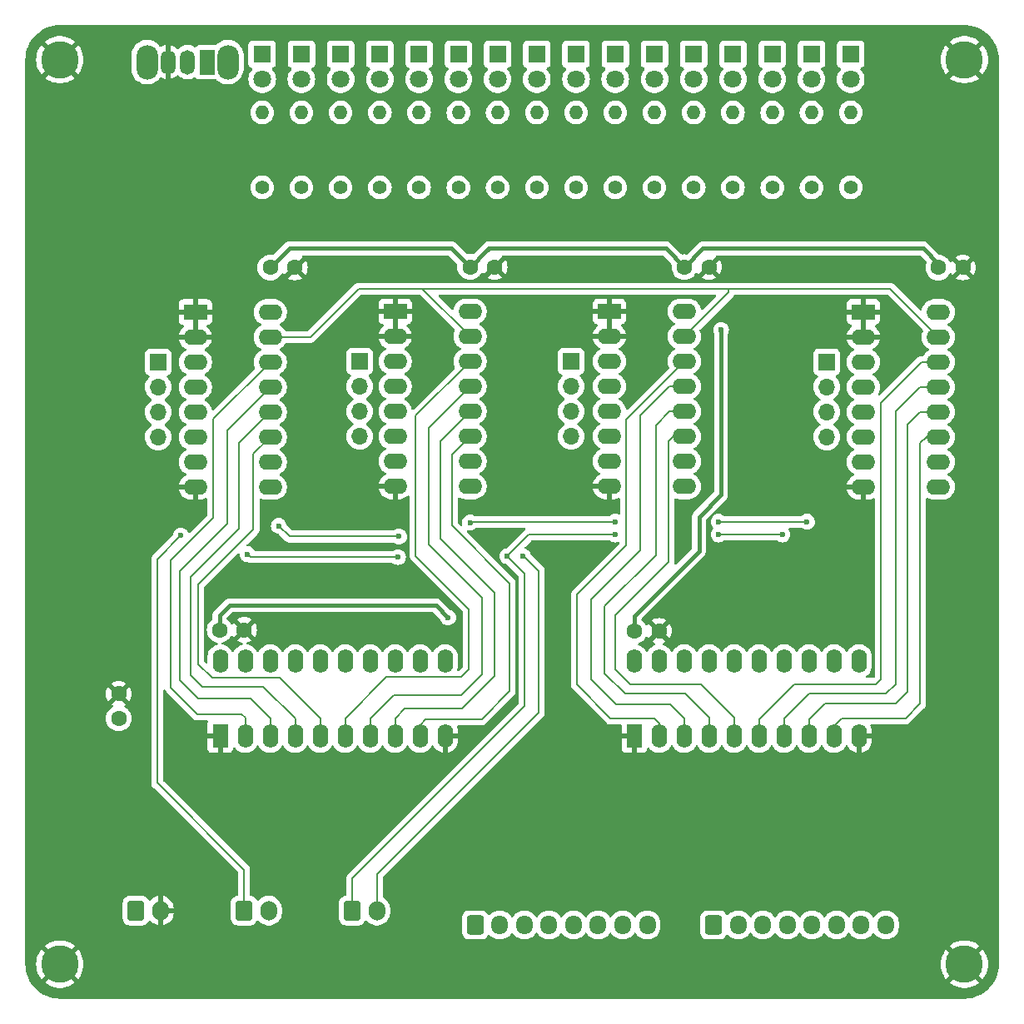
<source format=gbr>
%TF.GenerationSoftware,KiCad,Pcbnew,8.0.4*%
%TF.CreationDate,2024-09-24T19:09:35+03:00*%
%TF.ProjectId,Register,52656769-7374-4657-922e-6b696361645f,rev?*%
%TF.SameCoordinates,Original*%
%TF.FileFunction,Copper,L2,Bot*%
%TF.FilePolarity,Positive*%
%FSLAX46Y46*%
G04 Gerber Fmt 4.6, Leading zero omitted, Abs format (unit mm)*
G04 Created by KiCad (PCBNEW 8.0.4) date 2024-09-24 19:09:35*
%MOMM*%
%LPD*%
G01*
G04 APERTURE LIST*
G04 Aperture macros list*
%AMRoundRect*
0 Rectangle with rounded corners*
0 $1 Rounding radius*
0 $2 $3 $4 $5 $6 $7 $8 $9 X,Y pos of 4 corners*
0 Add a 4 corners polygon primitive as box body*
4,1,4,$2,$3,$4,$5,$6,$7,$8,$9,$2,$3,0*
0 Add four circle primitives for the rounded corners*
1,1,$1+$1,$2,$3*
1,1,$1+$1,$4,$5*
1,1,$1+$1,$6,$7*
1,1,$1+$1,$8,$9*
0 Add four rect primitives between the rounded corners*
20,1,$1+$1,$2,$3,$4,$5,0*
20,1,$1+$1,$4,$5,$6,$7,0*
20,1,$1+$1,$6,$7,$8,$9,0*
20,1,$1+$1,$8,$9,$2,$3,0*%
G04 Aperture macros list end*
%TA.AperFunction,ComponentPad*%
%ADD10R,1.700000X1.700000*%
%TD*%
%TA.AperFunction,ComponentPad*%
%ADD11O,1.700000X1.700000*%
%TD*%
%TA.AperFunction,ComponentPad*%
%ADD12R,1.600000X2.400000*%
%TD*%
%TA.AperFunction,ComponentPad*%
%ADD13O,1.600000X2.400000*%
%TD*%
%TA.AperFunction,ComponentPad*%
%ADD14O,2.400000X1.600000*%
%TD*%
%TA.AperFunction,ComponentPad*%
%ADD15R,2.400000X1.600000*%
%TD*%
%TA.AperFunction,ComponentPad*%
%ADD16O,1.500000X2.500000*%
%TD*%
%TA.AperFunction,ComponentPad*%
%ADD17R,1.500000X2.500000*%
%TD*%
%TA.AperFunction,ComponentPad*%
%ADD18O,2.200000X3.500000*%
%TD*%
%TA.AperFunction,ComponentPad*%
%ADD19C,3.800000*%
%TD*%
%TA.AperFunction,ComponentPad*%
%ADD20C,1.800000*%
%TD*%
%TA.AperFunction,ComponentPad*%
%ADD21R,1.800000X1.800000*%
%TD*%
%TA.AperFunction,ComponentPad*%
%ADD22O,1.400000X1.400000*%
%TD*%
%TA.AperFunction,ComponentPad*%
%ADD23C,1.400000*%
%TD*%
%TA.AperFunction,ComponentPad*%
%ADD24C,1.600000*%
%TD*%
%TA.AperFunction,ComponentPad*%
%ADD25RoundRect,0.250000X-0.600000X-0.750000X0.600000X-0.750000X0.600000X0.750000X-0.600000X0.750000X0*%
%TD*%
%TA.AperFunction,ComponentPad*%
%ADD26O,1.700000X2.000000*%
%TD*%
%TA.AperFunction,ComponentPad*%
%ADD27RoundRect,0.250000X-0.600000X-0.725000X0.600000X-0.725000X0.600000X0.725000X-0.600000X0.725000X0*%
%TD*%
%TA.AperFunction,ComponentPad*%
%ADD28O,1.700000X1.950000*%
%TD*%
%TA.AperFunction,ViaPad*%
%ADD29C,0.600000*%
%TD*%
%TA.AperFunction,Conductor*%
%ADD30C,0.200000*%
%TD*%
%TA.AperFunction,Conductor*%
%ADD31C,0.400000*%
%TD*%
G04 APERTURE END LIST*
D10*
%TO.P,J9,1,Pin_1*%
%TO.N,/Y12*%
X182000000Y-84750000D03*
D11*
%TO.P,J9,2,Pin_2*%
%TO.N,/Y13*%
X182000000Y-87290000D03*
%TO.P,J9,3,Pin_3*%
%TO.N,/Y14*%
X182000000Y-89830000D03*
%TO.P,J9,4,Pin_4*%
%TO.N,/Y15*%
X182000000Y-92370000D03*
%TD*%
D10*
%TO.P,J8,1,Pin_1*%
%TO.N,/Y8*%
X156000000Y-84700000D03*
D11*
%TO.P,J8,2,Pin_2*%
%TO.N,/Y9*%
X156000000Y-87240000D03*
%TO.P,J8,3,Pin_3*%
%TO.N,/Y10*%
X156000000Y-89780000D03*
%TO.P,J8,4,Pin_4*%
%TO.N,/Y11*%
X156000000Y-92320000D03*
%TD*%
D10*
%TO.P,J7,1,Pin_1*%
%TO.N,/Y4*%
X134500000Y-84700000D03*
D11*
%TO.P,J7,2,Pin_2*%
%TO.N,/Y5*%
X134500000Y-87240000D03*
%TO.P,J7,3,Pin_3*%
%TO.N,/Y6*%
X134500000Y-89780000D03*
%TO.P,J7,4,Pin_4*%
%TO.N,/Y7*%
X134500000Y-92320000D03*
%TD*%
D10*
%TO.P,J6,1,Pin_1*%
%TO.N,/Y0*%
X114000000Y-84755000D03*
D11*
%TO.P,J6,2,Pin_2*%
%TO.N,/Y1*%
X114000000Y-87295000D03*
%TO.P,J6,3,Pin_3*%
%TO.N,/Y2*%
X114000000Y-89835000D03*
%TO.P,J6,4,Pin_4*%
%TO.N,/Y3*%
X114000000Y-92375000D03*
%TD*%
D12*
%TO.P,U6,1,A->B*%
%TO.N,GND*%
X162440000Y-122800000D03*
D13*
%TO.P,U6,2,A0*%
%TO.N,/B8*%
X164980000Y-122800000D03*
%TO.P,U6,3,A1*%
%TO.N,/B9*%
X167520000Y-122800000D03*
%TO.P,U6,4,A2*%
%TO.N,/B10*%
X170060000Y-122800000D03*
%TO.P,U6,5,A3*%
%TO.N,/B11*%
X172600000Y-122800000D03*
%TO.P,U6,6,A4*%
%TO.N,/B12*%
X175140000Y-122800000D03*
%TO.P,U6,7,A5*%
%TO.N,/B13*%
X177680000Y-122800000D03*
%TO.P,U6,8,A6*%
%TO.N,/B14*%
X180220000Y-122800000D03*
%TO.P,U6,9,A7*%
%TO.N,/B15*%
X182760000Y-122800000D03*
%TO.P,U6,10,GND*%
%TO.N,GND*%
X185300000Y-122800000D03*
%TO.P,U6,11,B7*%
%TO.N,/Y15*%
X185300000Y-115180000D03*
%TO.P,U6,12,B6*%
%TO.N,/Y14*%
X182760000Y-115180000D03*
%TO.P,U6,13,B5*%
%TO.N,/Y13*%
X180220000Y-115180000D03*
%TO.P,U6,14,B4*%
%TO.N,/Y12*%
X177680000Y-115180000D03*
%TO.P,U6,15,B3*%
%TO.N,/Y11*%
X175140000Y-115180000D03*
%TO.P,U6,16,B2*%
%TO.N,/Y10*%
X172600000Y-115180000D03*
%TO.P,U6,17,B1*%
%TO.N,/Y9*%
X170060000Y-115180000D03*
%TO.P,U6,18,B0*%
%TO.N,/Y8*%
X167520000Y-115180000D03*
%TO.P,U6,19,CE*%
%TO.N,/OE_B*%
X164980000Y-115180000D03*
%TO.P,U6,20,VCC*%
%TO.N,+5V*%
X162440000Y-115180000D03*
%TD*%
D14*
%TO.P,U5,16,VCC*%
%TO.N,+5V*%
X193340000Y-79670000D03*
%TO.P,U5,15,Mr*%
%TO.N,/RST*%
X193340000Y-82210000D03*
%TO.P,U5,14,D0*%
%TO.N,/B12*%
X193340000Y-84750000D03*
%TO.P,U5,13,D1*%
%TO.N,/B13*%
X193340000Y-87290000D03*
%TO.P,U5,12,D2*%
%TO.N,/B14*%
X193340000Y-89830000D03*
%TO.P,U5,11,D3*%
%TO.N,/B15*%
X193340000Y-92370000D03*
%TO.P,U5,10,E2*%
%TO.N,/DE_B*%
X193340000Y-94910000D03*
%TO.P,U5,9,E1*%
X193340000Y-97450000D03*
%TO.P,U5,8,GND*%
%TO.N,GND*%
X185720000Y-97450000D03*
%TO.P,U5,7,Cp*%
%TO.N,/CLK*%
X185720000Y-94910000D03*
%TO.P,U5,6,Q3*%
%TO.N,/Y15*%
X185720000Y-92370000D03*
%TO.P,U5,5,Q2*%
%TO.N,/Y14*%
X185720000Y-89830000D03*
%TO.P,U5,4,Q1*%
%TO.N,/Y13*%
X185720000Y-87290000D03*
%TO.P,U5,3,Q0*%
%TO.N,/Y12*%
X185720000Y-84750000D03*
%TO.P,U5,2,Oe2*%
%TO.N,GND*%
X185720000Y-82210000D03*
D15*
%TO.P,U5,1,Oe1*%
X185720000Y-79670000D03*
%TD*%
%TO.P,U4,1,Oe1*%
%TO.N,GND*%
X159900000Y-79620000D03*
D14*
%TO.P,U4,2,Oe2*%
X159900000Y-82160000D03*
%TO.P,U4,3,Q0*%
%TO.N,/Y8*%
X159900000Y-84700000D03*
%TO.P,U4,4,Q1*%
%TO.N,/Y9*%
X159900000Y-87240000D03*
%TO.P,U4,5,Q2*%
%TO.N,/Y10*%
X159900000Y-89780000D03*
%TO.P,U4,6,Q3*%
%TO.N,/Y11*%
X159900000Y-92320000D03*
%TO.P,U4,7,Cp*%
%TO.N,/CLK*%
X159900000Y-94860000D03*
%TO.P,U4,8,GND*%
%TO.N,GND*%
X159900000Y-97400000D03*
%TO.P,U4,9,E1*%
%TO.N,/DE_B*%
X167520000Y-97400000D03*
%TO.P,U4,10,E2*%
X167520000Y-94860000D03*
%TO.P,U4,11,D3*%
%TO.N,/B11*%
X167520000Y-92320000D03*
%TO.P,U4,12,D2*%
%TO.N,/B10*%
X167520000Y-89780000D03*
%TO.P,U4,13,D1*%
%TO.N,/B9*%
X167520000Y-87240000D03*
%TO.P,U4,14,D0*%
%TO.N,/B8*%
X167520000Y-84700000D03*
%TO.P,U4,15,Mr*%
%TO.N,/RST*%
X167520000Y-82160000D03*
%TO.P,U4,16,VCC*%
%TO.N,+5V*%
X167520000Y-79620000D03*
%TD*%
D12*
%TO.P,U3,1,A->B*%
%TO.N,GND*%
X120325000Y-122800000D03*
D13*
%TO.P,U3,2,A0*%
%TO.N,/B0*%
X122865000Y-122800000D03*
%TO.P,U3,3,A1*%
%TO.N,/B1*%
X125405000Y-122800000D03*
%TO.P,U3,4,A2*%
%TO.N,/B2*%
X127945000Y-122800000D03*
%TO.P,U3,5,A3*%
%TO.N,/B3*%
X130485000Y-122800000D03*
%TO.P,U3,6,A4*%
%TO.N,/B4*%
X133025000Y-122800000D03*
%TO.P,U3,7,A5*%
%TO.N,/B5*%
X135565000Y-122800000D03*
%TO.P,U3,8,A6*%
%TO.N,/B6*%
X138105000Y-122800000D03*
%TO.P,U3,9,A7*%
%TO.N,/B7*%
X140645000Y-122800000D03*
%TO.P,U3,10,GND*%
%TO.N,GND*%
X143185000Y-122800000D03*
%TO.P,U3,11,B7*%
%TO.N,/Y7*%
X143185000Y-115180000D03*
%TO.P,U3,12,B6*%
%TO.N,/Y6*%
X140645000Y-115180000D03*
%TO.P,U3,13,B5*%
%TO.N,/Y5*%
X138105000Y-115180000D03*
%TO.P,U3,14,B4*%
%TO.N,/Y4*%
X135565000Y-115180000D03*
%TO.P,U3,15,B3*%
%TO.N,/Y3*%
X133025000Y-115180000D03*
%TO.P,U3,16,B2*%
%TO.N,/Y2*%
X130485000Y-115180000D03*
%TO.P,U3,17,B1*%
%TO.N,/Y1*%
X127945000Y-115180000D03*
%TO.P,U3,18,B0*%
%TO.N,/Y0*%
X125405000Y-115180000D03*
%TO.P,U3,19,CE*%
%TO.N,/OE_B*%
X122865000Y-115180000D03*
%TO.P,U3,20,VCC*%
%TO.N,+5V*%
X120325000Y-115180000D03*
%TD*%
D15*
%TO.P,U2,1,Oe1*%
%TO.N,GND*%
X138105000Y-79620000D03*
D14*
%TO.P,U2,2,Oe2*%
X138105000Y-82160000D03*
%TO.P,U2,3,Q0*%
%TO.N,/Y4*%
X138105000Y-84700000D03*
%TO.P,U2,4,Q1*%
%TO.N,/Y5*%
X138105000Y-87240000D03*
%TO.P,U2,5,Q2*%
%TO.N,/Y6*%
X138105000Y-89780000D03*
%TO.P,U2,6,Q3*%
%TO.N,/Y7*%
X138105000Y-92320000D03*
%TO.P,U2,7,Cp*%
%TO.N,/CLK*%
X138105000Y-94860000D03*
%TO.P,U2,8,GND*%
%TO.N,GND*%
X138105000Y-97400000D03*
%TO.P,U2,9,E1*%
%TO.N,/DE_B*%
X145725000Y-97400000D03*
%TO.P,U2,10,E2*%
X145725000Y-94860000D03*
%TO.P,U2,11,D3*%
%TO.N,/B7*%
X145725000Y-92320000D03*
%TO.P,U2,12,D2*%
%TO.N,/B6*%
X145725000Y-89780000D03*
%TO.P,U2,13,D1*%
%TO.N,/B5*%
X145725000Y-87240000D03*
%TO.P,U2,14,D0*%
%TO.N,/B4*%
X145725000Y-84700000D03*
%TO.P,U2,15,Mr*%
%TO.N,/RST*%
X145725000Y-82160000D03*
%TO.P,U2,16,VCC*%
%TO.N,+5V*%
X145725000Y-79620000D03*
%TD*%
D15*
%TO.P,U1,1,Oe1*%
%TO.N,GND*%
X117785000Y-79675000D03*
D14*
%TO.P,U1,2,Oe2*%
X117785000Y-82215000D03*
%TO.P,U1,3,Q0*%
%TO.N,/Y0*%
X117785000Y-84755000D03*
%TO.P,U1,4,Q1*%
%TO.N,/Y1*%
X117785000Y-87295000D03*
%TO.P,U1,5,Q2*%
%TO.N,/Y2*%
X117785000Y-89835000D03*
%TO.P,U1,6,Q3*%
%TO.N,/Y3*%
X117785000Y-92375000D03*
%TO.P,U1,7,Cp*%
%TO.N,/CLK*%
X117785000Y-94915000D03*
%TO.P,U1,8,GND*%
%TO.N,GND*%
X117785000Y-97455000D03*
%TO.P,U1,9,E1*%
%TO.N,/DE_B*%
X125405000Y-97455000D03*
%TO.P,U1,10,E2*%
X125405000Y-94915000D03*
%TO.P,U1,11,D3*%
%TO.N,/B3*%
X125405000Y-92375000D03*
%TO.P,U1,12,D2*%
%TO.N,/B2*%
X125405000Y-89835000D03*
%TO.P,U1,13,D1*%
%TO.N,/B1*%
X125405000Y-87295000D03*
%TO.P,U1,14,D0*%
%TO.N,/B0*%
X125405000Y-84755000D03*
%TO.P,U1,15,Mr*%
%TO.N,/RST*%
X125405000Y-82215000D03*
%TO.P,U1,16,VCC*%
%TO.N,+5V*%
X125405000Y-79675000D03*
%TD*%
D16*
%TO.P,SW1,3,C*%
%TO.N,GND*%
X114985000Y-54250000D03*
%TO.P,SW1,2,B*%
%TO.N,Net-(D1-K)*%
X116985000Y-54250000D03*
D17*
%TO.P,SW1,1,A*%
%TO.N,unconnected-(SW1-A-Pad1)*%
X118985000Y-54250000D03*
D18*
%TO.P,SW1,*%
%TO.N,*%
X112885000Y-54250000D03*
X121085000Y-54250000D03*
%TD*%
D19*
%TO.P,H4,1,1*%
%TO.N,GND*%
X196000000Y-54000000D03*
%TD*%
%TO.P,H3,1,1*%
%TO.N,GND*%
X104000000Y-146000000D03*
%TD*%
%TO.P,H2,1,1*%
%TO.N,GND*%
X196000000Y-146000000D03*
%TD*%
%TO.P,H1,1,1*%
%TO.N,GND*%
X104000000Y-54000000D03*
%TD*%
D20*
%TO.P,D13,2,A*%
%TO.N,Net-(D13-A)*%
X172465000Y-56000000D03*
D21*
%TO.P,D13,1,K*%
%TO.N,Net-(D1-K)*%
X172465000Y-53460000D03*
%TD*%
D22*
%TO.P,R8,2*%
%TO.N,Net-(D7-A)*%
X148525000Y-59380000D03*
D23*
%TO.P,R8,1*%
%TO.N,/Y6*%
X148525000Y-67000000D03*
%TD*%
D22*
%TO.P,R6,2*%
%TO.N,Net-(D5-A)*%
X140545000Y-59380000D03*
D23*
%TO.P,R6,1*%
%TO.N,/Y4*%
X140545000Y-67000000D03*
%TD*%
D24*
%TO.P,C4,1*%
%TO.N,+5V*%
X193340000Y-75145000D03*
%TO.P,C4,2*%
%TO.N,GND*%
X195840000Y-75145000D03*
%TD*%
D25*
%TO.P,J2,1,Pin_1*%
%TO.N,/DE_B*%
X122750000Y-140550000D03*
D26*
%TO.P,J2,2,Pin_2*%
%TO.N,/OE_B*%
X125250000Y-140550000D03*
%TD*%
D20*
%TO.P,D11,2,A*%
%TO.N,Net-(D11-A)*%
X164485000Y-56000000D03*
D21*
%TO.P,D11,1,K*%
%TO.N,Net-(D1-K)*%
X164485000Y-53460000D03*
%TD*%
D24*
%TO.P,C1,1*%
%TO.N,+5V*%
X125405000Y-75145000D03*
%TO.P,C1,2*%
%TO.N,GND*%
X127905000Y-75145000D03*
%TD*%
D22*
%TO.P,R7,2*%
%TO.N,Net-(D6-A)*%
X144535000Y-59380000D03*
D23*
%TO.P,R7,1*%
%TO.N,/Y5*%
X144535000Y-67000000D03*
%TD*%
D20*
%TO.P,D1,2,A*%
%TO.N,Net-(D1-A)*%
X124585000Y-56000000D03*
D21*
%TO.P,D1,1,K*%
%TO.N,Net-(D1-K)*%
X124585000Y-53460000D03*
%TD*%
D27*
%TO.P,J5,1,Pin_1*%
%TO.N,/B8*%
X170500000Y-142000000D03*
D28*
%TO.P,J5,2,Pin_2*%
%TO.N,/B9*%
X173000000Y-142000000D03*
%TO.P,J5,3,Pin_3*%
%TO.N,/B10*%
X175500000Y-142000000D03*
%TO.P,J5,4,Pin_4*%
%TO.N,/B11*%
X178000000Y-142000000D03*
%TO.P,J5,5,Pin_5*%
%TO.N,/B12*%
X180500000Y-142000000D03*
%TO.P,J5,6,Pin_6*%
%TO.N,/B13*%
X183000000Y-142000000D03*
%TO.P,J5,7,Pin_7*%
%TO.N,/B14*%
X185500000Y-142000000D03*
%TO.P,J5,8,Pin_8*%
%TO.N,/B15*%
X188000000Y-142000000D03*
%TD*%
D24*
%TO.P,C2,1*%
%TO.N,+5V*%
X145725000Y-75090000D03*
%TO.P,C2,2*%
%TO.N,GND*%
X148225000Y-75090000D03*
%TD*%
D20*
%TO.P,D9,2,A*%
%TO.N,Net-(D9-A)*%
X156505000Y-56000000D03*
D21*
%TO.P,D9,1,K*%
%TO.N,Net-(D1-K)*%
X156505000Y-53460000D03*
%TD*%
D22*
%TO.P,R5,2*%
%TO.N,Net-(D4-A)*%
X136555000Y-59380000D03*
D23*
%TO.P,R5,1*%
%TO.N,/Y3*%
X136555000Y-67000000D03*
%TD*%
D20*
%TO.P,D3,2,A*%
%TO.N,Net-(D3-A)*%
X132565000Y-56000000D03*
D21*
%TO.P,D3,1,K*%
%TO.N,Net-(D1-K)*%
X132565000Y-53460000D03*
%TD*%
D22*
%TO.P,R16,2*%
%TO.N,Net-(D14-A)*%
X176455000Y-59380000D03*
D23*
%TO.P,R16,1*%
%TO.N,/Y13*%
X176455000Y-67000000D03*
%TD*%
D22*
%TO.P,R3,2*%
%TO.N,Net-(D2-A)*%
X128575000Y-59380000D03*
D23*
%TO.P,R3,1*%
%TO.N,/Y1*%
X128575000Y-67000000D03*
%TD*%
D20*
%TO.P,D15,2,A*%
%TO.N,Net-(D15-A)*%
X180445000Y-56000000D03*
D21*
%TO.P,D15,1,K*%
%TO.N,Net-(D1-K)*%
X180445000Y-53460000D03*
%TD*%
D25*
%TO.P,J1,1,Pin_1*%
%TO.N,+5V*%
X111750000Y-140550000D03*
D26*
%TO.P,J1,2,Pin_2*%
%TO.N,GND*%
X114250000Y-140550000D03*
%TD*%
D22*
%TO.P,R12,2*%
%TO.N,Net-(D10-A)*%
X160495000Y-59380000D03*
D23*
%TO.P,R12,1*%
%TO.N,/Y9*%
X160495000Y-67000000D03*
%TD*%
D20*
%TO.P,D4,2,A*%
%TO.N,Net-(D4-A)*%
X136555000Y-56000000D03*
D21*
%TO.P,D4,1,K*%
%TO.N,Net-(D1-K)*%
X136555000Y-53460000D03*
%TD*%
D20*
%TO.P,D6,2,A*%
%TO.N,Net-(D6-A)*%
X144535000Y-56000000D03*
D21*
%TO.P,D6,1,K*%
%TO.N,Net-(D1-K)*%
X144535000Y-53460000D03*
%TD*%
D22*
%TO.P,R10,2*%
%TO.N,Net-(D9-A)*%
X156505000Y-59380000D03*
D23*
%TO.P,R10,1*%
%TO.N,/Y8*%
X156505000Y-67000000D03*
%TD*%
D27*
%TO.P,J4,1,Pin_1*%
%TO.N,/B0*%
X146250000Y-142000000D03*
D28*
%TO.P,J4,2,Pin_2*%
%TO.N,/B1*%
X148750000Y-142000000D03*
%TO.P,J4,3,Pin_3*%
%TO.N,/B2*%
X151250000Y-142000000D03*
%TO.P,J4,4,Pin_4*%
%TO.N,/B3*%
X153750000Y-142000000D03*
%TO.P,J4,5,Pin_5*%
%TO.N,/B4*%
X156250000Y-142000000D03*
%TO.P,J4,6,Pin_6*%
%TO.N,/B5*%
X158750000Y-142000000D03*
%TO.P,J4,7,Pin_7*%
%TO.N,/B6*%
X161250000Y-142000000D03*
%TO.P,J4,8,Pin_8*%
%TO.N,/B7*%
X163750000Y-142000000D03*
%TD*%
D22*
%TO.P,R13,2*%
%TO.N,Net-(D11-A)*%
X164485000Y-59380000D03*
D23*
%TO.P,R13,1*%
%TO.N,/Y10*%
X164485000Y-67000000D03*
%TD*%
D24*
%TO.P,C6,1*%
%TO.N,+5V*%
X110000000Y-121000000D03*
%TO.P,C6,2*%
%TO.N,GND*%
X110000000Y-118500000D03*
%TD*%
D20*
%TO.P,D7,2,A*%
%TO.N,Net-(D7-A)*%
X148525000Y-56000000D03*
D21*
%TO.P,D7,1,K*%
%TO.N,Net-(D1-K)*%
X148525000Y-53460000D03*
%TD*%
D20*
%TO.P,D16,2,A*%
%TO.N,Net-(D16-A)*%
X184435000Y-56000000D03*
D21*
%TO.P,D16,1,K*%
%TO.N,Net-(D1-K)*%
X184435000Y-53460000D03*
%TD*%
D22*
%TO.P,R15,2*%
%TO.N,Net-(D13-A)*%
X172465000Y-59380000D03*
D23*
%TO.P,R15,1*%
%TO.N,/Y12*%
X172465000Y-67000000D03*
%TD*%
D20*
%TO.P,D8,2,A*%
%TO.N,Net-(D8-A)*%
X152515000Y-56000000D03*
D21*
%TO.P,D8,1,K*%
%TO.N,Net-(D1-K)*%
X152515000Y-53460000D03*
%TD*%
D24*
%TO.P,C3,1*%
%TO.N,+5V*%
X167520000Y-75095000D03*
%TO.P,C3,2*%
%TO.N,GND*%
X170020000Y-75095000D03*
%TD*%
D22*
%TO.P,R14,2*%
%TO.N,Net-(D12-A)*%
X168475000Y-59380000D03*
D23*
%TO.P,R14,1*%
%TO.N,/Y11*%
X168475000Y-67000000D03*
%TD*%
D25*
%TO.P,J3,1,Pin_1*%
%TO.N,/CLK*%
X133750000Y-140550000D03*
D26*
%TO.P,J3,2,Pin_2*%
%TO.N,/RST*%
X136250000Y-140550000D03*
%TD*%
D20*
%TO.P,D14,2,A*%
%TO.N,Net-(D14-A)*%
X176455000Y-56000000D03*
D21*
%TO.P,D14,1,K*%
%TO.N,Net-(D1-K)*%
X176455000Y-53460000D03*
%TD*%
D20*
%TO.P,D2,2,A*%
%TO.N,Net-(D2-A)*%
X128575000Y-56000000D03*
D21*
%TO.P,D2,1,K*%
%TO.N,Net-(D1-K)*%
X128575000Y-53460000D03*
%TD*%
D22*
%TO.P,R18,2*%
%TO.N,Net-(D16-A)*%
X184435000Y-59375000D03*
D23*
%TO.P,R18,1*%
%TO.N,/Y15*%
X184435000Y-66995000D03*
%TD*%
D24*
%TO.P,C5,2*%
%TO.N,GND*%
X122750000Y-112000000D03*
%TO.P,C5,1*%
%TO.N,+5V*%
X120250000Y-112000000D03*
%TD*%
D20*
%TO.P,D5,2,A*%
%TO.N,Net-(D5-A)*%
X140545000Y-56000000D03*
D21*
%TO.P,D5,1,K*%
%TO.N,Net-(D1-K)*%
X140545000Y-53460000D03*
%TD*%
D20*
%TO.P,D10,2,A*%
%TO.N,Net-(D10-A)*%
X160495000Y-56000000D03*
D21*
%TO.P,D10,1,K*%
%TO.N,Net-(D1-K)*%
X160495000Y-53460000D03*
%TD*%
D22*
%TO.P,R9,2*%
%TO.N,Net-(D8-A)*%
X152515000Y-59380000D03*
D23*
%TO.P,R9,1*%
%TO.N,/Y7*%
X152515000Y-67000000D03*
%TD*%
D20*
%TO.P,D12,2,A*%
%TO.N,Net-(D12-A)*%
X168475000Y-56000000D03*
D21*
%TO.P,D12,1,K*%
%TO.N,Net-(D1-K)*%
X168475000Y-53460000D03*
%TD*%
D22*
%TO.P,R17,2*%
%TO.N,Net-(D15-A)*%
X180445000Y-59380000D03*
D23*
%TO.P,R17,1*%
%TO.N,/Y14*%
X180445000Y-67000000D03*
%TD*%
D22*
%TO.P,R2,2*%
%TO.N,Net-(D1-A)*%
X124585000Y-59380000D03*
D23*
%TO.P,R2,1*%
%TO.N,/Y0*%
X124585000Y-67000000D03*
%TD*%
D22*
%TO.P,R4,2*%
%TO.N,Net-(D3-A)*%
X132565000Y-59380000D03*
D23*
%TO.P,R4,1*%
%TO.N,/Y2*%
X132565000Y-67000000D03*
%TD*%
D24*
%TO.P,C7,1*%
%TO.N,+5V*%
X162440000Y-112100000D03*
%TO.P,C7,2*%
%TO.N,GND*%
X164940000Y-112100000D03*
%TD*%
D29*
%TO.N,/RST*%
X151100000Y-104500000D03*
%TO.N,+5V*%
X143500000Y-110750000D03*
X171250000Y-81500000D03*
%TO.N,/DE_B*%
X180000000Y-101000000D03*
X171000000Y-101000000D03*
X160500000Y-101000000D03*
X145725000Y-101075000D03*
X126275000Y-101425000D03*
X138500000Y-102500000D03*
X116300000Y-102400000D03*
%TO.N,/CLK*%
X171000000Y-102300000D03*
X138400000Y-104600000D03*
X149500000Y-104500000D03*
X160500000Y-102300000D03*
X177500000Y-102300000D03*
X123100000Y-104300000D03*
%TD*%
D30*
%TO.N,/B14*%
X193340000Y-89830000D02*
X191470000Y-89830000D01*
X181800000Y-119500000D02*
X180220000Y-121080000D01*
X191470000Y-89830000D02*
X190200000Y-91100000D01*
X190200000Y-91100000D02*
X190200000Y-118300000D01*
X190200000Y-118300000D02*
X189000000Y-119500000D01*
X189000000Y-119500000D02*
X181800000Y-119500000D01*
X180220000Y-121080000D02*
X180220000Y-122800000D01*
%TO.N,/B15*%
X193340000Y-92370000D02*
X192130000Y-92370000D01*
X190000000Y-121000000D02*
X183500000Y-121000000D01*
X183500000Y-121000000D02*
X182760000Y-121740000D01*
X192130000Y-92370000D02*
X191500000Y-93000000D01*
X191500000Y-93000000D02*
X191500000Y-119500000D01*
X191500000Y-119500000D02*
X190000000Y-121000000D01*
X182760000Y-121740000D02*
X182760000Y-122800000D01*
%TO.N,/B12*%
X193340000Y-84750000D02*
X191650000Y-84750000D01*
X191650000Y-84750000D02*
X187500000Y-88900000D01*
X187500000Y-88900000D02*
X187500000Y-117000000D01*
X187500000Y-117000000D02*
X187000000Y-117500000D01*
X187000000Y-117500000D02*
X178700000Y-117500000D01*
X178700000Y-117500000D02*
X175140000Y-121060000D01*
X175140000Y-121060000D02*
X175140000Y-122800000D01*
%TO.N,/B13*%
X193340000Y-87290000D02*
X191510000Y-87290000D01*
X189000000Y-117500000D02*
X188000000Y-118500000D01*
X191510000Y-87290000D02*
X189000000Y-89800000D01*
X189000000Y-89800000D02*
X189000000Y-117500000D01*
X177680000Y-121020000D02*
X177680000Y-122800000D01*
X188000000Y-118500000D02*
X180200000Y-118500000D01*
X180200000Y-118500000D02*
X177680000Y-121020000D01*
D31*
%TO.N,+5V*%
X167520000Y-75095000D02*
X169415000Y-73200000D01*
X169415000Y-73200000D02*
X191800000Y-73200000D01*
X191800000Y-73200000D02*
X193340000Y-74740000D01*
X193340000Y-74740000D02*
X193340000Y-75145000D01*
D30*
%TO.N,/RST*%
X172000000Y-77300000D02*
X188430000Y-77300000D01*
X188430000Y-77300000D02*
X193340000Y-82210000D01*
X136250000Y-140550000D02*
X136250000Y-136850000D01*
X136250000Y-136850000D02*
X152700000Y-120400000D01*
X152700000Y-120400000D02*
X152700000Y-106000000D01*
X152700000Y-106000000D02*
X151200000Y-104500000D01*
X151200000Y-104500000D02*
X151100000Y-104500000D01*
%TO.N,/CLK*%
X160500000Y-102300000D02*
X151700000Y-102300000D01*
X151700000Y-102300000D02*
X149500000Y-104500000D01*
%TO.N,/DE_B*%
X145725000Y-101075000D02*
X145800000Y-101000000D01*
X145800000Y-101000000D02*
X160500000Y-101000000D01*
%TO.N,/CLK*%
X149500000Y-104500000D02*
X151250000Y-106250000D01*
X151250000Y-106250000D02*
X151250000Y-119750000D01*
X151250000Y-119750000D02*
X133750000Y-137250000D01*
X133750000Y-137250000D02*
X133750000Y-140550000D01*
%TO.N,/B6*%
X138105000Y-122800000D02*
X138105000Y-120995000D01*
X142700000Y-92805000D02*
X145725000Y-89780000D01*
X138105000Y-120995000D02*
X139100000Y-120000000D01*
X139100000Y-120000000D02*
X144931372Y-120000000D01*
X144931372Y-120000000D02*
X148250000Y-116681372D01*
X148250000Y-116681372D02*
X148250000Y-108250000D01*
X148250000Y-108250000D02*
X142700000Y-102700000D01*
X142700000Y-102700000D02*
X142700000Y-92805000D01*
%TO.N,/B7*%
X145725000Y-92320000D02*
X143900000Y-94145000D01*
X143900000Y-94145000D02*
X143900000Y-101400000D01*
X141200000Y-121100000D02*
X140645000Y-121655000D01*
X143900000Y-101400000D02*
X149750000Y-107250000D01*
X149750000Y-107250000D02*
X149750000Y-118250000D01*
X149750000Y-118250000D02*
X146900000Y-121100000D01*
X146900000Y-121100000D02*
X141200000Y-121100000D01*
X140645000Y-121655000D02*
X140645000Y-122800000D01*
D31*
%TO.N,+5V*%
X162440000Y-112100000D02*
X162440000Y-110560000D01*
X162440000Y-110560000D02*
X169000000Y-104000000D01*
X169000000Y-104000000D02*
X169000000Y-100500000D01*
X169000000Y-100500000D02*
X171250000Y-98250000D01*
X171250000Y-98250000D02*
X171250000Y-81500000D01*
D30*
%TO.N,/CLK*%
X171000000Y-102300000D02*
X177500000Y-102300000D01*
D31*
%TO.N,+5V*%
X142250000Y-109500000D02*
X143500000Y-110750000D01*
X121250000Y-109500000D02*
X142250000Y-109500000D01*
X120250000Y-112000000D02*
X120250000Y-110500000D01*
X120250000Y-110500000D02*
X121250000Y-109500000D01*
D30*
%TO.N,/DE_B*%
X180000000Y-101000000D02*
X171000000Y-101000000D01*
%TO.N,/B4*%
X133025000Y-122800000D02*
X133025000Y-120975000D01*
X133025000Y-120975000D02*
X137200000Y-116800000D01*
X145600000Y-116000000D02*
X145600000Y-109900000D01*
X137200000Y-116800000D02*
X144800000Y-116800000D01*
X144800000Y-116800000D02*
X145600000Y-116000000D01*
X145600000Y-109900000D02*
X140200000Y-104500000D01*
X140200000Y-104500000D02*
X140200000Y-90225000D01*
X140200000Y-90225000D02*
X145725000Y-84700000D01*
%TO.N,/B10*%
X170060000Y-122800000D02*
X170060000Y-120960000D01*
X170060000Y-120960000D02*
X167600000Y-118500000D01*
X159400000Y-109600000D02*
X164600000Y-104400000D01*
X167600000Y-118500000D02*
X161500000Y-118500000D01*
X161500000Y-118500000D02*
X159400000Y-116400000D01*
X164600000Y-104400000D02*
X164600000Y-91182843D01*
X166002843Y-89780000D02*
X167520000Y-89780000D01*
X159400000Y-116400000D02*
X159400000Y-109600000D01*
X164600000Y-91182843D02*
X166002843Y-89780000D01*
%TO.N,/B9*%
X167520000Y-87240000D02*
X165960000Y-87240000D01*
X163000000Y-103884314D02*
X158000000Y-108884314D01*
X166100000Y-119600000D02*
X167520000Y-121020000D01*
X165960000Y-87240000D02*
X163000000Y-90200000D01*
X163000000Y-90200000D02*
X163000000Y-103884314D01*
X158000000Y-108884314D02*
X158000000Y-117000000D01*
X158000000Y-117000000D02*
X160600000Y-119600000D01*
X160600000Y-119600000D02*
X166100000Y-119600000D01*
X167520000Y-121020000D02*
X167520000Y-122800000D01*
%TO.N,/B11*%
X167520000Y-92320000D02*
X166380000Y-92320000D01*
X166380000Y-92320000D02*
X165900000Y-92800000D01*
X165900000Y-92800000D02*
X165900000Y-105100000D01*
X165900000Y-105100000D02*
X160500000Y-110500000D01*
X169200000Y-117500000D02*
X172600000Y-120900000D01*
X160500000Y-110500000D02*
X160500000Y-116000000D01*
X172600000Y-120900000D02*
X172600000Y-122800000D01*
X160500000Y-116000000D02*
X162000000Y-117500000D01*
X162000000Y-117500000D02*
X169200000Y-117500000D01*
%TO.N,/B8*%
X164980000Y-122800000D02*
X164980000Y-121480000D01*
X164980000Y-121480000D02*
X164500000Y-121000000D01*
X164500000Y-121000000D02*
X160000000Y-121000000D01*
X160000000Y-121000000D02*
X156575000Y-117575000D01*
X161600000Y-90620000D02*
X167520000Y-84700000D01*
X156575000Y-117575000D02*
X156575000Y-108425000D01*
X156575000Y-108425000D02*
X161600000Y-103400000D01*
X161600000Y-103400000D02*
X161600000Y-90620000D01*
%TO.N,/B5*%
X145725000Y-87240000D02*
X141500000Y-91465000D01*
X141500000Y-91465000D02*
X141500000Y-103300000D01*
X141500000Y-103300000D02*
X146900000Y-108700000D01*
X146900000Y-108700000D02*
X146900000Y-116500000D01*
X146900000Y-116500000D02*
X144800000Y-118600000D01*
X144800000Y-118600000D02*
X138000000Y-118600000D01*
X135565000Y-121035000D02*
X135565000Y-122800000D01*
X138000000Y-118600000D02*
X135565000Y-121035000D01*
%TO.N,/CLK*%
X123100000Y-104300000D02*
X123400000Y-104600000D01*
X123400000Y-104600000D02*
X138400000Y-104600000D01*
%TO.N,/DE_B*%
X138500000Y-102500000D02*
X127350000Y-102500000D01*
X127350000Y-102500000D02*
X126275000Y-101425000D01*
%TO.N,/B1*%
X125405000Y-122800000D02*
X125405000Y-121005000D01*
X125405000Y-121005000D02*
X123400000Y-119000000D01*
X123400000Y-119000000D02*
X118100000Y-119000000D01*
X118100000Y-119000000D02*
X116200000Y-117100000D01*
X116200000Y-117100000D02*
X116200000Y-106000000D01*
X116200000Y-106000000D02*
X121000000Y-101200000D01*
X121000000Y-101200000D02*
X121000000Y-91700000D01*
X121000000Y-91700000D02*
X125405000Y-87295000D01*
%TO.N,/B2*%
X127945000Y-122800000D02*
X127945000Y-121045000D01*
X122200000Y-93000000D02*
X125365000Y-89835000D01*
X127945000Y-121045000D02*
X124700000Y-117800000D01*
X124700000Y-117800000D02*
X118500000Y-117800000D01*
X122200000Y-101700000D02*
X122200000Y-93000000D01*
X118500000Y-117800000D02*
X117300000Y-116600000D01*
X117300000Y-116600000D02*
X117300000Y-106600000D01*
X117300000Y-106600000D02*
X122200000Y-101700000D01*
X125365000Y-89835000D02*
X125405000Y-89835000D01*
%TO.N,/B3*%
X130485000Y-122800000D02*
X130485000Y-120985000D01*
X130485000Y-120985000D02*
X126400000Y-116900000D01*
X126400000Y-116900000D02*
X119500000Y-116900000D01*
X123700000Y-101765686D02*
X123700000Y-94100000D01*
X119500000Y-116900000D02*
X118100000Y-115500000D01*
X118100000Y-107365686D02*
X123700000Y-101765686D01*
X118100000Y-115500000D02*
X118100000Y-107365686D01*
X123700000Y-94100000D02*
X125405000Y-92395000D01*
X125405000Y-92395000D02*
X125405000Y-92375000D01*
%TO.N,/B0*%
X122865000Y-122800000D02*
X122865000Y-120965000D01*
X122865000Y-120965000D02*
X122500000Y-120600000D01*
X122500000Y-120600000D02*
X118000000Y-120600000D01*
X118000000Y-120600000D02*
X115300000Y-117900000D01*
X115300000Y-117900000D02*
X115300000Y-104900000D01*
X115300000Y-104900000D02*
X119600000Y-100600000D01*
X119600000Y-100600000D02*
X119600000Y-90560000D01*
X119600000Y-90560000D02*
X125405000Y-84755000D01*
%TO.N,/DE_B*%
X113900000Y-104800000D02*
X113900000Y-127550000D01*
X116300000Y-102400000D02*
X113900000Y-104800000D01*
X113900000Y-127550000D02*
X122750000Y-136400000D01*
X122750000Y-136400000D02*
X122750000Y-140550000D01*
D31*
%TO.N,+5V*%
X165625000Y-73200000D02*
X167520000Y-75095000D01*
X127350000Y-73200000D02*
X143200000Y-73200000D01*
X143835000Y-73200000D02*
X143200000Y-73200000D01*
X145725000Y-75090000D02*
X147357500Y-73457500D01*
X147515000Y-73300000D02*
X147357500Y-73457500D01*
X147357500Y-73457500D02*
X147615000Y-73200000D01*
X147615000Y-73200000D02*
X165625000Y-73200000D01*
X125405000Y-75145000D02*
X127350000Y-73200000D01*
X145725000Y-75090000D02*
X143835000Y-73200000D01*
D30*
%TO.N,/RST*%
X134400000Y-77300000D02*
X140800000Y-77300000D01*
X140865000Y-77300000D02*
X145725000Y-82160000D01*
X129485000Y-82215000D02*
X134400000Y-77300000D01*
X125405000Y-82215000D02*
X129485000Y-82215000D01*
X162660000Y-77300000D02*
X172000000Y-77300000D01*
X167520000Y-82160000D02*
X172000000Y-77680000D01*
X172000000Y-77680000D02*
X172000000Y-77300000D01*
X140800000Y-77300000D02*
X162660000Y-77300000D01*
X140800000Y-77300000D02*
X140865000Y-77300000D01*
%TD*%
%TA.AperFunction,Conductor*%
%TO.N,GND*%
G36*
X188196942Y-77920185D02*
G01*
X188217584Y-77936819D01*
X191757743Y-81476979D01*
X191791228Y-81538302D01*
X191786244Y-81607994D01*
X191780548Y-81620953D01*
X191734778Y-81710783D01*
X191671523Y-81905461D01*
X191671523Y-81905464D01*
X191655662Y-82005606D01*
X191639500Y-82107648D01*
X191639500Y-82312352D01*
X191640292Y-82317351D01*
X191671522Y-82514534D01*
X191734781Y-82709223D01*
X191788933Y-82815500D01*
X191823430Y-82883205D01*
X191827715Y-82891613D01*
X191948028Y-83057213D01*
X192092786Y-83201971D01*
X192189566Y-83272284D01*
X192258390Y-83322287D01*
X192329570Y-83358555D01*
X192351080Y-83369515D01*
X192401876Y-83417490D01*
X192418671Y-83485311D01*
X192396134Y-83551446D01*
X192351080Y-83590485D01*
X192258386Y-83637715D01*
X192092786Y-83758028D01*
X191948028Y-83902786D01*
X191827715Y-84068385D01*
X191820883Y-84081795D01*
X191772909Y-84132591D01*
X191710398Y-84149500D01*
X191570942Y-84149500D01*
X191418214Y-84190423D01*
X191400277Y-84200780D01*
X191400274Y-84200781D01*
X191281290Y-84269475D01*
X191281282Y-84269481D01*
X191169478Y-84381286D01*
X187424132Y-88126631D01*
X187362809Y-88160116D01*
X187293117Y-88155132D01*
X187237184Y-88113260D01*
X187212767Y-88047796D01*
X187227619Y-87979523D01*
X187230729Y-87974151D01*
X187232280Y-87971619D01*
X187232287Y-87971610D01*
X187325220Y-87789219D01*
X187388477Y-87594534D01*
X187420500Y-87392352D01*
X187420500Y-87187648D01*
X187391506Y-87004592D01*
X187388477Y-86985465D01*
X187359127Y-86895137D01*
X187325220Y-86790781D01*
X187325218Y-86790778D01*
X187325218Y-86790776D01*
X187291503Y-86724607D01*
X187232287Y-86608390D01*
X187224556Y-86597749D01*
X187111971Y-86442786D01*
X186967213Y-86298028D01*
X186801614Y-86177715D01*
X186777953Y-86165659D01*
X186708917Y-86130483D01*
X186658123Y-86082511D01*
X186641328Y-86014690D01*
X186663865Y-85948555D01*
X186708917Y-85909516D01*
X186801610Y-85862287D01*
X186870434Y-85812284D01*
X186967213Y-85741971D01*
X186967215Y-85741968D01*
X186967219Y-85741966D01*
X187111966Y-85597219D01*
X187111968Y-85597215D01*
X187111971Y-85597213D01*
X187186273Y-85494943D01*
X187232287Y-85431610D01*
X187325220Y-85249219D01*
X187388477Y-85054534D01*
X187420500Y-84852352D01*
X187420500Y-84647648D01*
X187388477Y-84445466D01*
X187325220Y-84250781D01*
X187325218Y-84250778D01*
X187325218Y-84250776D01*
X187291503Y-84184607D01*
X187232287Y-84068390D01*
X187224556Y-84057749D01*
X187111971Y-83902786D01*
X186967213Y-83758028D01*
X186801611Y-83637713D01*
X186708369Y-83590203D01*
X186657574Y-83542229D01*
X186640779Y-83474407D01*
X186663317Y-83408273D01*
X186708371Y-83369234D01*
X186801347Y-83321861D01*
X186966894Y-83201582D01*
X186966895Y-83201582D01*
X187111582Y-83056895D01*
X187111582Y-83056894D01*
X187231859Y-82891349D01*
X187324755Y-82709029D01*
X187387990Y-82514413D01*
X187396609Y-82460000D01*
X186035686Y-82460000D01*
X186040080Y-82455606D01*
X186092741Y-82364394D01*
X186120000Y-82262661D01*
X186120000Y-82157339D01*
X186092741Y-82055606D01*
X186040080Y-81964394D01*
X186035686Y-81960000D01*
X187396609Y-81960000D01*
X187387990Y-81905586D01*
X187324755Y-81710970D01*
X187231859Y-81528650D01*
X187111582Y-81363105D01*
X187111582Y-81363104D01*
X186966894Y-81218416D01*
X186929583Y-81191308D01*
X186886918Y-81135977D01*
X186880939Y-81066364D01*
X186913545Y-81004569D01*
X186974384Y-80970212D01*
X186989214Y-80967700D01*
X187027380Y-80963596D01*
X187162086Y-80913354D01*
X187162093Y-80913350D01*
X187277187Y-80827190D01*
X187277190Y-80827187D01*
X187363350Y-80712093D01*
X187363354Y-80712086D01*
X187413596Y-80577379D01*
X187413598Y-80577372D01*
X187419999Y-80517844D01*
X187420000Y-80517827D01*
X187420000Y-79920000D01*
X186035686Y-79920000D01*
X186040080Y-79915606D01*
X186092741Y-79824394D01*
X186120000Y-79722661D01*
X186120000Y-79617339D01*
X186092741Y-79515606D01*
X186040080Y-79424394D01*
X186035686Y-79420000D01*
X187420000Y-79420000D01*
X187420000Y-78822172D01*
X187419999Y-78822155D01*
X187413598Y-78762627D01*
X187413596Y-78762620D01*
X187363354Y-78627913D01*
X187363350Y-78627906D01*
X187277190Y-78512812D01*
X187277187Y-78512809D01*
X187162093Y-78426649D01*
X187162086Y-78426645D01*
X187027379Y-78376403D01*
X187027372Y-78376401D01*
X186967844Y-78370000D01*
X185970000Y-78370000D01*
X185970000Y-79354314D01*
X185965606Y-79349920D01*
X185874394Y-79297259D01*
X185772661Y-79270000D01*
X185667339Y-79270000D01*
X185565606Y-79297259D01*
X185474394Y-79349920D01*
X185470000Y-79354314D01*
X185470000Y-78370000D01*
X184472155Y-78370000D01*
X184412627Y-78376401D01*
X184412620Y-78376403D01*
X184277913Y-78426645D01*
X184277906Y-78426649D01*
X184162812Y-78512809D01*
X184162809Y-78512812D01*
X184076649Y-78627906D01*
X184076645Y-78627913D01*
X184026403Y-78762620D01*
X184026401Y-78762627D01*
X184020000Y-78822155D01*
X184020000Y-79420000D01*
X185404314Y-79420000D01*
X185399920Y-79424394D01*
X185347259Y-79515606D01*
X185320000Y-79617339D01*
X185320000Y-79722661D01*
X185347259Y-79824394D01*
X185399920Y-79915606D01*
X185404314Y-79920000D01*
X184020000Y-79920000D01*
X184020000Y-80517844D01*
X184026401Y-80577372D01*
X184026403Y-80577379D01*
X184076645Y-80712086D01*
X184076649Y-80712093D01*
X184162809Y-80827187D01*
X184162812Y-80827190D01*
X184277906Y-80913350D01*
X184277913Y-80913354D01*
X184412620Y-80963596D01*
X184412627Y-80963598D01*
X184450785Y-80967701D01*
X184515336Y-80994439D01*
X184555185Y-81051831D01*
X184557678Y-81121656D01*
X184522026Y-81181745D01*
X184510417Y-81191307D01*
X184473107Y-81218414D01*
X184328417Y-81363104D01*
X184328417Y-81363105D01*
X184208140Y-81528650D01*
X184115244Y-81710970D01*
X184052009Y-81905586D01*
X184043391Y-81960000D01*
X185404314Y-81960000D01*
X185399920Y-81964394D01*
X185347259Y-82055606D01*
X185320000Y-82157339D01*
X185320000Y-82262661D01*
X185347259Y-82364394D01*
X185399920Y-82455606D01*
X185404314Y-82460000D01*
X184043391Y-82460000D01*
X184052009Y-82514413D01*
X184115244Y-82709029D01*
X184208140Y-82891349D01*
X184328417Y-83056894D01*
X184328417Y-83056895D01*
X184473104Y-83201582D01*
X184638652Y-83321861D01*
X184731628Y-83369234D01*
X184782425Y-83417208D01*
X184799220Y-83485029D01*
X184776683Y-83551164D01*
X184731630Y-83590203D01*
X184638388Y-83637713D01*
X184472786Y-83758028D01*
X184328028Y-83902786D01*
X184207715Y-84068386D01*
X184114781Y-84250776D01*
X184051522Y-84445465D01*
X184019500Y-84647648D01*
X184019500Y-84852351D01*
X184051522Y-85054534D01*
X184114781Y-85249223D01*
X184135072Y-85289045D01*
X184203048Y-85422455D01*
X184207715Y-85431613D01*
X184328028Y-85597213D01*
X184472786Y-85741971D01*
X184617805Y-85847331D01*
X184638390Y-85862287D01*
X184709570Y-85898555D01*
X184731080Y-85909515D01*
X184781876Y-85957490D01*
X184798671Y-86025311D01*
X184776134Y-86091446D01*
X184731080Y-86130485D01*
X184638386Y-86177715D01*
X184472786Y-86298028D01*
X184328028Y-86442786D01*
X184207715Y-86608386D01*
X184114781Y-86790776D01*
X184051522Y-86985465D01*
X184027419Y-87137648D01*
X184019500Y-87187648D01*
X184019500Y-87392352D01*
X184023878Y-87419995D01*
X184051522Y-87594534D01*
X184114781Y-87789223D01*
X184135072Y-87829045D01*
X184207710Y-87971605D01*
X184207715Y-87971613D01*
X184328028Y-88137213D01*
X184472786Y-88281971D01*
X184569566Y-88352284D01*
X184638390Y-88402287D01*
X184709570Y-88438555D01*
X184731080Y-88449515D01*
X184781876Y-88497490D01*
X184798671Y-88565311D01*
X184776134Y-88631446D01*
X184731080Y-88670485D01*
X184638386Y-88717715D01*
X184472786Y-88838028D01*
X184328028Y-88982786D01*
X184207715Y-89148386D01*
X184114781Y-89330776D01*
X184051522Y-89525465D01*
X184035418Y-89627146D01*
X184019500Y-89727648D01*
X184019500Y-89932352D01*
X184023878Y-89959995D01*
X184051522Y-90134534D01*
X184114781Y-90329223D01*
X184175973Y-90449316D01*
X184203924Y-90504174D01*
X184207715Y-90511613D01*
X184328028Y-90677213D01*
X184472786Y-90821971D01*
X184569570Y-90892287D01*
X184638390Y-90942287D01*
X184721198Y-90984480D01*
X184731080Y-90989515D01*
X184781876Y-91037490D01*
X184798671Y-91105311D01*
X184776134Y-91171446D01*
X184731080Y-91210485D01*
X184638386Y-91257715D01*
X184472786Y-91378028D01*
X184328028Y-91522786D01*
X184207715Y-91688386D01*
X184114781Y-91870776D01*
X184051522Y-92065465D01*
X184027419Y-92217648D01*
X184019500Y-92267648D01*
X184019500Y-92472352D01*
X184023878Y-92499995D01*
X184051522Y-92674534D01*
X184114781Y-92869223D01*
X184175972Y-92989315D01*
X184203047Y-93042453D01*
X184207715Y-93051613D01*
X184328028Y-93217213D01*
X184472786Y-93361971D01*
X184569566Y-93432284D01*
X184638390Y-93482287D01*
X184709570Y-93518555D01*
X184731080Y-93529515D01*
X184781876Y-93577490D01*
X184798671Y-93645311D01*
X184776134Y-93711446D01*
X184731080Y-93750485D01*
X184638386Y-93797715D01*
X184472786Y-93918028D01*
X184328028Y-94062786D01*
X184207715Y-94228386D01*
X184114781Y-94410776D01*
X184051522Y-94605465D01*
X184019500Y-94807648D01*
X184019500Y-95012351D01*
X184051522Y-95214534D01*
X184114781Y-95409223D01*
X184178691Y-95534653D01*
X184194710Y-95566091D01*
X184207715Y-95591613D01*
X184328028Y-95757213D01*
X184472786Y-95901971D01*
X184569566Y-95972284D01*
X184638390Y-96022287D01*
X184709570Y-96058555D01*
X184731629Y-96069795D01*
X184782425Y-96117770D01*
X184799220Y-96185591D01*
X184776682Y-96251726D01*
X184731629Y-96290765D01*
X184638650Y-96338140D01*
X184473105Y-96458417D01*
X184473104Y-96458417D01*
X184328417Y-96603104D01*
X184328417Y-96603105D01*
X184208140Y-96768650D01*
X184115244Y-96950970D01*
X184052009Y-97145586D01*
X184043391Y-97200000D01*
X185404314Y-97200000D01*
X185399920Y-97204394D01*
X185347259Y-97295606D01*
X185320000Y-97397339D01*
X185320000Y-97502661D01*
X185347259Y-97604394D01*
X185399920Y-97695606D01*
X185404314Y-97700000D01*
X184043391Y-97700000D01*
X184052009Y-97754413D01*
X184115244Y-97949029D01*
X184208140Y-98131349D01*
X184328417Y-98296894D01*
X184328417Y-98296895D01*
X184473104Y-98441582D01*
X184638650Y-98561859D01*
X184820968Y-98654755D01*
X185015582Y-98717990D01*
X185217683Y-98750000D01*
X185470000Y-98750000D01*
X185470000Y-97765686D01*
X185474394Y-97770080D01*
X185565606Y-97822741D01*
X185667339Y-97850000D01*
X185772661Y-97850000D01*
X185874394Y-97822741D01*
X185965606Y-97770080D01*
X185970000Y-97765686D01*
X185970000Y-98750000D01*
X186222317Y-98750000D01*
X186424417Y-98717990D01*
X186619031Y-98654755D01*
X186719205Y-98603714D01*
X186787874Y-98590818D01*
X186852615Y-98617094D01*
X186892872Y-98674201D01*
X186899500Y-98714199D01*
X186899500Y-116699901D01*
X186879815Y-116766940D01*
X186863182Y-116787582D01*
X186787584Y-116863181D01*
X186726261Y-116896666D01*
X186699902Y-116899500D01*
X186078039Y-116899500D01*
X186011000Y-116879815D01*
X185965245Y-116827011D01*
X185955301Y-116757853D01*
X185984326Y-116694297D01*
X186005151Y-116675183D01*
X186147219Y-116571966D01*
X186291966Y-116427219D01*
X186291968Y-116427215D01*
X186291971Y-116427213D01*
X186370242Y-116319480D01*
X186412287Y-116261610D01*
X186505220Y-116079219D01*
X186568477Y-115884534D01*
X186600500Y-115682352D01*
X186600500Y-114677648D01*
X186568477Y-114475466D01*
X186505220Y-114280781D01*
X186505218Y-114280778D01*
X186505218Y-114280776D01*
X186459515Y-114191080D01*
X186412287Y-114098390D01*
X186389012Y-114066354D01*
X186291971Y-113932786D01*
X186147213Y-113788028D01*
X185981613Y-113667715D01*
X185981612Y-113667714D01*
X185981610Y-113667713D01*
X185924653Y-113638691D01*
X185799223Y-113574781D01*
X185604534Y-113511522D01*
X185429995Y-113483878D01*
X185402352Y-113479500D01*
X185197648Y-113479500D01*
X185173329Y-113483351D01*
X184995465Y-113511522D01*
X184800776Y-113574781D01*
X184618386Y-113667715D01*
X184452786Y-113788028D01*
X184308028Y-113932786D01*
X184187715Y-114098386D01*
X184140485Y-114191080D01*
X184092510Y-114241876D01*
X184024689Y-114258671D01*
X183958554Y-114236134D01*
X183919515Y-114191080D01*
X183918883Y-114189840D01*
X183872287Y-114098390D01*
X183849012Y-114066354D01*
X183751971Y-113932786D01*
X183607213Y-113788028D01*
X183441613Y-113667715D01*
X183441612Y-113667714D01*
X183441610Y-113667713D01*
X183384653Y-113638691D01*
X183259223Y-113574781D01*
X183064534Y-113511522D01*
X182889995Y-113483878D01*
X182862352Y-113479500D01*
X182657648Y-113479500D01*
X182633329Y-113483351D01*
X182455465Y-113511522D01*
X182260776Y-113574781D01*
X182078386Y-113667715D01*
X181912786Y-113788028D01*
X181768028Y-113932786D01*
X181647715Y-114098386D01*
X181600485Y-114191080D01*
X181552510Y-114241876D01*
X181484689Y-114258671D01*
X181418554Y-114236134D01*
X181379515Y-114191080D01*
X181378883Y-114189840D01*
X181332287Y-114098390D01*
X181309012Y-114066354D01*
X181211971Y-113932786D01*
X181067213Y-113788028D01*
X180901613Y-113667715D01*
X180901612Y-113667714D01*
X180901610Y-113667713D01*
X180844653Y-113638691D01*
X180719223Y-113574781D01*
X180524534Y-113511522D01*
X180349995Y-113483878D01*
X180322352Y-113479500D01*
X180117648Y-113479500D01*
X180093329Y-113483351D01*
X179915465Y-113511522D01*
X179720776Y-113574781D01*
X179538386Y-113667715D01*
X179372786Y-113788028D01*
X179228028Y-113932786D01*
X179107715Y-114098386D01*
X179060485Y-114191080D01*
X179012510Y-114241876D01*
X178944689Y-114258671D01*
X178878554Y-114236134D01*
X178839515Y-114191080D01*
X178838883Y-114189840D01*
X178792287Y-114098390D01*
X178769012Y-114066354D01*
X178671971Y-113932786D01*
X178527213Y-113788028D01*
X178361613Y-113667715D01*
X178361612Y-113667714D01*
X178361610Y-113667713D01*
X178304653Y-113638691D01*
X178179223Y-113574781D01*
X177984534Y-113511522D01*
X177809995Y-113483878D01*
X177782352Y-113479500D01*
X177577648Y-113479500D01*
X177553329Y-113483351D01*
X177375465Y-113511522D01*
X177180776Y-113574781D01*
X176998386Y-113667715D01*
X176832786Y-113788028D01*
X176688028Y-113932786D01*
X176567715Y-114098386D01*
X176520485Y-114191080D01*
X176472510Y-114241876D01*
X176404689Y-114258671D01*
X176338554Y-114236134D01*
X176299515Y-114191080D01*
X176298883Y-114189840D01*
X176252287Y-114098390D01*
X176229012Y-114066354D01*
X176131971Y-113932786D01*
X175987213Y-113788028D01*
X175821613Y-113667715D01*
X175821612Y-113667714D01*
X175821610Y-113667713D01*
X175764653Y-113638691D01*
X175639223Y-113574781D01*
X175444534Y-113511522D01*
X175269995Y-113483878D01*
X175242352Y-113479500D01*
X175037648Y-113479500D01*
X175013329Y-113483351D01*
X174835465Y-113511522D01*
X174640776Y-113574781D01*
X174458386Y-113667715D01*
X174292786Y-113788028D01*
X174148028Y-113932786D01*
X174027715Y-114098386D01*
X173980485Y-114191080D01*
X173932510Y-114241876D01*
X173864689Y-114258671D01*
X173798554Y-114236134D01*
X173759515Y-114191080D01*
X173758883Y-114189840D01*
X173712287Y-114098390D01*
X173689012Y-114066354D01*
X173591971Y-113932786D01*
X173447213Y-113788028D01*
X173281613Y-113667715D01*
X173281612Y-113667714D01*
X173281610Y-113667713D01*
X173224653Y-113638691D01*
X173099223Y-113574781D01*
X172904534Y-113511522D01*
X172729995Y-113483878D01*
X172702352Y-113479500D01*
X172497648Y-113479500D01*
X172473329Y-113483351D01*
X172295465Y-113511522D01*
X172100776Y-113574781D01*
X171918386Y-113667715D01*
X171752786Y-113788028D01*
X171608028Y-113932786D01*
X171487715Y-114098386D01*
X171440485Y-114191080D01*
X171392510Y-114241876D01*
X171324689Y-114258671D01*
X171258554Y-114236134D01*
X171219515Y-114191080D01*
X171218883Y-114189840D01*
X171172287Y-114098390D01*
X171149012Y-114066354D01*
X171051971Y-113932786D01*
X170907213Y-113788028D01*
X170741613Y-113667715D01*
X170741612Y-113667714D01*
X170741610Y-113667713D01*
X170684653Y-113638691D01*
X170559223Y-113574781D01*
X170364534Y-113511522D01*
X170189995Y-113483878D01*
X170162352Y-113479500D01*
X169957648Y-113479500D01*
X169933329Y-113483351D01*
X169755465Y-113511522D01*
X169560776Y-113574781D01*
X169378386Y-113667715D01*
X169212786Y-113788028D01*
X169068028Y-113932786D01*
X168947715Y-114098386D01*
X168900485Y-114191080D01*
X168852510Y-114241876D01*
X168784689Y-114258671D01*
X168718554Y-114236134D01*
X168679515Y-114191080D01*
X168678883Y-114189840D01*
X168632287Y-114098390D01*
X168609012Y-114066354D01*
X168511971Y-113932786D01*
X168367213Y-113788028D01*
X168201613Y-113667715D01*
X168201612Y-113667714D01*
X168201610Y-113667713D01*
X168144653Y-113638691D01*
X168019223Y-113574781D01*
X167824534Y-113511522D01*
X167649995Y-113483878D01*
X167622352Y-113479500D01*
X167417648Y-113479500D01*
X167393329Y-113483351D01*
X167215465Y-113511522D01*
X167020776Y-113574781D01*
X166838386Y-113667715D01*
X166672786Y-113788028D01*
X166528028Y-113932786D01*
X166407715Y-114098386D01*
X166360485Y-114191080D01*
X166312510Y-114241876D01*
X166244689Y-114258671D01*
X166178554Y-114236134D01*
X166139515Y-114191080D01*
X166138883Y-114189840D01*
X166092287Y-114098390D01*
X166069012Y-114066354D01*
X165971971Y-113932786D01*
X165827213Y-113788028D01*
X165661613Y-113667715D01*
X165661612Y-113667714D01*
X165661610Y-113667713D01*
X165604653Y-113638691D01*
X165479223Y-113574781D01*
X165433795Y-113560021D01*
X165409769Y-113552214D01*
X165352095Y-113512777D01*
X165324897Y-113448418D01*
X165336812Y-113379572D01*
X165384056Y-113328096D01*
X165395685Y-113321902D01*
X165592478Y-113230136D01*
X165665471Y-113179024D01*
X164986447Y-112500000D01*
X164992661Y-112500000D01*
X165094394Y-112472741D01*
X165185606Y-112420080D01*
X165260080Y-112345606D01*
X165312741Y-112254394D01*
X165340000Y-112152661D01*
X165340000Y-112146447D01*
X166019024Y-112825471D01*
X166070136Y-112752478D01*
X166166264Y-112546331D01*
X166166269Y-112546317D01*
X166225139Y-112326610D01*
X166225141Y-112326599D01*
X166244966Y-112100002D01*
X166244966Y-112099997D01*
X166225141Y-111873400D01*
X166225139Y-111873389D01*
X166166269Y-111653682D01*
X166166264Y-111653668D01*
X166070136Y-111447521D01*
X166070132Y-111447513D01*
X166019025Y-111374526D01*
X165340000Y-112053551D01*
X165340000Y-112047339D01*
X165312741Y-111945606D01*
X165260080Y-111854394D01*
X165185606Y-111779920D01*
X165094394Y-111727259D01*
X164992661Y-111700000D01*
X164986448Y-111700000D01*
X165665472Y-111020974D01*
X165592478Y-110969863D01*
X165386331Y-110873735D01*
X165386317Y-110873730D01*
X165166610Y-110814860D01*
X165166599Y-110814858D01*
X164940002Y-110795034D01*
X164939998Y-110795034D01*
X164713400Y-110814858D01*
X164713389Y-110814860D01*
X164493682Y-110873730D01*
X164493673Y-110873734D01*
X164287516Y-110969866D01*
X164287512Y-110969868D01*
X164214526Y-111020973D01*
X164214526Y-111020974D01*
X164893553Y-111700000D01*
X164887339Y-111700000D01*
X164785606Y-111727259D01*
X164694394Y-111779920D01*
X164619920Y-111854394D01*
X164567259Y-111945606D01*
X164540000Y-112047339D01*
X164540000Y-112053552D01*
X163860974Y-111374526D01*
X163860973Y-111374526D01*
X163809868Y-111447512D01*
X163809867Y-111447514D01*
X163802656Y-111462979D01*
X163756482Y-111515417D01*
X163689288Y-111534567D01*
X163622407Y-111514350D01*
X163577893Y-111462976D01*
X163570568Y-111447266D01*
X163500547Y-111347265D01*
X163440048Y-111260862D01*
X163431448Y-111252262D01*
X163279139Y-111099953D01*
X163193376Y-111039901D01*
X163149751Y-110985324D01*
X163140500Y-110938326D01*
X163140500Y-110901519D01*
X163160185Y-110834480D01*
X163176819Y-110813838D01*
X169544112Y-104446545D01*
X169544114Y-104446543D01*
X169620775Y-104331811D01*
X169625884Y-104319478D01*
X169673578Y-104204332D01*
X169673580Y-104204328D01*
X169694352Y-104099902D01*
X169700500Y-104068996D01*
X169700500Y-100999996D01*
X170194435Y-100999996D01*
X170194435Y-101000003D01*
X170214630Y-101179249D01*
X170214631Y-101179254D01*
X170274211Y-101349523D01*
X170370184Y-101502262D01*
X170430241Y-101562319D01*
X170463726Y-101623642D01*
X170458742Y-101693334D01*
X170430241Y-101737681D01*
X170370184Y-101797737D01*
X170274211Y-101950476D01*
X170214631Y-102120745D01*
X170214630Y-102120750D01*
X170194435Y-102299996D01*
X170194435Y-102300003D01*
X170214630Y-102479249D01*
X170214631Y-102479254D01*
X170274211Y-102649523D01*
X170357950Y-102782792D01*
X170370184Y-102802262D01*
X170497738Y-102929816D01*
X170650478Y-103025789D01*
X170820742Y-103085367D01*
X170820745Y-103085368D01*
X170820750Y-103085369D01*
X170999996Y-103105565D01*
X171000000Y-103105565D01*
X171000004Y-103105565D01*
X171179249Y-103085369D01*
X171179252Y-103085368D01*
X171179255Y-103085368D01*
X171349522Y-103025789D01*
X171502262Y-102929816D01*
X171502267Y-102929810D01*
X171505097Y-102927555D01*
X171507275Y-102926665D01*
X171508158Y-102926111D01*
X171508255Y-102926265D01*
X171569783Y-102901145D01*
X171582412Y-102900500D01*
X176917588Y-102900500D01*
X176984627Y-102920185D01*
X176994903Y-102927555D01*
X176997736Y-102929814D01*
X176997738Y-102929816D01*
X177150478Y-103025789D01*
X177320742Y-103085367D01*
X177320745Y-103085368D01*
X177320750Y-103085369D01*
X177499996Y-103105565D01*
X177500000Y-103105565D01*
X177500004Y-103105565D01*
X177679249Y-103085369D01*
X177679252Y-103085368D01*
X177679255Y-103085368D01*
X177849522Y-103025789D01*
X178002262Y-102929816D01*
X178129816Y-102802262D01*
X178225789Y-102649522D01*
X178285368Y-102479255D01*
X178294309Y-102399903D01*
X178305565Y-102300003D01*
X178305565Y-102299996D01*
X178285369Y-102120750D01*
X178285368Y-102120745D01*
X178262298Y-102054815D01*
X178225789Y-101950478D01*
X178211201Y-101927262D01*
X178176758Y-101872445D01*
X178129816Y-101797738D01*
X178129815Y-101797737D01*
X178126111Y-101791842D01*
X178128409Y-101790397D01*
X178106659Y-101737151D01*
X178119401Y-101668453D01*
X178167261Y-101617550D01*
X178230012Y-101600500D01*
X179417588Y-101600500D01*
X179484627Y-101620185D01*
X179494903Y-101627555D01*
X179497736Y-101629814D01*
X179497738Y-101629816D01*
X179608638Y-101699499D01*
X179632718Y-101714630D01*
X179650478Y-101725789D01*
X179777352Y-101770184D01*
X179820745Y-101785368D01*
X179820750Y-101785369D01*
X179999996Y-101805565D01*
X180000000Y-101805565D01*
X180000004Y-101805565D01*
X180179249Y-101785369D01*
X180179252Y-101785368D01*
X180179255Y-101785368D01*
X180349522Y-101725789D01*
X180502262Y-101629816D01*
X180629816Y-101502262D01*
X180725789Y-101349522D01*
X180785368Y-101179255D01*
X180797061Y-101075476D01*
X180805565Y-101000003D01*
X180805565Y-100999996D01*
X180785369Y-100820750D01*
X180785368Y-100820745D01*
X180761956Y-100753838D01*
X180725789Y-100650478D01*
X180718973Y-100639631D01*
X180676941Y-100572737D01*
X180629816Y-100497738D01*
X180502262Y-100370184D01*
X180468884Y-100349211D01*
X180349523Y-100274211D01*
X180179254Y-100214631D01*
X180179249Y-100214630D01*
X180000004Y-100194435D01*
X179999996Y-100194435D01*
X179820750Y-100214630D01*
X179820745Y-100214631D01*
X179650476Y-100274211D01*
X179497736Y-100370185D01*
X179494903Y-100372445D01*
X179492724Y-100373334D01*
X179491842Y-100373889D01*
X179491744Y-100373734D01*
X179430217Y-100398855D01*
X179417588Y-100399500D01*
X171582412Y-100399500D01*
X171515373Y-100379815D01*
X171505097Y-100372445D01*
X171502263Y-100370185D01*
X171502262Y-100370184D01*
X171445496Y-100334515D01*
X171349523Y-100274211D01*
X171179254Y-100214631D01*
X171179249Y-100214630D01*
X171000004Y-100194435D01*
X170999996Y-100194435D01*
X170820750Y-100214630D01*
X170820745Y-100214631D01*
X170650476Y-100274211D01*
X170497737Y-100370184D01*
X170370184Y-100497737D01*
X170274211Y-100650476D01*
X170214631Y-100820745D01*
X170214630Y-100820750D01*
X170194435Y-100999996D01*
X169700500Y-100999996D01*
X169700500Y-100841519D01*
X169720185Y-100774480D01*
X169736819Y-100753838D01*
X171794112Y-98696545D01*
X171794114Y-98696543D01*
X171870775Y-98581811D01*
X171872361Y-98577984D01*
X171923578Y-98454332D01*
X171923580Y-98454328D01*
X171948876Y-98327158D01*
X171950500Y-98318995D01*
X171950500Y-87289999D01*
X180644341Y-87289999D01*
X180644341Y-87290000D01*
X180664936Y-87525403D01*
X180664938Y-87525413D01*
X180726094Y-87753655D01*
X180726096Y-87753659D01*
X180726097Y-87753663D01*
X180804412Y-87921610D01*
X180825965Y-87967830D01*
X180825967Y-87967834D01*
X180889386Y-88058405D01*
X180957115Y-88155132D01*
X180961501Y-88161395D01*
X180961506Y-88161402D01*
X181128597Y-88328493D01*
X181128603Y-88328498D01*
X181314158Y-88458425D01*
X181357783Y-88513002D01*
X181364977Y-88582500D01*
X181333454Y-88644855D01*
X181314158Y-88661575D01*
X181128597Y-88791505D01*
X180961505Y-88958597D01*
X180825965Y-89152169D01*
X180825964Y-89152171D01*
X180726098Y-89366335D01*
X180726094Y-89366344D01*
X180664938Y-89594586D01*
X180664936Y-89594596D01*
X180644341Y-89829999D01*
X180644341Y-89830000D01*
X180664936Y-90065403D01*
X180664938Y-90065413D01*
X180726094Y-90293655D01*
X180726096Y-90293659D01*
X180726097Y-90293663D01*
X180802756Y-90458058D01*
X180825965Y-90507830D01*
X180825967Y-90507834D01*
X180862318Y-90559748D01*
X180948069Y-90682213D01*
X180961501Y-90701395D01*
X180961506Y-90701402D01*
X181128597Y-90868493D01*
X181128603Y-90868498D01*
X181314158Y-90998425D01*
X181357783Y-91053002D01*
X181364977Y-91122500D01*
X181333454Y-91184855D01*
X181314158Y-91201575D01*
X181128597Y-91331505D01*
X180961505Y-91498597D01*
X180825965Y-91692169D01*
X180825964Y-91692171D01*
X180726098Y-91906335D01*
X180726094Y-91906344D01*
X180664938Y-92134586D01*
X180664936Y-92134596D01*
X180644341Y-92369999D01*
X180644341Y-92370000D01*
X180664936Y-92605403D01*
X180664938Y-92605413D01*
X180726094Y-92833655D01*
X180726096Y-92833659D01*
X180726097Y-92833663D01*
X180804412Y-93001610D01*
X180825965Y-93047830D01*
X180825967Y-93047834D01*
X180909558Y-93167213D01*
X180961505Y-93241401D01*
X181128599Y-93408495D01*
X181207773Y-93463933D01*
X181322165Y-93544032D01*
X181322167Y-93544033D01*
X181322170Y-93544035D01*
X181536337Y-93643903D01*
X181536343Y-93643904D01*
X181536344Y-93643905D01*
X181546115Y-93646523D01*
X181764592Y-93705063D01*
X181952918Y-93721539D01*
X181999999Y-93725659D01*
X182000000Y-93725659D01*
X182000001Y-93725659D01*
X182039234Y-93722226D01*
X182235408Y-93705063D01*
X182463663Y-93643903D01*
X182677830Y-93544035D01*
X182871401Y-93408495D01*
X183038495Y-93241401D01*
X183174035Y-93047830D01*
X183273903Y-92833663D01*
X183335063Y-92605408D01*
X183355659Y-92370000D01*
X183335063Y-92134592D01*
X183273903Y-91906337D01*
X183174035Y-91692171D01*
X183163704Y-91677416D01*
X183038494Y-91498597D01*
X182871402Y-91331506D01*
X182871396Y-91331501D01*
X182685842Y-91201575D01*
X182642217Y-91146998D01*
X182635023Y-91077500D01*
X182666546Y-91015145D01*
X182685842Y-90998425D01*
X182769974Y-90939515D01*
X182871401Y-90868495D01*
X183038495Y-90701401D01*
X183174035Y-90507830D01*
X183273903Y-90293663D01*
X183335063Y-90065408D01*
X183355659Y-89830000D01*
X183335063Y-89594592D01*
X183273903Y-89366337D01*
X183174035Y-89152171D01*
X183160652Y-89133057D01*
X183038494Y-88958597D01*
X182871402Y-88791506D01*
X182871396Y-88791501D01*
X182685842Y-88661575D01*
X182642217Y-88606998D01*
X182635023Y-88537500D01*
X182666546Y-88475145D01*
X182685842Y-88458425D01*
X182769974Y-88399515D01*
X182871401Y-88328495D01*
X183038495Y-88161401D01*
X183174035Y-87967830D01*
X183273903Y-87753663D01*
X183335063Y-87525408D01*
X183355659Y-87290000D01*
X183335063Y-87054592D01*
X183273903Y-86826337D01*
X183174035Y-86612171D01*
X183139023Y-86562169D01*
X183038496Y-86418600D01*
X182988495Y-86368599D01*
X182916567Y-86296671D01*
X182883084Y-86235351D01*
X182888068Y-86165659D01*
X182929939Y-86109725D01*
X182960915Y-86092810D01*
X183092331Y-86043796D01*
X183207546Y-85957546D01*
X183293796Y-85842331D01*
X183344091Y-85707483D01*
X183350500Y-85647873D01*
X183350499Y-83852128D01*
X183345123Y-83802116D01*
X183344091Y-83792516D01*
X183293797Y-83657671D01*
X183293793Y-83657664D01*
X183207547Y-83542455D01*
X183207544Y-83542452D01*
X183092335Y-83456206D01*
X183092328Y-83456202D01*
X182957482Y-83405908D01*
X182957483Y-83405908D01*
X182897883Y-83399501D01*
X182897881Y-83399500D01*
X182897873Y-83399500D01*
X182897864Y-83399500D01*
X181102129Y-83399500D01*
X181102123Y-83399501D01*
X181042516Y-83405908D01*
X180907671Y-83456202D01*
X180907664Y-83456206D01*
X180792455Y-83542452D01*
X180792452Y-83542455D01*
X180706206Y-83657664D01*
X180706202Y-83657671D01*
X180655908Y-83792517D01*
X180649501Y-83852116D01*
X180649501Y-83852123D01*
X180649500Y-83852135D01*
X180649500Y-85647870D01*
X180649501Y-85647876D01*
X180655908Y-85707483D01*
X180706202Y-85842328D01*
X180706206Y-85842335D01*
X180792452Y-85957544D01*
X180792455Y-85957547D01*
X180907664Y-86043793D01*
X180907671Y-86043797D01*
X181039081Y-86092810D01*
X181095015Y-86134681D01*
X181119432Y-86200145D01*
X181104580Y-86268418D01*
X181083430Y-86296673D01*
X180961503Y-86418600D01*
X180825965Y-86612169D01*
X180825964Y-86612171D01*
X180726098Y-86826335D01*
X180726094Y-86826344D01*
X180664938Y-87054586D01*
X180664936Y-87054596D01*
X180644341Y-87289999D01*
X171950500Y-87289999D01*
X171950500Y-81925493D01*
X171969508Y-81859519D01*
X171975787Y-81849525D01*
X171975786Y-81849525D01*
X171975789Y-81849522D01*
X172035368Y-81679255D01*
X172035369Y-81679249D01*
X172055565Y-81500003D01*
X172055565Y-81499996D01*
X172035369Y-81320750D01*
X172035368Y-81320745D01*
X172001175Y-81223028D01*
X171975789Y-81150478D01*
X171970026Y-81141307D01*
X171912959Y-81050485D01*
X171879816Y-80997738D01*
X171752262Y-80870184D01*
X171741386Y-80863350D01*
X171599523Y-80774211D01*
X171429254Y-80714631D01*
X171429249Y-80714630D01*
X171250004Y-80694435D01*
X171249996Y-80694435D01*
X171070750Y-80714630D01*
X171070745Y-80714631D01*
X170900476Y-80774211D01*
X170747737Y-80870184D01*
X170620184Y-80997737D01*
X170524211Y-81150476D01*
X170464631Y-81320745D01*
X170464630Y-81320750D01*
X170444435Y-81499996D01*
X170444435Y-81500003D01*
X170464630Y-81679249D01*
X170464631Y-81679254D01*
X170524212Y-81849525D01*
X170530492Y-81859519D01*
X170549500Y-81925493D01*
X170549500Y-97908480D01*
X170529815Y-97975519D01*
X170513181Y-97996161D01*
X168455888Y-100053453D01*
X168455887Y-100053454D01*
X168379223Y-100168192D01*
X168326421Y-100295668D01*
X168326421Y-100295669D01*
X168326420Y-100295672D01*
X168311599Y-100370184D01*
X168310893Y-100373734D01*
X168299500Y-100431005D01*
X168299500Y-103658480D01*
X168279815Y-103725519D01*
X168263181Y-103746161D01*
X166707020Y-105302322D01*
X166645697Y-105335807D01*
X166576005Y-105330823D01*
X166520072Y-105288951D01*
X166495655Y-105223487D01*
X166499564Y-105182549D01*
X166500500Y-105179058D01*
X166500500Y-105020943D01*
X166500500Y-98736809D01*
X166520185Y-98669770D01*
X166572989Y-98624015D01*
X166642147Y-98614071D01*
X166662808Y-98618875D01*
X166750872Y-98647489D01*
X166815465Y-98668477D01*
X166851605Y-98674201D01*
X167017648Y-98700500D01*
X167017649Y-98700500D01*
X168022351Y-98700500D01*
X168022352Y-98700500D01*
X168224534Y-98668477D01*
X168419219Y-98605220D01*
X168601610Y-98512287D01*
X168696508Y-98443340D01*
X168767213Y-98391971D01*
X168767215Y-98391968D01*
X168767219Y-98391966D01*
X168911966Y-98247219D01*
X168911968Y-98247215D01*
X168911971Y-98247213D01*
X168995960Y-98131610D01*
X169032287Y-98081610D01*
X169125220Y-97899219D01*
X169188477Y-97704534D01*
X169220500Y-97502352D01*
X169220500Y-97297648D01*
X169200232Y-97169685D01*
X169188477Y-97095465D01*
X169143152Y-96955970D01*
X169125220Y-96900781D01*
X169125218Y-96900778D01*
X169125218Y-96900776D01*
X169060443Y-96773650D01*
X169032287Y-96718390D01*
X169024556Y-96707749D01*
X168911971Y-96552786D01*
X168767213Y-96408028D01*
X168601614Y-96287715D01*
X168595006Y-96284348D01*
X168508917Y-96240483D01*
X168458123Y-96192511D01*
X168441328Y-96124690D01*
X168463865Y-96058555D01*
X168508917Y-96019516D01*
X168601610Y-95972287D01*
X168690681Y-95907574D01*
X168767213Y-95851971D01*
X168767215Y-95851968D01*
X168767219Y-95851966D01*
X168911966Y-95707219D01*
X168911968Y-95707215D01*
X168911971Y-95707213D01*
X168995960Y-95591610D01*
X169032287Y-95541610D01*
X169125220Y-95359219D01*
X169188477Y-95164534D01*
X169220500Y-94962352D01*
X169220500Y-94757648D01*
X169188477Y-94555466D01*
X169125220Y-94360781D01*
X169125218Y-94360778D01*
X169125218Y-94360776D01*
X169091503Y-94294607D01*
X169032287Y-94178390D01*
X169014500Y-94153908D01*
X168911971Y-94012786D01*
X168767213Y-93868028D01*
X168601614Y-93747715D01*
X168569362Y-93731282D01*
X168508917Y-93700483D01*
X168458123Y-93652511D01*
X168441328Y-93584690D01*
X168463865Y-93518555D01*
X168508917Y-93479516D01*
X168601610Y-93432287D01*
X168690681Y-93367574D01*
X168767213Y-93311971D01*
X168767215Y-93311968D01*
X168767219Y-93311966D01*
X168911966Y-93167219D01*
X168911968Y-93167215D01*
X168911971Y-93167213D01*
X168995071Y-93052834D01*
X169032287Y-93001610D01*
X169125220Y-92819219D01*
X169188477Y-92624534D01*
X169220500Y-92422352D01*
X169220500Y-92217648D01*
X169188477Y-92015466D01*
X169187507Y-92012482D01*
X169153018Y-91906335D01*
X169125220Y-91820781D01*
X169125218Y-91820778D01*
X169125218Y-91820776D01*
X169062236Y-91697169D01*
X169032287Y-91638390D01*
X169014500Y-91613908D01*
X168911971Y-91472786D01*
X168767213Y-91328028D01*
X168601614Y-91207715D01*
X168595006Y-91204348D01*
X168508917Y-91160483D01*
X168458123Y-91112511D01*
X168441328Y-91044690D01*
X168463865Y-90978555D01*
X168508917Y-90939516D01*
X168601610Y-90892287D01*
X168658799Y-90850737D01*
X168767213Y-90771971D01*
X168767215Y-90771968D01*
X168767219Y-90771966D01*
X168911966Y-90627219D01*
X168911968Y-90627215D01*
X168911971Y-90627213D01*
X168992327Y-90516610D01*
X169032287Y-90461610D01*
X169125220Y-90279219D01*
X169188477Y-90084534D01*
X169220500Y-89882352D01*
X169220500Y-89677648D01*
X169205908Y-89585517D01*
X169188477Y-89475465D01*
X169147540Y-89349475D01*
X169125220Y-89280781D01*
X169125218Y-89280778D01*
X169125218Y-89280776D01*
X169067697Y-89167886D01*
X169032287Y-89098390D01*
X169024556Y-89087749D01*
X168911971Y-88932786D01*
X168767213Y-88788028D01*
X168601614Y-88667715D01*
X168595006Y-88664348D01*
X168508917Y-88620483D01*
X168458123Y-88572511D01*
X168441328Y-88504690D01*
X168463865Y-88438555D01*
X168508917Y-88399516D01*
X168601610Y-88352287D01*
X168634360Y-88328493D01*
X168767213Y-88231971D01*
X168767215Y-88231968D01*
X168767219Y-88231966D01*
X168911966Y-88087219D01*
X168911968Y-88087215D01*
X168911971Y-88087213D01*
X168974816Y-88000713D01*
X169032287Y-87921610D01*
X169125220Y-87739219D01*
X169188477Y-87544534D01*
X169220500Y-87342352D01*
X169220500Y-87137648D01*
X169188477Y-86935466D01*
X169125220Y-86740781D01*
X169125218Y-86740778D01*
X169125218Y-86740776D01*
X169090475Y-86672591D01*
X169032287Y-86558390D01*
X169024556Y-86547749D01*
X168911971Y-86392786D01*
X168767213Y-86248028D01*
X168601614Y-86127715D01*
X168577953Y-86115659D01*
X168508917Y-86080483D01*
X168458123Y-86032511D01*
X168441328Y-85964690D01*
X168463865Y-85898555D01*
X168508917Y-85859516D01*
X168601610Y-85812287D01*
X168629081Y-85792328D01*
X168767213Y-85691971D01*
X168767215Y-85691968D01*
X168767219Y-85691966D01*
X168911966Y-85547219D01*
X168911968Y-85547215D01*
X168911971Y-85547213D01*
X168992327Y-85436610D01*
X169032287Y-85381610D01*
X169125220Y-85199219D01*
X169188477Y-85004534D01*
X169220500Y-84802352D01*
X169220500Y-84597648D01*
X169188477Y-84395466D01*
X169125220Y-84200781D01*
X169125218Y-84200778D01*
X169125218Y-84200776D01*
X169090475Y-84132591D01*
X169032287Y-84018390D01*
X169024556Y-84007749D01*
X168911971Y-83852786D01*
X168767213Y-83708028D01*
X168601614Y-83587715D01*
X168540245Y-83556446D01*
X168508917Y-83540483D01*
X168458123Y-83492511D01*
X168441328Y-83424690D01*
X168463865Y-83358555D01*
X168508917Y-83319516D01*
X168601610Y-83272287D01*
X168622770Y-83256913D01*
X168767213Y-83151971D01*
X168767215Y-83151968D01*
X168767219Y-83151966D01*
X168911966Y-83007219D01*
X168911968Y-83007215D01*
X168911971Y-83007213D01*
X168964732Y-82934590D01*
X169032287Y-82841610D01*
X169125220Y-82659219D01*
X169188477Y-82464534D01*
X169220500Y-82262352D01*
X169220500Y-82057648D01*
X169199568Y-81925493D01*
X169188477Y-81855465D01*
X169143152Y-81715970D01*
X169125220Y-81660781D01*
X169125218Y-81660778D01*
X169125218Y-81660776D01*
X169079451Y-81570955D01*
X169066555Y-81502286D01*
X169092831Y-81437546D01*
X169102246Y-81426988D01*
X172480520Y-78048716D01*
X172530296Y-77962499D01*
X172580862Y-77914285D01*
X172637683Y-77900500D01*
X188129903Y-77900500D01*
X188196942Y-77920185D01*
G37*
%TD.AperFunction*%
%TA.AperFunction,Conductor*%
G36*
X140631942Y-77920185D02*
G01*
X140652584Y-77936819D01*
X144142744Y-81426979D01*
X144176229Y-81488302D01*
X144171245Y-81557994D01*
X144165548Y-81570954D01*
X144119779Y-81660781D01*
X144119779Y-81660782D01*
X144056523Y-81855461D01*
X144056523Y-81855464D01*
X144024500Y-82057648D01*
X144024500Y-82262351D01*
X144056522Y-82464534D01*
X144119781Y-82659223D01*
X144178557Y-82774576D01*
X144199409Y-82815500D01*
X144212715Y-82841613D01*
X144333028Y-83007213D01*
X144477786Y-83151971D01*
X144632749Y-83264556D01*
X144643390Y-83272287D01*
X144734840Y-83318883D01*
X144736080Y-83319515D01*
X144786876Y-83367490D01*
X144803671Y-83435311D01*
X144781134Y-83501446D01*
X144736080Y-83540485D01*
X144643386Y-83587715D01*
X144477786Y-83708028D01*
X144333028Y-83852786D01*
X144212715Y-84018386D01*
X144119781Y-84200776D01*
X144056522Y-84395465D01*
X144024500Y-84597648D01*
X144024500Y-84802351D01*
X144056523Y-85004535D01*
X144056523Y-85004538D01*
X144119779Y-85199218D01*
X144119779Y-85199219D01*
X144165547Y-85289045D01*
X144178443Y-85357714D01*
X144152166Y-85422455D01*
X144142743Y-85433020D01*
X139990246Y-89585517D01*
X139928923Y-89619002D01*
X139859231Y-89614018D01*
X139803298Y-89572146D01*
X139780092Y-89517236D01*
X139773477Y-89475466D01*
X139710220Y-89280781D01*
X139710218Y-89280778D01*
X139710218Y-89280776D01*
X139652697Y-89167886D01*
X139617287Y-89098390D01*
X139609556Y-89087749D01*
X139496971Y-88932786D01*
X139352213Y-88788028D01*
X139186614Y-88667715D01*
X139180006Y-88664348D01*
X139093917Y-88620483D01*
X139043123Y-88572511D01*
X139026328Y-88504690D01*
X139048865Y-88438555D01*
X139093917Y-88399516D01*
X139186610Y-88352287D01*
X139219360Y-88328493D01*
X139352213Y-88231971D01*
X139352215Y-88231968D01*
X139352219Y-88231966D01*
X139496966Y-88087219D01*
X139496968Y-88087215D01*
X139496971Y-88087213D01*
X139559816Y-88000713D01*
X139617287Y-87921610D01*
X139710220Y-87739219D01*
X139773477Y-87544534D01*
X139805500Y-87342352D01*
X139805500Y-87137648D01*
X139773477Y-86935466D01*
X139710220Y-86740781D01*
X139710218Y-86740778D01*
X139710218Y-86740776D01*
X139675475Y-86672591D01*
X139617287Y-86558390D01*
X139609556Y-86547749D01*
X139496971Y-86392786D01*
X139352213Y-86248028D01*
X139186614Y-86127715D01*
X139162953Y-86115659D01*
X139093917Y-86080483D01*
X139043123Y-86032511D01*
X139026328Y-85964690D01*
X139048865Y-85898555D01*
X139093917Y-85859516D01*
X139186610Y-85812287D01*
X139214081Y-85792328D01*
X139352213Y-85691971D01*
X139352215Y-85691968D01*
X139352219Y-85691966D01*
X139496966Y-85547219D01*
X139496968Y-85547215D01*
X139496971Y-85547213D01*
X139577327Y-85436610D01*
X139617287Y-85381610D01*
X139710220Y-85199219D01*
X139773477Y-85004534D01*
X139805500Y-84802352D01*
X139805500Y-84597648D01*
X139773477Y-84395466D01*
X139710220Y-84200781D01*
X139710218Y-84200778D01*
X139710218Y-84200776D01*
X139675475Y-84132591D01*
X139617287Y-84018390D01*
X139609556Y-84007749D01*
X139496971Y-83852786D01*
X139352213Y-83708028D01*
X139186611Y-83587713D01*
X139093369Y-83540203D01*
X139042574Y-83492229D01*
X139025779Y-83424407D01*
X139048317Y-83358273D01*
X139093371Y-83319234D01*
X139186347Y-83271861D01*
X139351894Y-83151582D01*
X139351895Y-83151582D01*
X139496582Y-83006895D01*
X139496582Y-83006894D01*
X139616859Y-82841349D01*
X139709755Y-82659029D01*
X139772990Y-82464413D01*
X139781609Y-82410000D01*
X138420686Y-82410000D01*
X138425080Y-82405606D01*
X138477741Y-82314394D01*
X138505000Y-82212661D01*
X138505000Y-82107339D01*
X138477741Y-82005606D01*
X138425080Y-81914394D01*
X138420686Y-81910000D01*
X139781609Y-81910000D01*
X139772990Y-81855586D01*
X139709755Y-81660970D01*
X139616859Y-81478650D01*
X139496582Y-81313105D01*
X139496582Y-81313104D01*
X139351894Y-81168416D01*
X139314583Y-81141308D01*
X139271918Y-81085977D01*
X139265939Y-81016364D01*
X139298545Y-80954569D01*
X139359384Y-80920212D01*
X139374214Y-80917700D01*
X139412380Y-80913596D01*
X139547086Y-80863354D01*
X139547093Y-80863350D01*
X139662187Y-80777190D01*
X139662190Y-80777187D01*
X139748350Y-80662093D01*
X139748354Y-80662086D01*
X139798596Y-80527379D01*
X139798598Y-80527372D01*
X139804999Y-80467844D01*
X139805000Y-80467827D01*
X139805000Y-79870000D01*
X138420686Y-79870000D01*
X138425080Y-79865606D01*
X138477741Y-79774394D01*
X138505000Y-79672661D01*
X138505000Y-79567339D01*
X138477741Y-79465606D01*
X138425080Y-79374394D01*
X138420686Y-79370000D01*
X139805000Y-79370000D01*
X139805000Y-78772172D01*
X139804999Y-78772155D01*
X139798598Y-78712627D01*
X139798596Y-78712620D01*
X139748354Y-78577913D01*
X139748350Y-78577906D01*
X139662190Y-78462812D01*
X139662187Y-78462809D01*
X139547093Y-78376649D01*
X139547086Y-78376645D01*
X139412379Y-78326403D01*
X139412372Y-78326401D01*
X139352844Y-78320000D01*
X138355000Y-78320000D01*
X138355000Y-79304314D01*
X138350606Y-79299920D01*
X138259394Y-79247259D01*
X138157661Y-79220000D01*
X138052339Y-79220000D01*
X137950606Y-79247259D01*
X137859394Y-79299920D01*
X137855000Y-79304314D01*
X137855000Y-78320000D01*
X136857155Y-78320000D01*
X136797627Y-78326401D01*
X136797620Y-78326403D01*
X136662913Y-78376645D01*
X136662906Y-78376649D01*
X136547812Y-78462809D01*
X136547809Y-78462812D01*
X136461649Y-78577906D01*
X136461645Y-78577913D01*
X136411403Y-78712620D01*
X136411401Y-78712627D01*
X136405000Y-78772155D01*
X136405000Y-79370000D01*
X137789314Y-79370000D01*
X137784920Y-79374394D01*
X137732259Y-79465606D01*
X137705000Y-79567339D01*
X137705000Y-79672661D01*
X137732259Y-79774394D01*
X137784920Y-79865606D01*
X137789314Y-79870000D01*
X136405000Y-79870000D01*
X136405000Y-80467844D01*
X136411401Y-80527372D01*
X136411403Y-80527379D01*
X136461645Y-80662086D01*
X136461649Y-80662093D01*
X136547809Y-80777187D01*
X136547812Y-80777190D01*
X136662906Y-80863350D01*
X136662913Y-80863354D01*
X136797620Y-80913596D01*
X136797627Y-80913598D01*
X136835785Y-80917701D01*
X136900336Y-80944439D01*
X136940185Y-81001831D01*
X136942678Y-81071656D01*
X136907026Y-81131745D01*
X136895417Y-81141307D01*
X136858107Y-81168414D01*
X136713417Y-81313104D01*
X136713417Y-81313105D01*
X136593140Y-81478650D01*
X136500244Y-81660970D01*
X136437009Y-81855586D01*
X136428391Y-81910000D01*
X137789314Y-81910000D01*
X137784920Y-81914394D01*
X137732259Y-82005606D01*
X137705000Y-82107339D01*
X137705000Y-82212661D01*
X137732259Y-82314394D01*
X137784920Y-82405606D01*
X137789314Y-82410000D01*
X136428391Y-82410000D01*
X136437009Y-82464413D01*
X136500244Y-82659029D01*
X136593140Y-82841349D01*
X136713417Y-83006894D01*
X136713417Y-83006895D01*
X136858104Y-83151582D01*
X137023652Y-83271861D01*
X137116628Y-83319234D01*
X137167425Y-83367208D01*
X137184220Y-83435029D01*
X137161683Y-83501164D01*
X137116630Y-83540203D01*
X137023388Y-83587713D01*
X136857786Y-83708028D01*
X136713028Y-83852786D01*
X136592715Y-84018386D01*
X136499781Y-84200776D01*
X136436522Y-84395465D01*
X136404500Y-84597648D01*
X136404500Y-84802351D01*
X136436522Y-85004534D01*
X136499781Y-85199223D01*
X136563691Y-85324653D01*
X136580537Y-85357714D01*
X136592715Y-85381613D01*
X136713028Y-85547213D01*
X136857786Y-85691971D01*
X136995928Y-85792335D01*
X137023390Y-85812287D01*
X137114840Y-85858883D01*
X137116080Y-85859515D01*
X137166876Y-85907490D01*
X137183671Y-85975311D01*
X137161134Y-86041446D01*
X137116080Y-86080485D01*
X137023386Y-86127715D01*
X136857786Y-86248028D01*
X136713028Y-86392786D01*
X136592715Y-86558386D01*
X136499781Y-86740776D01*
X136436522Y-86935465D01*
X136404500Y-87137648D01*
X136404500Y-87342351D01*
X136436522Y-87544534D01*
X136499781Y-87739223D01*
X136563691Y-87864653D01*
X136580537Y-87897714D01*
X136592715Y-87921613D01*
X136713028Y-88087213D01*
X136857786Y-88231971D01*
X136990640Y-88328493D01*
X137023390Y-88352287D01*
X137114840Y-88398883D01*
X137116080Y-88399515D01*
X137166876Y-88447490D01*
X137183671Y-88515311D01*
X137161134Y-88581446D01*
X137116080Y-88620485D01*
X137023386Y-88667715D01*
X136857786Y-88788028D01*
X136713028Y-88932786D01*
X136592715Y-89098386D01*
X136499781Y-89280776D01*
X136436522Y-89475465D01*
X136404500Y-89677648D01*
X136404500Y-89882351D01*
X136436522Y-90084534D01*
X136499781Y-90279223D01*
X136560070Y-90397545D01*
X136590903Y-90458058D01*
X136592715Y-90461613D01*
X136713028Y-90627213D01*
X136857786Y-90771971D01*
X136990257Y-90868215D01*
X137023390Y-90892287D01*
X137114840Y-90938883D01*
X137116080Y-90939515D01*
X137166876Y-90987490D01*
X137183671Y-91055311D01*
X137161134Y-91121446D01*
X137116080Y-91160485D01*
X137023386Y-91207715D01*
X136857786Y-91328028D01*
X136713028Y-91472786D01*
X136592715Y-91638386D01*
X136499781Y-91820776D01*
X136436522Y-92015465D01*
X136404500Y-92217648D01*
X136404500Y-92422351D01*
X136436522Y-92624534D01*
X136499781Y-92819223D01*
X136545548Y-92909044D01*
X136586448Y-92989315D01*
X136592715Y-93001613D01*
X136713028Y-93167213D01*
X136857786Y-93311971D01*
X136990640Y-93408493D01*
X137023390Y-93432287D01*
X137085499Y-93463933D01*
X137116080Y-93479515D01*
X137166876Y-93527490D01*
X137183671Y-93595311D01*
X137161134Y-93661446D01*
X137116080Y-93700485D01*
X137023386Y-93747715D01*
X136857786Y-93868028D01*
X136713028Y-94012786D01*
X136592715Y-94178386D01*
X136499781Y-94360776D01*
X136436522Y-94555465D01*
X136404500Y-94757648D01*
X136404500Y-94962351D01*
X136436522Y-95164534D01*
X136499781Y-95359223D01*
X136592715Y-95541613D01*
X136713028Y-95707213D01*
X136857786Y-95851971D01*
X136994319Y-95951166D01*
X137023390Y-95972287D01*
X137085499Y-96003933D01*
X137116629Y-96019795D01*
X137167425Y-96067770D01*
X137184220Y-96135591D01*
X137161682Y-96201726D01*
X137116629Y-96240765D01*
X137023650Y-96288140D01*
X136858105Y-96408417D01*
X136858104Y-96408417D01*
X136713417Y-96553104D01*
X136713417Y-96553105D01*
X136593140Y-96718650D01*
X136500244Y-96900970D01*
X136437009Y-97095586D01*
X136428391Y-97150000D01*
X137789314Y-97150000D01*
X137784920Y-97154394D01*
X137732259Y-97245606D01*
X137705000Y-97347339D01*
X137705000Y-97452661D01*
X137732259Y-97554394D01*
X137784920Y-97645606D01*
X137789314Y-97650000D01*
X136428391Y-97650000D01*
X136437009Y-97704413D01*
X136500244Y-97899029D01*
X136593140Y-98081349D01*
X136713417Y-98246894D01*
X136713417Y-98246895D01*
X136858104Y-98391582D01*
X137023650Y-98511859D01*
X137205968Y-98604755D01*
X137400582Y-98667990D01*
X137602683Y-98700000D01*
X137855000Y-98700000D01*
X137855000Y-97715686D01*
X137859394Y-97720080D01*
X137950606Y-97772741D01*
X138052339Y-97800000D01*
X138157661Y-97800000D01*
X138259394Y-97772741D01*
X138350606Y-97720080D01*
X138355000Y-97715686D01*
X138355000Y-98700000D01*
X138607317Y-98700000D01*
X138809417Y-98667990D01*
X139004031Y-98604755D01*
X139186349Y-98511859D01*
X139351894Y-98391582D01*
X139351895Y-98391582D01*
X139387819Y-98355659D01*
X139449142Y-98322174D01*
X139518834Y-98327158D01*
X139574767Y-98369030D01*
X139599184Y-98434494D01*
X139599500Y-98443340D01*
X139599500Y-104413330D01*
X139599499Y-104413348D01*
X139599499Y-104579054D01*
X139599498Y-104579054D01*
X139640424Y-104731789D01*
X139640425Y-104731790D01*
X139667829Y-104779254D01*
X139667830Y-104779256D01*
X139719475Y-104868709D01*
X139719481Y-104868717D01*
X139838349Y-104987585D01*
X139838355Y-104987590D01*
X144963181Y-110112416D01*
X144996666Y-110173739D01*
X144999500Y-110200097D01*
X144999500Y-115699903D01*
X144979815Y-115766942D01*
X144963181Y-115787584D01*
X144620034Y-116130730D01*
X144558711Y-116164215D01*
X144489019Y-116159231D01*
X144433086Y-116117359D01*
X144408669Y-116051895D01*
X144414421Y-116004734D01*
X144453477Y-115884534D01*
X144485500Y-115682352D01*
X144485500Y-114677648D01*
X144453477Y-114475466D01*
X144390220Y-114280781D01*
X144390218Y-114280778D01*
X144390218Y-114280776D01*
X144344515Y-114191080D01*
X144297287Y-114098390D01*
X144274012Y-114066354D01*
X144176971Y-113932786D01*
X144032213Y-113788028D01*
X143866613Y-113667715D01*
X143866612Y-113667714D01*
X143866610Y-113667713D01*
X143809653Y-113638691D01*
X143684223Y-113574781D01*
X143489534Y-113511522D01*
X143314995Y-113483878D01*
X143287352Y-113479500D01*
X143082648Y-113479500D01*
X143058329Y-113483351D01*
X142880465Y-113511522D01*
X142685776Y-113574781D01*
X142503386Y-113667715D01*
X142337786Y-113788028D01*
X142193028Y-113932786D01*
X142072715Y-114098386D01*
X142025485Y-114191080D01*
X141977510Y-114241876D01*
X141909689Y-114258671D01*
X141843554Y-114236134D01*
X141804515Y-114191080D01*
X141803883Y-114189840D01*
X141757287Y-114098390D01*
X141734012Y-114066354D01*
X141636971Y-113932786D01*
X141492213Y-113788028D01*
X141326613Y-113667715D01*
X141326612Y-113667714D01*
X141326610Y-113667713D01*
X141269653Y-113638691D01*
X141144223Y-113574781D01*
X140949534Y-113511522D01*
X140774995Y-113483878D01*
X140747352Y-113479500D01*
X140542648Y-113479500D01*
X140518329Y-113483351D01*
X140340465Y-113511522D01*
X140145776Y-113574781D01*
X139963386Y-113667715D01*
X139797786Y-113788028D01*
X139653028Y-113932786D01*
X139532715Y-114098386D01*
X139485485Y-114191080D01*
X139437510Y-114241876D01*
X139369689Y-114258671D01*
X139303554Y-114236134D01*
X139264515Y-114191080D01*
X139263883Y-114189840D01*
X139217287Y-114098390D01*
X139194012Y-114066354D01*
X139096971Y-113932786D01*
X138952213Y-113788028D01*
X138786613Y-113667715D01*
X138786612Y-113667714D01*
X138786610Y-113667713D01*
X138729653Y-113638691D01*
X138604223Y-113574781D01*
X138409534Y-113511522D01*
X138234995Y-113483878D01*
X138207352Y-113479500D01*
X138002648Y-113479500D01*
X137978329Y-113483351D01*
X137800465Y-113511522D01*
X137605776Y-113574781D01*
X137423386Y-113667715D01*
X137257786Y-113788028D01*
X137113028Y-113932786D01*
X136992715Y-114098386D01*
X136945485Y-114191080D01*
X136897510Y-114241876D01*
X136829689Y-114258671D01*
X136763554Y-114236134D01*
X136724515Y-114191080D01*
X136723883Y-114189840D01*
X136677287Y-114098390D01*
X136654012Y-114066354D01*
X136556971Y-113932786D01*
X136412213Y-113788028D01*
X136246613Y-113667715D01*
X136246612Y-113667714D01*
X136246610Y-113667713D01*
X136189653Y-113638691D01*
X136064223Y-113574781D01*
X135869534Y-113511522D01*
X135694995Y-113483878D01*
X135667352Y-113479500D01*
X135462648Y-113479500D01*
X135438329Y-113483351D01*
X135260465Y-113511522D01*
X135065776Y-113574781D01*
X134883386Y-113667715D01*
X134717786Y-113788028D01*
X134573028Y-113932786D01*
X134452715Y-114098386D01*
X134405485Y-114191080D01*
X134357510Y-114241876D01*
X134289689Y-114258671D01*
X134223554Y-114236134D01*
X134184515Y-114191080D01*
X134183883Y-114189840D01*
X134137287Y-114098390D01*
X134114012Y-114066354D01*
X134016971Y-113932786D01*
X133872213Y-113788028D01*
X133706613Y-113667715D01*
X133706612Y-113667714D01*
X133706610Y-113667713D01*
X133649653Y-113638691D01*
X133524223Y-113574781D01*
X133329534Y-113511522D01*
X133154995Y-113483878D01*
X133127352Y-113479500D01*
X132922648Y-113479500D01*
X132898329Y-113483351D01*
X132720465Y-113511522D01*
X132525776Y-113574781D01*
X132343386Y-113667715D01*
X132177786Y-113788028D01*
X132033028Y-113932786D01*
X131912715Y-114098386D01*
X131865485Y-114191080D01*
X131817510Y-114241876D01*
X131749689Y-114258671D01*
X131683554Y-114236134D01*
X131644515Y-114191080D01*
X131643883Y-114189840D01*
X131597287Y-114098390D01*
X131574012Y-114066354D01*
X131476971Y-113932786D01*
X131332213Y-113788028D01*
X131166613Y-113667715D01*
X131166612Y-113667714D01*
X131166610Y-113667713D01*
X131109653Y-113638691D01*
X130984223Y-113574781D01*
X130789534Y-113511522D01*
X130614995Y-113483878D01*
X130587352Y-113479500D01*
X130382648Y-113479500D01*
X130358329Y-113483351D01*
X130180465Y-113511522D01*
X129985776Y-113574781D01*
X129803386Y-113667715D01*
X129637786Y-113788028D01*
X129493028Y-113932786D01*
X129372715Y-114098386D01*
X129325485Y-114191080D01*
X129277510Y-114241876D01*
X129209689Y-114258671D01*
X129143554Y-114236134D01*
X129104515Y-114191080D01*
X129103883Y-114189840D01*
X129057287Y-114098390D01*
X129034012Y-114066354D01*
X128936971Y-113932786D01*
X128792213Y-113788028D01*
X128626613Y-113667715D01*
X128626612Y-113667714D01*
X128626610Y-113667713D01*
X128569653Y-113638691D01*
X128444223Y-113574781D01*
X128249534Y-113511522D01*
X128074995Y-113483878D01*
X128047352Y-113479500D01*
X127842648Y-113479500D01*
X127818329Y-113483351D01*
X127640465Y-113511522D01*
X127445776Y-113574781D01*
X127263386Y-113667715D01*
X127097786Y-113788028D01*
X126953028Y-113932786D01*
X126832715Y-114098386D01*
X126785485Y-114191080D01*
X126737510Y-114241876D01*
X126669689Y-114258671D01*
X126603554Y-114236134D01*
X126564515Y-114191080D01*
X126563883Y-114189840D01*
X126517287Y-114098390D01*
X126494012Y-114066354D01*
X126396971Y-113932786D01*
X126252213Y-113788028D01*
X126086613Y-113667715D01*
X126086612Y-113667714D01*
X126086610Y-113667713D01*
X126029653Y-113638691D01*
X125904223Y-113574781D01*
X125709534Y-113511522D01*
X125534995Y-113483878D01*
X125507352Y-113479500D01*
X125302648Y-113479500D01*
X125278329Y-113483351D01*
X125100465Y-113511522D01*
X124905776Y-113574781D01*
X124723386Y-113667715D01*
X124557786Y-113788028D01*
X124413028Y-113932786D01*
X124292715Y-114098386D01*
X124245485Y-114191080D01*
X124197510Y-114241876D01*
X124129689Y-114258671D01*
X124063554Y-114236134D01*
X124024515Y-114191080D01*
X124023883Y-114189840D01*
X123977287Y-114098390D01*
X123954012Y-114066354D01*
X123856971Y-113932786D01*
X123712213Y-113788028D01*
X123546613Y-113667715D01*
X123546612Y-113667714D01*
X123546610Y-113667713D01*
X123489653Y-113638691D01*
X123364223Y-113574781D01*
X123169535Y-113511523D01*
X123093472Y-113499475D01*
X123030337Y-113469545D01*
X122993407Y-113410233D01*
X122994405Y-113340370D01*
X123033016Y-113282138D01*
X123080778Y-113257227D01*
X123196317Y-113226269D01*
X123196331Y-113226264D01*
X123402478Y-113130136D01*
X123475471Y-113079024D01*
X122796447Y-112400000D01*
X122802661Y-112400000D01*
X122904394Y-112372741D01*
X122995606Y-112320080D01*
X123070080Y-112245606D01*
X123122741Y-112154394D01*
X123150000Y-112052661D01*
X123150000Y-112046447D01*
X123829024Y-112725471D01*
X123880136Y-112652478D01*
X123976264Y-112446331D01*
X123976269Y-112446317D01*
X124035139Y-112226610D01*
X124035141Y-112226599D01*
X124054966Y-112000002D01*
X124054966Y-111999997D01*
X124035141Y-111773400D01*
X124035139Y-111773389D01*
X123976269Y-111553682D01*
X123976264Y-111553668D01*
X123880136Y-111347521D01*
X123880132Y-111347513D01*
X123829025Y-111274526D01*
X123150000Y-111953551D01*
X123150000Y-111947339D01*
X123122741Y-111845606D01*
X123070080Y-111754394D01*
X122995606Y-111679920D01*
X122904394Y-111627259D01*
X122802661Y-111600000D01*
X122796448Y-111600000D01*
X123475472Y-110920974D01*
X123402478Y-110869863D01*
X123196331Y-110773735D01*
X123196317Y-110773730D01*
X122976610Y-110714860D01*
X122976599Y-110714858D01*
X122750002Y-110695034D01*
X122749998Y-110695034D01*
X122523400Y-110714858D01*
X122523389Y-110714860D01*
X122303682Y-110773730D01*
X122303673Y-110773734D01*
X122097516Y-110869866D01*
X122097512Y-110869868D01*
X122024526Y-110920973D01*
X122024526Y-110920974D01*
X122703553Y-111600000D01*
X122697339Y-111600000D01*
X122595606Y-111627259D01*
X122504394Y-111679920D01*
X122429920Y-111754394D01*
X122377259Y-111845606D01*
X122350000Y-111947339D01*
X122350000Y-111953552D01*
X121670974Y-111274526D01*
X121670973Y-111274526D01*
X121619868Y-111347512D01*
X121619867Y-111347514D01*
X121612656Y-111362979D01*
X121566482Y-111415417D01*
X121499288Y-111434567D01*
X121432407Y-111414350D01*
X121387893Y-111362976D01*
X121380568Y-111347266D01*
X121250047Y-111160861D01*
X121089139Y-110999953D01*
X121089135Y-110999950D01*
X121089134Y-110999949D01*
X121005254Y-110941216D01*
X120961629Y-110886639D01*
X120954435Y-110817141D01*
X120985958Y-110754786D01*
X120988664Y-110751992D01*
X121503838Y-110236819D01*
X121565161Y-110203334D01*
X121591519Y-110200500D01*
X141908481Y-110200500D01*
X141975520Y-110220185D01*
X141996162Y-110236819D01*
X142708630Y-110949287D01*
X142737990Y-110996013D01*
X142774209Y-111099519D01*
X142870184Y-111252262D01*
X142997738Y-111379816D01*
X143054397Y-111415417D01*
X143148133Y-111474316D01*
X143150478Y-111475789D01*
X143318456Y-111534567D01*
X143320745Y-111535368D01*
X143320750Y-111535369D01*
X143499996Y-111555565D01*
X143500000Y-111555565D01*
X143500004Y-111555565D01*
X143679249Y-111535369D01*
X143679252Y-111535368D01*
X143679255Y-111535368D01*
X143849522Y-111475789D01*
X144002262Y-111379816D01*
X144129816Y-111252262D01*
X144225789Y-111099522D01*
X144285368Y-110929255D01*
X144291624Y-110873730D01*
X144305565Y-110750003D01*
X144305565Y-110749996D01*
X144285369Y-110570750D01*
X144285368Y-110570745D01*
X144241533Y-110445472D01*
X144225789Y-110400478D01*
X144197635Y-110355672D01*
X144129815Y-110247737D01*
X144002262Y-110120184D01*
X143849519Y-110024209D01*
X143746013Y-109987990D01*
X143699287Y-109958630D01*
X142696546Y-108955888D01*
X142696545Y-108955887D01*
X142581807Y-108879222D01*
X142454332Y-108826421D01*
X142454322Y-108826418D01*
X142318996Y-108799500D01*
X142318994Y-108799500D01*
X142318993Y-108799500D01*
X121318994Y-108799500D01*
X121181006Y-108799500D01*
X121181004Y-108799500D01*
X121045677Y-108826418D01*
X121045667Y-108826421D01*
X120918192Y-108879222D01*
X120803454Y-108955887D01*
X119705887Y-110053454D01*
X119629222Y-110168192D01*
X119576421Y-110295667D01*
X119576418Y-110295679D01*
X119552050Y-110418186D01*
X119552049Y-110418191D01*
X119549500Y-110431002D01*
X119549500Y-110838326D01*
X119529815Y-110905365D01*
X119496624Y-110939901D01*
X119410863Y-110999951D01*
X119249951Y-111160862D01*
X119119432Y-111347265D01*
X119119431Y-111347267D01*
X119023261Y-111553502D01*
X119023258Y-111553511D01*
X118964366Y-111773302D01*
X118964364Y-111773313D01*
X118948028Y-111960039D01*
X118932739Y-111999124D01*
X118943477Y-112015832D01*
X118948028Y-112039960D01*
X118964364Y-112226686D01*
X118964366Y-112226697D01*
X119023258Y-112446488D01*
X119023261Y-112446497D01*
X119119431Y-112652732D01*
X119119432Y-112652734D01*
X119249954Y-112839141D01*
X119410858Y-113000045D01*
X119410861Y-113000047D01*
X119597266Y-113130568D01*
X119803504Y-113226739D01*
X119803509Y-113226740D01*
X119803511Y-113226741D01*
X119998404Y-113278962D01*
X120058065Y-113315327D01*
X120088594Y-113378174D01*
X120080299Y-113447549D01*
X120035814Y-113501427D01*
X120004630Y-113516668D01*
X119825776Y-113574781D01*
X119643386Y-113667715D01*
X119477786Y-113788028D01*
X119333028Y-113932786D01*
X119212715Y-114098386D01*
X119119781Y-114280776D01*
X119056522Y-114475465D01*
X119024500Y-114677648D01*
X119024500Y-115275903D01*
X119004815Y-115342942D01*
X118952011Y-115388697D01*
X118882853Y-115398641D01*
X118819297Y-115369616D01*
X118812819Y-115363584D01*
X118736819Y-115287584D01*
X118703334Y-115226261D01*
X118700500Y-115199903D01*
X118700500Y-112050767D01*
X118715896Y-111998331D01*
X118702931Y-111973664D01*
X118700500Y-111949232D01*
X118700500Y-107665782D01*
X118720185Y-107598743D01*
X118736814Y-107578106D01*
X122084060Y-104230859D01*
X122145381Y-104197376D01*
X122215073Y-104202360D01*
X122271006Y-104244232D01*
X122294959Y-104304658D01*
X122314630Y-104479250D01*
X122314631Y-104479254D01*
X122374211Y-104649523D01*
X122455724Y-104779249D01*
X122470184Y-104802262D01*
X122597738Y-104929816D01*
X122688080Y-104986582D01*
X122742765Y-105020943D01*
X122750478Y-105025789D01*
X122816054Y-105048735D01*
X122920745Y-105085368D01*
X122920749Y-105085369D01*
X123022685Y-105096853D01*
X123042809Y-105099121D01*
X123090924Y-105114953D01*
X123116665Y-105129814D01*
X123116667Y-105129816D01*
X123149436Y-105148735D01*
X123168215Y-105159577D01*
X123320943Y-105200500D01*
X137817588Y-105200500D01*
X137884627Y-105220185D01*
X137894903Y-105227555D01*
X137897736Y-105229814D01*
X137897738Y-105229816D01*
X137991851Y-105288951D01*
X138044807Y-105322226D01*
X138050478Y-105325789D01*
X138147039Y-105359577D01*
X138220745Y-105385368D01*
X138220750Y-105385369D01*
X138399996Y-105405565D01*
X138400000Y-105405565D01*
X138400004Y-105405565D01*
X138579249Y-105385369D01*
X138579252Y-105385368D01*
X138579255Y-105385368D01*
X138749522Y-105325789D01*
X138902262Y-105229816D01*
X139029816Y-105102262D01*
X139125789Y-104949522D01*
X139185368Y-104779255D01*
X139185369Y-104779249D01*
X139205565Y-104600003D01*
X139205565Y-104599996D01*
X139185369Y-104420750D01*
X139185368Y-104420745D01*
X139156444Y-104338086D01*
X139125789Y-104250478D01*
X139121864Y-104244232D01*
X139073299Y-104166941D01*
X139029816Y-104097738D01*
X138902262Y-103970184D01*
X138829071Y-103924195D01*
X138749523Y-103874211D01*
X138579254Y-103814631D01*
X138579249Y-103814630D01*
X138400004Y-103794435D01*
X138399996Y-103794435D01*
X138220750Y-103814630D01*
X138220745Y-103814631D01*
X138050476Y-103874211D01*
X137897736Y-103970185D01*
X137894903Y-103972445D01*
X137892724Y-103973334D01*
X137891842Y-103973889D01*
X137891744Y-103973734D01*
X137830217Y-103998855D01*
X137817588Y-103999500D01*
X123925124Y-103999500D01*
X123858085Y-103979815D01*
X123820130Y-103941472D01*
X123740431Y-103814632D01*
X123729816Y-103797738D01*
X123602262Y-103670184D01*
X123547189Y-103635579D01*
X123449523Y-103574211D01*
X123279254Y-103514631D01*
X123279250Y-103514630D01*
X123104658Y-103494959D01*
X123040244Y-103467892D01*
X123000689Y-103410298D01*
X122998552Y-103340461D01*
X123030859Y-103284060D01*
X124058506Y-102256414D01*
X124058511Y-102256410D01*
X124068714Y-102246206D01*
X124068716Y-102246206D01*
X124180520Y-102134402D01*
X124257828Y-102000500D01*
X124259577Y-101997471D01*
X124300501Y-101844743D01*
X124300501Y-101686629D01*
X124300501Y-101679034D01*
X124300500Y-101679016D01*
X124300500Y-101424996D01*
X125469435Y-101424996D01*
X125469435Y-101425003D01*
X125489630Y-101604249D01*
X125489631Y-101604254D01*
X125549211Y-101774523D01*
X125615842Y-101880565D01*
X125645184Y-101927262D01*
X125772738Y-102054816D01*
X125925478Y-102150789D01*
X126095745Y-102210368D01*
X126182669Y-102220161D01*
X126247080Y-102247226D01*
X126256464Y-102255699D01*
X126981284Y-102980520D01*
X126981286Y-102980521D01*
X126981290Y-102980524D01*
X127113678Y-103056957D01*
X127118216Y-103059577D01*
X127270943Y-103100501D01*
X127270945Y-103100501D01*
X127436654Y-103100501D01*
X127436670Y-103100500D01*
X137917588Y-103100500D01*
X137984627Y-103120185D01*
X137994903Y-103127555D01*
X137997736Y-103129814D01*
X137997738Y-103129816D01*
X138111270Y-103201152D01*
X138142765Y-103220943D01*
X138150478Y-103225789D01*
X138253046Y-103261679D01*
X138320745Y-103285368D01*
X138320750Y-103285369D01*
X138499996Y-103305565D01*
X138500000Y-103305565D01*
X138500004Y-103305565D01*
X138679249Y-103285369D01*
X138679252Y-103285368D01*
X138679255Y-103285368D01*
X138849522Y-103225789D01*
X139002262Y-103129816D01*
X139129816Y-103002262D01*
X139225789Y-102849522D01*
X139285368Y-102679255D01*
X139305565Y-102500000D01*
X139304166Y-102487584D01*
X139285369Y-102320750D01*
X139285368Y-102320745D01*
X139278108Y-102299996D01*
X139225789Y-102150478D01*
X139224082Y-102147762D01*
X139171195Y-102063593D01*
X139129816Y-101997738D01*
X139002262Y-101870184D01*
X138991117Y-101863181D01*
X138849523Y-101774211D01*
X138679254Y-101714631D01*
X138679249Y-101714630D01*
X138500004Y-101694435D01*
X138499996Y-101694435D01*
X138320750Y-101714630D01*
X138320745Y-101714631D01*
X138150476Y-101774211D01*
X137997736Y-101870185D01*
X137994903Y-101872445D01*
X137992724Y-101873334D01*
X137991842Y-101873889D01*
X137991744Y-101873734D01*
X137930217Y-101898855D01*
X137917588Y-101899500D01*
X127650098Y-101899500D01*
X127583059Y-101879815D01*
X127562417Y-101863181D01*
X127105700Y-101406465D01*
X127072215Y-101345142D01*
X127070163Y-101332686D01*
X127060368Y-101245745D01*
X127000789Y-101075478D01*
X126904816Y-100922738D01*
X126777262Y-100795184D01*
X126744312Y-100774480D01*
X126624523Y-100699211D01*
X126454254Y-100639631D01*
X126454249Y-100639630D01*
X126275004Y-100619435D01*
X126274996Y-100619435D01*
X126095750Y-100639630D01*
X126095745Y-100639631D01*
X125925476Y-100699211D01*
X125772737Y-100795184D01*
X125645184Y-100922737D01*
X125549211Y-101075476D01*
X125489631Y-101245745D01*
X125489630Y-101245750D01*
X125469435Y-101424996D01*
X124300500Y-101424996D01*
X124300500Y-98757974D01*
X124320185Y-98690935D01*
X124372989Y-98645180D01*
X124442147Y-98635236D01*
X124480795Y-98647489D01*
X124505776Y-98660218D01*
X124505778Y-98660218D01*
X124505781Y-98660220D01*
X124579544Y-98684187D01*
X124700465Y-98723477D01*
X124801557Y-98739488D01*
X124902648Y-98755500D01*
X124902649Y-98755500D01*
X125907351Y-98755500D01*
X125907352Y-98755500D01*
X126109534Y-98723477D01*
X126304219Y-98660220D01*
X126486610Y-98567287D01*
X126579590Y-98499732D01*
X126652213Y-98446971D01*
X126652215Y-98446968D01*
X126652219Y-98446966D01*
X126796966Y-98302219D01*
X126796968Y-98302215D01*
X126796971Y-98302213D01*
X126849732Y-98229590D01*
X126917287Y-98136610D01*
X127010220Y-97954219D01*
X127073477Y-97759534D01*
X127105500Y-97557352D01*
X127105500Y-97352648D01*
X127084440Y-97219685D01*
X127073477Y-97150465D01*
X127040834Y-97050000D01*
X127010220Y-96955781D01*
X127010218Y-96955778D01*
X127010218Y-96955776D01*
X126917419Y-96773650D01*
X126917287Y-96773390D01*
X126909556Y-96762749D01*
X126796971Y-96607786D01*
X126652213Y-96463028D01*
X126486614Y-96342715D01*
X126476797Y-96337713D01*
X126393917Y-96295483D01*
X126343123Y-96247511D01*
X126326328Y-96179690D01*
X126348865Y-96113555D01*
X126393917Y-96074516D01*
X126486610Y-96027287D01*
X126580202Y-95959289D01*
X126652213Y-95906971D01*
X126652215Y-95906968D01*
X126652219Y-95906966D01*
X126796966Y-95762219D01*
X126796968Y-95762215D01*
X126796971Y-95762213D01*
X126849732Y-95689590D01*
X126917287Y-95596610D01*
X127010220Y-95414219D01*
X127073477Y-95219534D01*
X127105500Y-95017352D01*
X127105500Y-94812648D01*
X127073477Y-94610466D01*
X127071852Y-94605466D01*
X127010218Y-94415776D01*
X126976503Y-94349607D01*
X126917287Y-94233390D01*
X126885079Y-94189059D01*
X126796971Y-94067786D01*
X126652213Y-93923028D01*
X126486614Y-93802715D01*
X126434740Y-93776284D01*
X126393917Y-93755483D01*
X126343123Y-93707511D01*
X126326328Y-93639690D01*
X126348865Y-93573555D01*
X126393917Y-93534516D01*
X126486610Y-93487287D01*
X126588180Y-93413493D01*
X126652213Y-93366971D01*
X126652215Y-93366968D01*
X126652219Y-93366966D01*
X126796966Y-93222219D01*
X126796968Y-93222215D01*
X126796971Y-93222213D01*
X126849732Y-93149590D01*
X126917287Y-93056610D01*
X127010220Y-92874219D01*
X127073477Y-92679534D01*
X127105500Y-92477352D01*
X127105500Y-92272648D01*
X127075715Y-92084596D01*
X127073477Y-92070465D01*
X127021772Y-91911335D01*
X127010220Y-91875781D01*
X127010218Y-91875778D01*
X127010218Y-91875776D01*
X126960938Y-91779060D01*
X126917287Y-91693390D01*
X126880073Y-91642169D01*
X126796971Y-91527786D01*
X126652213Y-91383028D01*
X126486614Y-91262715D01*
X126476797Y-91257713D01*
X126393917Y-91215483D01*
X126343123Y-91167511D01*
X126326328Y-91099690D01*
X126348865Y-91033555D01*
X126393917Y-90994516D01*
X126486610Y-90947287D01*
X126588180Y-90873493D01*
X126652213Y-90826971D01*
X126652215Y-90826968D01*
X126652219Y-90826966D01*
X126796966Y-90682219D01*
X126796968Y-90682215D01*
X126796971Y-90682213D01*
X126849732Y-90609590D01*
X126917287Y-90516610D01*
X127010220Y-90334219D01*
X127073477Y-90139534D01*
X127105500Y-89937352D01*
X127105500Y-89732648D01*
X127075715Y-89544596D01*
X127073477Y-89530465D01*
X127021772Y-89371335D01*
X127010220Y-89335781D01*
X127010218Y-89335778D01*
X127010218Y-89335776D01*
X126956067Y-89229500D01*
X126917287Y-89153390D01*
X126880073Y-89102169D01*
X126796971Y-88987786D01*
X126652213Y-88843028D01*
X126486614Y-88722715D01*
X126476797Y-88717713D01*
X126393917Y-88675483D01*
X126343123Y-88627511D01*
X126326328Y-88559690D01*
X126348865Y-88493555D01*
X126393917Y-88454516D01*
X126486610Y-88407287D01*
X126595062Y-88328493D01*
X126652213Y-88286971D01*
X126652215Y-88286968D01*
X126652219Y-88286966D01*
X126796966Y-88142219D01*
X126796968Y-88142215D01*
X126796971Y-88142213D01*
X126887613Y-88017453D01*
X126917287Y-87976610D01*
X127010220Y-87794219D01*
X127073477Y-87599534D01*
X127105500Y-87397352D01*
X127105500Y-87239999D01*
X133144341Y-87239999D01*
X133144341Y-87240000D01*
X133164936Y-87475403D01*
X133164938Y-87475413D01*
X133226094Y-87703655D01*
X133226096Y-87703659D01*
X133226097Y-87703663D01*
X133284564Y-87829045D01*
X133325965Y-87917830D01*
X133325967Y-87917834D01*
X133461501Y-88111395D01*
X133461506Y-88111402D01*
X133628597Y-88278493D01*
X133628603Y-88278498D01*
X133814158Y-88408425D01*
X133857783Y-88463002D01*
X133864977Y-88532500D01*
X133833454Y-88594855D01*
X133814158Y-88611575D01*
X133628597Y-88741505D01*
X133461505Y-88908597D01*
X133325965Y-89102169D01*
X133325964Y-89102171D01*
X133226098Y-89316335D01*
X133226094Y-89316344D01*
X133164938Y-89544586D01*
X133164936Y-89544596D01*
X133144341Y-89779999D01*
X133144341Y-89780000D01*
X133164936Y-90015403D01*
X133164938Y-90015413D01*
X133226094Y-90243655D01*
X133226096Y-90243659D01*
X133226097Y-90243663D01*
X133268324Y-90334219D01*
X133325965Y-90457830D01*
X133325967Y-90457834D01*
X133394618Y-90555877D01*
X133442886Y-90624811D01*
X133461501Y-90651395D01*
X133461506Y-90651402D01*
X133628597Y-90818493D01*
X133628603Y-90818498D01*
X133814158Y-90948425D01*
X133857783Y-91003002D01*
X133864977Y-91072500D01*
X133833454Y-91134855D01*
X133814158Y-91151575D01*
X133628597Y-91281505D01*
X133461505Y-91448597D01*
X133325965Y-91642169D01*
X133325964Y-91642171D01*
X133226098Y-91856335D01*
X133226094Y-91856344D01*
X133164938Y-92084586D01*
X133164936Y-92084596D01*
X133144341Y-92319999D01*
X133144341Y-92320000D01*
X133164936Y-92555403D01*
X133164938Y-92555413D01*
X133226094Y-92783655D01*
X133226096Y-92783659D01*
X133226097Y-92783663D01*
X133316584Y-92977713D01*
X133325965Y-92997830D01*
X133325967Y-92997834D01*
X133382843Y-93079060D01*
X133461505Y-93191401D01*
X133628599Y-93358495D01*
X133700011Y-93408498D01*
X133822165Y-93494032D01*
X133822167Y-93494033D01*
X133822170Y-93494035D01*
X134036337Y-93593903D01*
X134036343Y-93593904D01*
X134036344Y-93593905D01*
X134091285Y-93608626D01*
X134264592Y-93655063D01*
X134437742Y-93670212D01*
X134499999Y-93675659D01*
X134500000Y-93675659D01*
X134500001Y-93675659D01*
X134539234Y-93672226D01*
X134735408Y-93655063D01*
X134963663Y-93593903D01*
X135177830Y-93494035D01*
X135371401Y-93358495D01*
X135538495Y-93191401D01*
X135674035Y-92997830D01*
X135773903Y-92783663D01*
X135835063Y-92555408D01*
X135855659Y-92320000D01*
X135835063Y-92084592D01*
X135773903Y-91856337D01*
X135674035Y-91642171D01*
X135654246Y-91613908D01*
X135538494Y-91448597D01*
X135371402Y-91281506D01*
X135371396Y-91281501D01*
X135185842Y-91151575D01*
X135142217Y-91096998D01*
X135135023Y-91027500D01*
X135166546Y-90965145D01*
X135185842Y-90948425D01*
X135266015Y-90892287D01*
X135371401Y-90818495D01*
X135538495Y-90651401D01*
X135674035Y-90457830D01*
X135773903Y-90243663D01*
X135835063Y-90015408D01*
X135855659Y-89780000D01*
X135835063Y-89544592D01*
X135773903Y-89316337D01*
X135674035Y-89102171D01*
X135593943Y-88987786D01*
X135538494Y-88908597D01*
X135371402Y-88741506D01*
X135371396Y-88741501D01*
X135185842Y-88611575D01*
X135142217Y-88556998D01*
X135135023Y-88487500D01*
X135166546Y-88425145D01*
X135185842Y-88408425D01*
X135266019Y-88352284D01*
X135371401Y-88278495D01*
X135538495Y-88111401D01*
X135674035Y-87917830D01*
X135773903Y-87703663D01*
X135835063Y-87475408D01*
X135855659Y-87240000D01*
X135835063Y-87004592D01*
X135773903Y-86776337D01*
X135674035Y-86562171D01*
X135577006Y-86423599D01*
X135538496Y-86368600D01*
X135538495Y-86368599D01*
X135416567Y-86246671D01*
X135383084Y-86185351D01*
X135388068Y-86115659D01*
X135429939Y-86059725D01*
X135460915Y-86042810D01*
X135592331Y-85993796D01*
X135707546Y-85907546D01*
X135793796Y-85792331D01*
X135844091Y-85657483D01*
X135850500Y-85597873D01*
X135850499Y-83802128D01*
X135844091Y-83742517D01*
X135831227Y-83708028D01*
X135793797Y-83607671D01*
X135793793Y-83607664D01*
X135707547Y-83492455D01*
X135707544Y-83492452D01*
X135592335Y-83406206D01*
X135592328Y-83406202D01*
X135457482Y-83355908D01*
X135457483Y-83355908D01*
X135397883Y-83349501D01*
X135397881Y-83349500D01*
X135397873Y-83349500D01*
X135397864Y-83349500D01*
X133602129Y-83349500D01*
X133602123Y-83349501D01*
X133542516Y-83355908D01*
X133407671Y-83406202D01*
X133407664Y-83406206D01*
X133292455Y-83492452D01*
X133292452Y-83492455D01*
X133206206Y-83607664D01*
X133206202Y-83607671D01*
X133155908Y-83742517D01*
X133149501Y-83802116D01*
X133149501Y-83802123D01*
X133149500Y-83802135D01*
X133149500Y-85597870D01*
X133149501Y-85597876D01*
X133155908Y-85657483D01*
X133206202Y-85792328D01*
X133206206Y-85792335D01*
X133292452Y-85907544D01*
X133292455Y-85907547D01*
X133407664Y-85993793D01*
X133407671Y-85993797D01*
X133539081Y-86042810D01*
X133595015Y-86084681D01*
X133619432Y-86150145D01*
X133604580Y-86218418D01*
X133583430Y-86246673D01*
X133461503Y-86368600D01*
X133325965Y-86562169D01*
X133325964Y-86562171D01*
X133226098Y-86776335D01*
X133226094Y-86776344D01*
X133164938Y-87004586D01*
X133164936Y-87004596D01*
X133144341Y-87239999D01*
X127105500Y-87239999D01*
X127105500Y-87192648D01*
X127075715Y-87004596D01*
X127073477Y-86990465D01*
X127021772Y-86831335D01*
X127010220Y-86795781D01*
X127010218Y-86795778D01*
X127010218Y-86795776D01*
X126956067Y-86689500D01*
X126917287Y-86613390D01*
X126880073Y-86562169D01*
X126796971Y-86447786D01*
X126652213Y-86303028D01*
X126486614Y-86182715D01*
X126462953Y-86170659D01*
X126393917Y-86135483D01*
X126343123Y-86087511D01*
X126326328Y-86019690D01*
X126348865Y-85953555D01*
X126393917Y-85914516D01*
X126486610Y-85867287D01*
X126562316Y-85812284D01*
X126652213Y-85746971D01*
X126652215Y-85746968D01*
X126652219Y-85746966D01*
X126796966Y-85602219D01*
X126796968Y-85602215D01*
X126796971Y-85602213D01*
X126887613Y-85477453D01*
X126917287Y-85436610D01*
X127010220Y-85254219D01*
X127073477Y-85059534D01*
X127105500Y-84857352D01*
X127105500Y-84652648D01*
X127073477Y-84450466D01*
X127071852Y-84445466D01*
X127010218Y-84255776D01*
X126947451Y-84132591D01*
X126917287Y-84073390D01*
X126909556Y-84062749D01*
X126796971Y-83907786D01*
X126652213Y-83763028D01*
X126486614Y-83642715D01*
X126417832Y-83607669D01*
X126393917Y-83595483D01*
X126343123Y-83547511D01*
X126326328Y-83479690D01*
X126348865Y-83413555D01*
X126393917Y-83374516D01*
X126486610Y-83327287D01*
X126562898Y-83271861D01*
X126652213Y-83206971D01*
X126652215Y-83206968D01*
X126652219Y-83206966D01*
X126796966Y-83062219D01*
X126796968Y-83062215D01*
X126796971Y-83062213D01*
X126917284Y-82896614D01*
X126917285Y-82896613D01*
X126917287Y-82896610D01*
X126924117Y-82883204D01*
X126972091Y-82832409D01*
X127034602Y-82815500D01*
X129398331Y-82815500D01*
X129398347Y-82815501D01*
X129405943Y-82815501D01*
X129564054Y-82815501D01*
X129564057Y-82815501D01*
X129716785Y-82774577D01*
X129787005Y-82734035D01*
X129853716Y-82695520D01*
X129965520Y-82583716D01*
X129965520Y-82583714D01*
X129975724Y-82573511D01*
X129975727Y-82573506D01*
X134612417Y-77936819D01*
X134673740Y-77903334D01*
X134700098Y-77900500D01*
X140564903Y-77900500D01*
X140631942Y-77920185D01*
G37*
%TD.AperFunction*%
%TA.AperFunction,Conductor*%
G36*
X122350000Y-112052661D02*
G01*
X122377259Y-112154394D01*
X122429920Y-112245606D01*
X122504394Y-112320080D01*
X122595606Y-112372741D01*
X122697339Y-112400000D01*
X122703553Y-112400000D01*
X122024526Y-113079025D01*
X122097513Y-113130132D01*
X122097521Y-113130136D01*
X122303668Y-113226264D01*
X122303682Y-113226269D01*
X122521199Y-113284552D01*
X122580860Y-113320917D01*
X122611389Y-113383764D01*
X122603094Y-113453139D01*
X122558609Y-113507017D01*
X122527425Y-113522258D01*
X122365776Y-113574781D01*
X122183386Y-113667715D01*
X122017786Y-113788028D01*
X121873028Y-113932786D01*
X121752715Y-114098386D01*
X121705485Y-114191080D01*
X121657510Y-114241876D01*
X121589689Y-114258671D01*
X121523554Y-114236134D01*
X121484515Y-114191080D01*
X121483883Y-114189840D01*
X121437287Y-114098390D01*
X121414012Y-114066354D01*
X121316971Y-113932786D01*
X121172213Y-113788028D01*
X121006613Y-113667715D01*
X121006612Y-113667714D01*
X121006610Y-113667713D01*
X120949653Y-113638691D01*
X120824223Y-113574781D01*
X120629536Y-113511523D01*
X120579824Y-113503649D01*
X120516690Y-113473719D01*
X120479760Y-113414406D01*
X120480758Y-113344544D01*
X120519369Y-113286312D01*
X120567128Y-113261402D01*
X120659492Y-113236653D01*
X120696486Y-113226742D01*
X120696489Y-113226740D01*
X120696496Y-113226739D01*
X120902734Y-113130568D01*
X121089139Y-113000047D01*
X121250047Y-112839139D01*
X121380568Y-112652734D01*
X121387893Y-112637024D01*
X121434064Y-112584586D01*
X121501257Y-112565433D01*
X121568138Y-112585648D01*
X121612657Y-112637024D01*
X121619864Y-112652480D01*
X121670974Y-112725472D01*
X122350000Y-112046446D01*
X122350000Y-112052661D01*
G37*
%TD.AperFunction*%
%TA.AperFunction,Conductor*%
G36*
X164540000Y-112152661D02*
G01*
X164567259Y-112254394D01*
X164619920Y-112345606D01*
X164694394Y-112420080D01*
X164785606Y-112472741D01*
X164887339Y-112500000D01*
X164893553Y-112500000D01*
X164214526Y-113179025D01*
X164287513Y-113230132D01*
X164287521Y-113230136D01*
X164493668Y-113326264D01*
X164493686Y-113326270D01*
X164501418Y-113328342D01*
X164561081Y-113364703D01*
X164591613Y-113427549D01*
X164583322Y-113496925D01*
X164538839Y-113550805D01*
X164507654Y-113566047D01*
X164480781Y-113574779D01*
X164298386Y-113667715D01*
X164132786Y-113788028D01*
X163988028Y-113932786D01*
X163867715Y-114098386D01*
X163820485Y-114191080D01*
X163772510Y-114241876D01*
X163704689Y-114258671D01*
X163638554Y-114236134D01*
X163599515Y-114191080D01*
X163598883Y-114189840D01*
X163552287Y-114098390D01*
X163529012Y-114066354D01*
X163431971Y-113932786D01*
X163287213Y-113788028D01*
X163121613Y-113667715D01*
X163121612Y-113667714D01*
X163121610Y-113667713D01*
X163063176Y-113637939D01*
X162939219Y-113574779D01*
X162893798Y-113560021D01*
X162836123Y-113520583D01*
X162808926Y-113456224D01*
X162820841Y-113387378D01*
X162868086Y-113335903D01*
X162881751Y-113329375D01*
X162881589Y-113329027D01*
X162886496Y-113326739D01*
X163092734Y-113230568D01*
X163279139Y-113100047D01*
X163440047Y-112939139D01*
X163570568Y-112752734D01*
X163577893Y-112737024D01*
X163624064Y-112684586D01*
X163691257Y-112665433D01*
X163758138Y-112685648D01*
X163802657Y-112737024D01*
X163809864Y-112752480D01*
X163860974Y-112825472D01*
X164540000Y-112146446D01*
X164540000Y-112152661D01*
G37*
%TD.AperFunction*%
%TA.AperFunction,Conductor*%
G36*
X170697941Y-77920185D02*
G01*
X170743696Y-77972989D01*
X170753640Y-78042147D01*
X170724615Y-78105703D01*
X170718583Y-78112181D01*
X169405246Y-79425517D01*
X169343923Y-79459002D01*
X169274231Y-79454018D01*
X169218298Y-79412146D01*
X169195092Y-79357236D01*
X169188477Y-79315466D01*
X169125220Y-79120781D01*
X169125218Y-79120778D01*
X169125218Y-79120776D01*
X169091503Y-79054607D01*
X169032287Y-78938390D01*
X169024556Y-78927749D01*
X168911971Y-78772786D01*
X168767213Y-78628028D01*
X168601613Y-78507715D01*
X168601612Y-78507714D01*
X168601610Y-78507713D01*
X168544653Y-78478691D01*
X168419223Y-78414781D01*
X168224534Y-78351522D01*
X168049995Y-78323878D01*
X168022352Y-78319500D01*
X167017648Y-78319500D01*
X166993329Y-78323351D01*
X166815465Y-78351522D01*
X166620776Y-78414781D01*
X166438386Y-78507715D01*
X166272786Y-78628028D01*
X166128028Y-78772786D01*
X166007715Y-78938386D01*
X165914781Y-79120776D01*
X165851522Y-79315465D01*
X165819500Y-79517648D01*
X165819500Y-79722351D01*
X165851522Y-79924534D01*
X165914781Y-80119223D01*
X166007715Y-80301613D01*
X166128028Y-80467213D01*
X166272786Y-80611971D01*
X166410585Y-80712086D01*
X166438390Y-80732287D01*
X166526511Y-80777187D01*
X166531080Y-80779515D01*
X166581876Y-80827490D01*
X166598671Y-80895311D01*
X166576134Y-80961446D01*
X166531080Y-81000485D01*
X166438386Y-81047715D01*
X166272786Y-81168028D01*
X166128028Y-81312786D01*
X166007715Y-81478386D01*
X165914781Y-81660776D01*
X165851522Y-81855465D01*
X165819500Y-82057648D01*
X165819500Y-82262351D01*
X165851522Y-82464534D01*
X165914781Y-82659223D01*
X165973557Y-82774576D01*
X165994409Y-82815500D01*
X166007715Y-82841613D01*
X166128028Y-83007213D01*
X166272786Y-83151971D01*
X166427749Y-83264556D01*
X166438390Y-83272287D01*
X166529840Y-83318883D01*
X166531080Y-83319515D01*
X166581876Y-83367490D01*
X166598671Y-83435311D01*
X166576134Y-83501446D01*
X166531080Y-83540485D01*
X166438386Y-83587715D01*
X166272786Y-83708028D01*
X166128028Y-83852786D01*
X166007715Y-84018386D01*
X165914781Y-84200776D01*
X165851522Y-84395465D01*
X165819500Y-84597648D01*
X165819500Y-84802351D01*
X165851523Y-85004535D01*
X165851523Y-85004538D01*
X165914779Y-85199218D01*
X165914779Y-85199219D01*
X165960547Y-85289045D01*
X165973443Y-85357714D01*
X165947166Y-85422455D01*
X165937743Y-85433020D01*
X161785246Y-89585518D01*
X161723923Y-89619003D01*
X161654231Y-89614019D01*
X161598298Y-89572147D01*
X161575093Y-89517238D01*
X161568477Y-89475466D01*
X161505220Y-89280781D01*
X161505218Y-89280778D01*
X161505218Y-89280776D01*
X161447697Y-89167886D01*
X161412287Y-89098390D01*
X161404556Y-89087749D01*
X161291971Y-88932786D01*
X161147213Y-88788028D01*
X160981614Y-88667715D01*
X160975006Y-88664348D01*
X160888917Y-88620483D01*
X160838123Y-88572511D01*
X160821328Y-88504690D01*
X160843865Y-88438555D01*
X160888917Y-88399516D01*
X160981610Y-88352287D01*
X161014360Y-88328493D01*
X161147213Y-88231971D01*
X161147215Y-88231968D01*
X161147219Y-88231966D01*
X161291966Y-88087219D01*
X161291968Y-88087215D01*
X161291971Y-88087213D01*
X161354816Y-88000713D01*
X161412287Y-87921610D01*
X161505220Y-87739219D01*
X161568477Y-87544534D01*
X161600500Y-87342352D01*
X161600500Y-87137648D01*
X161568477Y-86935466D01*
X161505220Y-86740781D01*
X161505218Y-86740778D01*
X161505218Y-86740776D01*
X161470475Y-86672591D01*
X161412287Y-86558390D01*
X161404556Y-86547749D01*
X161291971Y-86392786D01*
X161147213Y-86248028D01*
X160981614Y-86127715D01*
X160957953Y-86115659D01*
X160888917Y-86080483D01*
X160838123Y-86032511D01*
X160821328Y-85964690D01*
X160843865Y-85898555D01*
X160888917Y-85859516D01*
X160981610Y-85812287D01*
X161009081Y-85792328D01*
X161147213Y-85691971D01*
X161147215Y-85691968D01*
X161147219Y-85691966D01*
X161291966Y-85547219D01*
X161291968Y-85547215D01*
X161291971Y-85547213D01*
X161372327Y-85436610D01*
X161412287Y-85381610D01*
X161505220Y-85199219D01*
X161568477Y-85004534D01*
X161600500Y-84802352D01*
X161600500Y-84597648D01*
X161568477Y-84395466D01*
X161505220Y-84200781D01*
X161505218Y-84200778D01*
X161505218Y-84200776D01*
X161470475Y-84132591D01*
X161412287Y-84018390D01*
X161404556Y-84007749D01*
X161291971Y-83852786D01*
X161147213Y-83708028D01*
X160981611Y-83587713D01*
X160888369Y-83540203D01*
X160837574Y-83492229D01*
X160820779Y-83424407D01*
X160843317Y-83358273D01*
X160888371Y-83319234D01*
X160981347Y-83271861D01*
X161146894Y-83151582D01*
X161146895Y-83151582D01*
X161291582Y-83006895D01*
X161291582Y-83006894D01*
X161411859Y-82841349D01*
X161504755Y-82659029D01*
X161567990Y-82464413D01*
X161576609Y-82410000D01*
X160215686Y-82410000D01*
X160220080Y-82405606D01*
X160272741Y-82314394D01*
X160300000Y-82212661D01*
X160300000Y-82107339D01*
X160272741Y-82005606D01*
X160220080Y-81914394D01*
X160215686Y-81910000D01*
X161576609Y-81910000D01*
X161567990Y-81855586D01*
X161504755Y-81660970D01*
X161411859Y-81478650D01*
X161291582Y-81313105D01*
X161291582Y-81313104D01*
X161146894Y-81168416D01*
X161109583Y-81141308D01*
X161066918Y-81085977D01*
X161060939Y-81016364D01*
X161093545Y-80954569D01*
X161154384Y-80920212D01*
X161169214Y-80917700D01*
X161207380Y-80913596D01*
X161342086Y-80863354D01*
X161342093Y-80863350D01*
X161457187Y-80777190D01*
X161457190Y-80777187D01*
X161543350Y-80662093D01*
X161543354Y-80662086D01*
X161593596Y-80527379D01*
X161593598Y-80527372D01*
X161599999Y-80467844D01*
X161600000Y-80467827D01*
X161600000Y-79870000D01*
X160215686Y-79870000D01*
X160220080Y-79865606D01*
X160272741Y-79774394D01*
X160300000Y-79672661D01*
X160300000Y-79567339D01*
X160272741Y-79465606D01*
X160220080Y-79374394D01*
X160215686Y-79370000D01*
X161600000Y-79370000D01*
X161600000Y-78772172D01*
X161599999Y-78772155D01*
X161593598Y-78712627D01*
X161593596Y-78712620D01*
X161543354Y-78577913D01*
X161543350Y-78577906D01*
X161457190Y-78462812D01*
X161457187Y-78462809D01*
X161342093Y-78376649D01*
X161342086Y-78376645D01*
X161207379Y-78326403D01*
X161207372Y-78326401D01*
X161147844Y-78320000D01*
X160150000Y-78320000D01*
X160150000Y-79304314D01*
X160145606Y-79299920D01*
X160054394Y-79247259D01*
X159952661Y-79220000D01*
X159847339Y-79220000D01*
X159745606Y-79247259D01*
X159654394Y-79299920D01*
X159650000Y-79304314D01*
X159650000Y-78320000D01*
X158652155Y-78320000D01*
X158592627Y-78326401D01*
X158592620Y-78326403D01*
X158457913Y-78376645D01*
X158457906Y-78376649D01*
X158342812Y-78462809D01*
X158342809Y-78462812D01*
X158256649Y-78577906D01*
X158256645Y-78577913D01*
X158206403Y-78712620D01*
X158206401Y-78712627D01*
X158200000Y-78772155D01*
X158200000Y-79370000D01*
X159584314Y-79370000D01*
X159579920Y-79374394D01*
X159527259Y-79465606D01*
X159500000Y-79567339D01*
X159500000Y-79672661D01*
X159527259Y-79774394D01*
X159579920Y-79865606D01*
X159584314Y-79870000D01*
X158200000Y-79870000D01*
X158200000Y-80467844D01*
X158206401Y-80527372D01*
X158206403Y-80527379D01*
X158256645Y-80662086D01*
X158256649Y-80662093D01*
X158342809Y-80777187D01*
X158342812Y-80777190D01*
X158457906Y-80863350D01*
X158457913Y-80863354D01*
X158592620Y-80913596D01*
X158592627Y-80913598D01*
X158630785Y-80917701D01*
X158695336Y-80944439D01*
X158735185Y-81001831D01*
X158737678Y-81071656D01*
X158702026Y-81131745D01*
X158690417Y-81141307D01*
X158653107Y-81168414D01*
X158508417Y-81313104D01*
X158508417Y-81313105D01*
X158388140Y-81478650D01*
X158295244Y-81660970D01*
X158232009Y-81855586D01*
X158223391Y-81910000D01*
X159584314Y-81910000D01*
X159579920Y-81914394D01*
X159527259Y-82005606D01*
X159500000Y-82107339D01*
X159500000Y-82212661D01*
X159527259Y-82314394D01*
X159579920Y-82405606D01*
X159584314Y-82410000D01*
X158223391Y-82410000D01*
X158232009Y-82464413D01*
X158295244Y-82659029D01*
X158388140Y-82841349D01*
X158508417Y-83006894D01*
X158508417Y-83006895D01*
X158653104Y-83151582D01*
X158818652Y-83271861D01*
X158911628Y-83319234D01*
X158962425Y-83367208D01*
X158979220Y-83435029D01*
X158956683Y-83501164D01*
X158911630Y-83540203D01*
X158818388Y-83587713D01*
X158652786Y-83708028D01*
X158508028Y-83852786D01*
X158387715Y-84018386D01*
X158294781Y-84200776D01*
X158231522Y-84395465D01*
X158199500Y-84597648D01*
X158199500Y-84802351D01*
X158231522Y-85004534D01*
X158294781Y-85199223D01*
X158358691Y-85324653D01*
X158375537Y-85357714D01*
X158387715Y-85381613D01*
X158508028Y-85547213D01*
X158652786Y-85691971D01*
X158790928Y-85792335D01*
X158818390Y-85812287D01*
X158909840Y-85858883D01*
X158911080Y-85859515D01*
X158961876Y-85907490D01*
X158978671Y-85975311D01*
X158956134Y-86041446D01*
X158911080Y-86080485D01*
X158818386Y-86127715D01*
X158652786Y-86248028D01*
X158508028Y-86392786D01*
X158387715Y-86558386D01*
X158294781Y-86740776D01*
X158231522Y-86935465D01*
X158199500Y-87137648D01*
X158199500Y-87342351D01*
X158231522Y-87544534D01*
X158294781Y-87739223D01*
X158358691Y-87864653D01*
X158375537Y-87897714D01*
X158387715Y-87921613D01*
X158508028Y-88087213D01*
X158652786Y-88231971D01*
X158785640Y-88328493D01*
X158818390Y-88352287D01*
X158909840Y-88398883D01*
X158911080Y-88399515D01*
X158961876Y-88447490D01*
X158978671Y-88515311D01*
X158956134Y-88581446D01*
X158911080Y-88620485D01*
X158818386Y-88667715D01*
X158652786Y-88788028D01*
X158508028Y-88932786D01*
X158387715Y-89098386D01*
X158294781Y-89280776D01*
X158231522Y-89475465D01*
X158199500Y-89677648D01*
X158199500Y-89882351D01*
X158231522Y-90084534D01*
X158294781Y-90279223D01*
X158355070Y-90397545D01*
X158385903Y-90458058D01*
X158387715Y-90461613D01*
X158508028Y-90627213D01*
X158652786Y-90771971D01*
X158785257Y-90868215D01*
X158818390Y-90892287D01*
X158909840Y-90938883D01*
X158911080Y-90939515D01*
X158961876Y-90987490D01*
X158978671Y-91055311D01*
X158956134Y-91121446D01*
X158911080Y-91160485D01*
X158818386Y-91207715D01*
X158652786Y-91328028D01*
X158508028Y-91472786D01*
X158387715Y-91638386D01*
X158294781Y-91820776D01*
X158231522Y-92015465D01*
X158199500Y-92217648D01*
X158199500Y-92422351D01*
X158231522Y-92624534D01*
X158294781Y-92819223D01*
X158340548Y-92909044D01*
X158381448Y-92989315D01*
X158387715Y-93001613D01*
X158508028Y-93167213D01*
X158652786Y-93311971D01*
X158785640Y-93408493D01*
X158818390Y-93432287D01*
X158880499Y-93463933D01*
X158911080Y-93479515D01*
X158961876Y-93527490D01*
X158978671Y-93595311D01*
X158956134Y-93661446D01*
X158911080Y-93700485D01*
X158818386Y-93747715D01*
X158652786Y-93868028D01*
X158508028Y-94012786D01*
X158387715Y-94178386D01*
X158294781Y-94360776D01*
X158231522Y-94555465D01*
X158199500Y-94757648D01*
X158199500Y-94962351D01*
X158231522Y-95164534D01*
X158294781Y-95359223D01*
X158387715Y-95541613D01*
X158508028Y-95707213D01*
X158652786Y-95851971D01*
X158789319Y-95951166D01*
X158818390Y-95972287D01*
X158880499Y-96003933D01*
X158911629Y-96019795D01*
X158962425Y-96067770D01*
X158979220Y-96135591D01*
X158956682Y-96201726D01*
X158911629Y-96240765D01*
X158818650Y-96288140D01*
X158653105Y-96408417D01*
X158653104Y-96408417D01*
X158508417Y-96553104D01*
X158508417Y-96553105D01*
X158388140Y-96718650D01*
X158295244Y-96900970D01*
X158232009Y-97095586D01*
X158223391Y-97150000D01*
X159584314Y-97150000D01*
X159579920Y-97154394D01*
X159527259Y-97245606D01*
X159500000Y-97347339D01*
X159500000Y-97452661D01*
X159527259Y-97554394D01*
X159579920Y-97645606D01*
X159584314Y-97650000D01*
X158223391Y-97650000D01*
X158232009Y-97704413D01*
X158295244Y-97899029D01*
X158388140Y-98081349D01*
X158508417Y-98246894D01*
X158508417Y-98246895D01*
X158653104Y-98391582D01*
X158818650Y-98511859D01*
X159000968Y-98604755D01*
X159195582Y-98667990D01*
X159397683Y-98700000D01*
X159650000Y-98700000D01*
X159650000Y-97715686D01*
X159654394Y-97720080D01*
X159745606Y-97772741D01*
X159847339Y-97800000D01*
X159952661Y-97800000D01*
X160054394Y-97772741D01*
X160145606Y-97720080D01*
X160150000Y-97715686D01*
X160150000Y-98700000D01*
X160402317Y-98700000D01*
X160604417Y-98667990D01*
X160799032Y-98604754D01*
X160819202Y-98594477D01*
X160887871Y-98581579D01*
X160952612Y-98607853D01*
X160992871Y-98664958D01*
X160999500Y-98704960D01*
X160999500Y-100151928D01*
X160979815Y-100218967D01*
X160927011Y-100264722D01*
X160857853Y-100274666D01*
X160834546Y-100268970D01*
X160679257Y-100214632D01*
X160679249Y-100214630D01*
X160500004Y-100194435D01*
X160499996Y-100194435D01*
X160320750Y-100214630D01*
X160320745Y-100214631D01*
X160150476Y-100274211D01*
X159997736Y-100370185D01*
X159994903Y-100372445D01*
X159992724Y-100373334D01*
X159991842Y-100373889D01*
X159991744Y-100373734D01*
X159930217Y-100398855D01*
X159917588Y-100399500D01*
X146190280Y-100399500D01*
X146124307Y-100380493D01*
X146074524Y-100349211D01*
X145904254Y-100289631D01*
X145904249Y-100289630D01*
X145725004Y-100269435D01*
X145724996Y-100269435D01*
X145545750Y-100289630D01*
X145545745Y-100289631D01*
X145375476Y-100349211D01*
X145222737Y-100445184D01*
X145095184Y-100572737D01*
X144999211Y-100725476D01*
X144939631Y-100895745D01*
X144939630Y-100895750D01*
X144919435Y-101074996D01*
X144919435Y-101075003D01*
X144939630Y-101254249D01*
X144939632Y-101254258D01*
X144941131Y-101258541D01*
X144944689Y-101328320D01*
X144909957Y-101388946D01*
X144847962Y-101421170D01*
X144778387Y-101414761D01*
X144736406Y-101387171D01*
X144536819Y-101187584D01*
X144503334Y-101126261D01*
X144500500Y-101099903D01*
X144500500Y-98641830D01*
X144520185Y-98574791D01*
X144572989Y-98529036D01*
X144642147Y-98519092D01*
X144680795Y-98531346D01*
X144825771Y-98605216D01*
X144825776Y-98605217D01*
X144825781Y-98605220D01*
X144918161Y-98635236D01*
X145020465Y-98668477D01*
X145056605Y-98674201D01*
X145222648Y-98700500D01*
X145222649Y-98700500D01*
X146227351Y-98700500D01*
X146227352Y-98700500D01*
X146429534Y-98668477D01*
X146624219Y-98605220D01*
X146806610Y-98512287D01*
X146901508Y-98443340D01*
X146972213Y-98391971D01*
X146972215Y-98391968D01*
X146972219Y-98391966D01*
X147116966Y-98247219D01*
X147116968Y-98247215D01*
X147116971Y-98247213D01*
X147200960Y-98131610D01*
X147237287Y-98081610D01*
X147330220Y-97899219D01*
X147393477Y-97704534D01*
X147425500Y-97502352D01*
X147425500Y-97297648D01*
X147405232Y-97169685D01*
X147393477Y-97095465D01*
X147348152Y-96955970D01*
X147330220Y-96900781D01*
X147330218Y-96900778D01*
X147330218Y-96900776D01*
X147265443Y-96773650D01*
X147237287Y-96718390D01*
X147229556Y-96707749D01*
X147116971Y-96552786D01*
X146972213Y-96408028D01*
X146806614Y-96287715D01*
X146800006Y-96284348D01*
X146713917Y-96240483D01*
X146663123Y-96192511D01*
X146646328Y-96124690D01*
X146668865Y-96058555D01*
X146713917Y-96019516D01*
X146806610Y-95972287D01*
X146895681Y-95907574D01*
X146972213Y-95851971D01*
X146972215Y-95851968D01*
X146972219Y-95851966D01*
X147116966Y-95707219D01*
X147116968Y-95707215D01*
X147116971Y-95707213D01*
X147200960Y-95591610D01*
X147237287Y-95541610D01*
X147330220Y-95359219D01*
X147393477Y-95164534D01*
X147425500Y-94962352D01*
X147425500Y-94757648D01*
X147393477Y-94555466D01*
X147330220Y-94360781D01*
X147330218Y-94360778D01*
X147330218Y-94360776D01*
X147296503Y-94294607D01*
X147237287Y-94178390D01*
X147219500Y-94153908D01*
X147116971Y-94012786D01*
X146972213Y-93868028D01*
X146806614Y-93747715D01*
X146774362Y-93731282D01*
X146713917Y-93700483D01*
X146663123Y-93652511D01*
X146646328Y-93584690D01*
X146668865Y-93518555D01*
X146713917Y-93479516D01*
X146806610Y-93432287D01*
X146895681Y-93367574D01*
X146972213Y-93311971D01*
X146972215Y-93311968D01*
X146972219Y-93311966D01*
X147116966Y-93167219D01*
X147116968Y-93167215D01*
X147116971Y-93167213D01*
X147200071Y-93052834D01*
X147237287Y-93001610D01*
X147330220Y-92819219D01*
X147393477Y-92624534D01*
X147425500Y-92422352D01*
X147425500Y-92217648D01*
X147393477Y-92015466D01*
X147392507Y-92012482D01*
X147358018Y-91906335D01*
X147330220Y-91820781D01*
X147330218Y-91820778D01*
X147330218Y-91820776D01*
X147267236Y-91697169D01*
X147237287Y-91638390D01*
X147219500Y-91613908D01*
X147116971Y-91472786D01*
X146972213Y-91328028D01*
X146806614Y-91207715D01*
X146800006Y-91204348D01*
X146713917Y-91160483D01*
X146663123Y-91112511D01*
X146646328Y-91044690D01*
X146668865Y-90978555D01*
X146713917Y-90939516D01*
X146806610Y-90892287D01*
X146863799Y-90850737D01*
X146972213Y-90771971D01*
X146972215Y-90771968D01*
X146972219Y-90771966D01*
X147116966Y-90627219D01*
X147116968Y-90627215D01*
X147116971Y-90627213D01*
X147197327Y-90516610D01*
X147237287Y-90461610D01*
X147330220Y-90279219D01*
X147393477Y-90084534D01*
X147425500Y-89882352D01*
X147425500Y-89677648D01*
X147410908Y-89585517D01*
X147393477Y-89475465D01*
X147352540Y-89349475D01*
X147330220Y-89280781D01*
X147330218Y-89280778D01*
X147330218Y-89280776D01*
X147272697Y-89167886D01*
X147237287Y-89098390D01*
X147229556Y-89087749D01*
X147116971Y-88932786D01*
X146972213Y-88788028D01*
X146806614Y-88667715D01*
X146800006Y-88664348D01*
X146713917Y-88620483D01*
X146663123Y-88572511D01*
X146646328Y-88504690D01*
X146668865Y-88438555D01*
X146713917Y-88399516D01*
X146806610Y-88352287D01*
X146839360Y-88328493D01*
X146972213Y-88231971D01*
X146972215Y-88231968D01*
X146972219Y-88231966D01*
X147116966Y-88087219D01*
X147116968Y-88087215D01*
X147116971Y-88087213D01*
X147179816Y-88000713D01*
X147237287Y-87921610D01*
X147330220Y-87739219D01*
X147393477Y-87544534D01*
X147425500Y-87342352D01*
X147425500Y-87239999D01*
X154644341Y-87239999D01*
X154644341Y-87240000D01*
X154664936Y-87475403D01*
X154664938Y-87475413D01*
X154726094Y-87703655D01*
X154726096Y-87703659D01*
X154726097Y-87703663D01*
X154784564Y-87829045D01*
X154825965Y-87917830D01*
X154825967Y-87917834D01*
X154961501Y-88111395D01*
X154961506Y-88111402D01*
X155128597Y-88278493D01*
X155128603Y-88278498D01*
X155314158Y-88408425D01*
X155357783Y-88463002D01*
X155364977Y-88532500D01*
X155333454Y-88594855D01*
X155314158Y-88611575D01*
X155128597Y-88741505D01*
X154961505Y-88908597D01*
X154825965Y-89102169D01*
X154825964Y-89102171D01*
X154726098Y-89316335D01*
X154726094Y-89316344D01*
X154664938Y-89544586D01*
X154664936Y-89544596D01*
X154644341Y-89779999D01*
X154644341Y-89780000D01*
X154664936Y-90015403D01*
X154664938Y-90015413D01*
X154726094Y-90243655D01*
X154726096Y-90243659D01*
X154726097Y-90243663D01*
X154768324Y-90334219D01*
X154825965Y-90457830D01*
X154825967Y-90457834D01*
X154894618Y-90555877D01*
X154942886Y-90624811D01*
X154961501Y-90651395D01*
X154961506Y-90651402D01*
X155128597Y-90818493D01*
X155128603Y-90818498D01*
X155314158Y-90948425D01*
X155357783Y-91003002D01*
X155364977Y-91072500D01*
X155333454Y-91134855D01*
X155314158Y-91151575D01*
X155128597Y-91281505D01*
X154961505Y-91448597D01*
X154825965Y-91642169D01*
X154825964Y-91642171D01*
X154726098Y-91856335D01*
X154726094Y-91856344D01*
X154664938Y-92084586D01*
X154664936Y-92084596D01*
X154644341Y-92319999D01*
X154644341Y-92320000D01*
X154664936Y-92555403D01*
X154664938Y-92555413D01*
X154726094Y-92783655D01*
X154726096Y-92783659D01*
X154726097Y-92783663D01*
X154816584Y-92977713D01*
X154825965Y-92997830D01*
X154825967Y-92997834D01*
X154882843Y-93079060D01*
X154961505Y-93191401D01*
X155128599Y-93358495D01*
X155200011Y-93408498D01*
X155322165Y-93494032D01*
X155322167Y-93494033D01*
X155322170Y-93494035D01*
X155536337Y-93593903D01*
X155536343Y-93593904D01*
X155536344Y-93593905D01*
X155591285Y-93608626D01*
X155764592Y-93655063D01*
X155937742Y-93670212D01*
X155999999Y-93675659D01*
X156000000Y-93675659D01*
X156000001Y-93675659D01*
X156039234Y-93672226D01*
X156235408Y-93655063D01*
X156463663Y-93593903D01*
X156677830Y-93494035D01*
X156871401Y-93358495D01*
X157038495Y-93191401D01*
X157174035Y-92997830D01*
X157273903Y-92783663D01*
X157335063Y-92555408D01*
X157355659Y-92320000D01*
X157335063Y-92084592D01*
X157273903Y-91856337D01*
X157174035Y-91642171D01*
X157154246Y-91613908D01*
X157038494Y-91448597D01*
X156871402Y-91281506D01*
X156871396Y-91281501D01*
X156685842Y-91151575D01*
X156642217Y-91096998D01*
X156635023Y-91027500D01*
X156666546Y-90965145D01*
X156685842Y-90948425D01*
X156766015Y-90892287D01*
X156871401Y-90818495D01*
X157038495Y-90651401D01*
X157174035Y-90457830D01*
X157273903Y-90243663D01*
X157335063Y-90015408D01*
X157355659Y-89780000D01*
X157335063Y-89544592D01*
X157273903Y-89316337D01*
X157174035Y-89102171D01*
X157093943Y-88987786D01*
X157038494Y-88908597D01*
X156871402Y-88741506D01*
X156871396Y-88741501D01*
X156685842Y-88611575D01*
X156642217Y-88556998D01*
X156635023Y-88487500D01*
X156666546Y-88425145D01*
X156685842Y-88408425D01*
X156766019Y-88352284D01*
X156871401Y-88278495D01*
X157038495Y-88111401D01*
X157174035Y-87917830D01*
X157273903Y-87703663D01*
X157335063Y-87475408D01*
X157355659Y-87240000D01*
X157335063Y-87004592D01*
X157273903Y-86776337D01*
X157174035Y-86562171D01*
X157077006Y-86423599D01*
X157038496Y-86368600D01*
X157038495Y-86368599D01*
X156916567Y-86246671D01*
X156883084Y-86185351D01*
X156888068Y-86115659D01*
X156929939Y-86059725D01*
X156960915Y-86042810D01*
X157092331Y-85993796D01*
X157207546Y-85907546D01*
X157293796Y-85792331D01*
X157344091Y-85657483D01*
X157350500Y-85597873D01*
X157350499Y-83802128D01*
X157344091Y-83742517D01*
X157331227Y-83708028D01*
X157293797Y-83607671D01*
X157293793Y-83607664D01*
X157207547Y-83492455D01*
X157207544Y-83492452D01*
X157092335Y-83406206D01*
X157092328Y-83406202D01*
X156957482Y-83355908D01*
X156957483Y-83355908D01*
X156897883Y-83349501D01*
X156897881Y-83349500D01*
X156897873Y-83349500D01*
X156897864Y-83349500D01*
X155102129Y-83349500D01*
X155102123Y-83349501D01*
X155042516Y-83355908D01*
X154907671Y-83406202D01*
X154907664Y-83406206D01*
X154792455Y-83492452D01*
X154792452Y-83492455D01*
X154706206Y-83607664D01*
X154706202Y-83607671D01*
X154655908Y-83742517D01*
X154649501Y-83802116D01*
X154649501Y-83802123D01*
X154649500Y-83802135D01*
X154649500Y-85597870D01*
X154649501Y-85597876D01*
X154655908Y-85657483D01*
X154706202Y-85792328D01*
X154706206Y-85792335D01*
X154792452Y-85907544D01*
X154792455Y-85907547D01*
X154907664Y-85993793D01*
X154907671Y-85993797D01*
X155039081Y-86042810D01*
X155095015Y-86084681D01*
X155119432Y-86150145D01*
X155104580Y-86218418D01*
X155083430Y-86246673D01*
X154961503Y-86368600D01*
X154825965Y-86562169D01*
X154825964Y-86562171D01*
X154726098Y-86776335D01*
X154726094Y-86776344D01*
X154664938Y-87004586D01*
X154664936Y-87004596D01*
X154644341Y-87239999D01*
X147425500Y-87239999D01*
X147425500Y-87137648D01*
X147393477Y-86935466D01*
X147330220Y-86740781D01*
X147330218Y-86740778D01*
X147330218Y-86740776D01*
X147295475Y-86672591D01*
X147237287Y-86558390D01*
X147229556Y-86547749D01*
X147116971Y-86392786D01*
X146972213Y-86248028D01*
X146806614Y-86127715D01*
X146782953Y-86115659D01*
X146713917Y-86080483D01*
X146663123Y-86032511D01*
X146646328Y-85964690D01*
X146668865Y-85898555D01*
X146713917Y-85859516D01*
X146806610Y-85812287D01*
X146834081Y-85792328D01*
X146972213Y-85691971D01*
X146972215Y-85691968D01*
X146972219Y-85691966D01*
X147116966Y-85547219D01*
X147116968Y-85547215D01*
X147116971Y-85547213D01*
X147197327Y-85436610D01*
X147237287Y-85381610D01*
X147330220Y-85199219D01*
X147393477Y-85004534D01*
X147425500Y-84802352D01*
X147425500Y-84597648D01*
X147393477Y-84395466D01*
X147330220Y-84200781D01*
X147330218Y-84200778D01*
X147330218Y-84200776D01*
X147295475Y-84132591D01*
X147237287Y-84018390D01*
X147229556Y-84007749D01*
X147116971Y-83852786D01*
X146972213Y-83708028D01*
X146806614Y-83587715D01*
X146745245Y-83556446D01*
X146713917Y-83540483D01*
X146663123Y-83492511D01*
X146646328Y-83424690D01*
X146668865Y-83358555D01*
X146713917Y-83319516D01*
X146806610Y-83272287D01*
X146827770Y-83256913D01*
X146972213Y-83151971D01*
X146972215Y-83151968D01*
X146972219Y-83151966D01*
X147116966Y-83007219D01*
X147116968Y-83007215D01*
X147116971Y-83007213D01*
X147169732Y-82934590D01*
X147237287Y-82841610D01*
X147330220Y-82659219D01*
X147393477Y-82464534D01*
X147425500Y-82262352D01*
X147425500Y-82057648D01*
X147404568Y-81925493D01*
X147393477Y-81855465D01*
X147348152Y-81715970D01*
X147330220Y-81660781D01*
X147330218Y-81660778D01*
X147330218Y-81660776D01*
X147269027Y-81540684D01*
X147237287Y-81478390D01*
X147229556Y-81467749D01*
X147116971Y-81312786D01*
X146972213Y-81168028D01*
X146806614Y-81047715D01*
X146731748Y-81009569D01*
X146713917Y-81000483D01*
X146663123Y-80952511D01*
X146646328Y-80884690D01*
X146668865Y-80818555D01*
X146713917Y-80779516D01*
X146806610Y-80732287D01*
X146858709Y-80694435D01*
X146972213Y-80611971D01*
X146972215Y-80611968D01*
X146972219Y-80611966D01*
X147116966Y-80467219D01*
X147116968Y-80467215D01*
X147116971Y-80467213D01*
X147200960Y-80351610D01*
X147237287Y-80301610D01*
X147330220Y-80119219D01*
X147393477Y-79924534D01*
X147425500Y-79722352D01*
X147425500Y-79517648D01*
X147410730Y-79424394D01*
X147393477Y-79315465D01*
X147362458Y-79220000D01*
X147330220Y-79120781D01*
X147330218Y-79120778D01*
X147330218Y-79120776D01*
X147296503Y-79054607D01*
X147237287Y-78938390D01*
X147229556Y-78927749D01*
X147116971Y-78772786D01*
X146972213Y-78628028D01*
X146806613Y-78507715D01*
X146806612Y-78507714D01*
X146806610Y-78507713D01*
X146749653Y-78478691D01*
X146624223Y-78414781D01*
X146429534Y-78351522D01*
X146254995Y-78323878D01*
X146227352Y-78319500D01*
X145222648Y-78319500D01*
X145198329Y-78323351D01*
X145020465Y-78351522D01*
X144825776Y-78414781D01*
X144643386Y-78507715D01*
X144477786Y-78628028D01*
X144333028Y-78772786D01*
X144212715Y-78938386D01*
X144119781Y-79120776D01*
X144056523Y-79315464D01*
X144049907Y-79357236D01*
X144019977Y-79420370D01*
X143960666Y-79457301D01*
X143890803Y-79456303D01*
X143839753Y-79425518D01*
X142526416Y-78112181D01*
X142492931Y-78050858D01*
X142497915Y-77981166D01*
X142539787Y-77925233D01*
X142605251Y-77900816D01*
X142614097Y-77900500D01*
X162580943Y-77900500D01*
X170630902Y-77900500D01*
X170697941Y-77920185D01*
G37*
%TD.AperFunction*%
%TA.AperFunction,Conductor*%
G36*
X118035000Y-81899314D02*
G01*
X118030606Y-81894920D01*
X117939394Y-81842259D01*
X117837661Y-81815000D01*
X117732339Y-81815000D01*
X117630606Y-81842259D01*
X117539394Y-81894920D01*
X117535000Y-81899314D01*
X117535000Y-79990686D01*
X117539394Y-79995080D01*
X117630606Y-80047741D01*
X117732339Y-80075000D01*
X117837661Y-80075000D01*
X117939394Y-80047741D01*
X118030606Y-79995080D01*
X118035000Y-79990686D01*
X118035000Y-81899314D01*
G37*
%TD.AperFunction*%
%TA.AperFunction,Conductor*%
G36*
X185970000Y-81894314D02*
G01*
X185965606Y-81889920D01*
X185874394Y-81837259D01*
X185772661Y-81810000D01*
X185667339Y-81810000D01*
X185565606Y-81837259D01*
X185474394Y-81889920D01*
X185470000Y-81894314D01*
X185470000Y-79985686D01*
X185474394Y-79990080D01*
X185565606Y-80042741D01*
X185667339Y-80070000D01*
X185772661Y-80070000D01*
X185874394Y-80042741D01*
X185965606Y-79990080D01*
X185970000Y-79985686D01*
X185970000Y-81894314D01*
G37*
%TD.AperFunction*%
%TA.AperFunction,Conductor*%
G36*
X138355000Y-81844314D02*
G01*
X138350606Y-81839920D01*
X138259394Y-81787259D01*
X138157661Y-81760000D01*
X138052339Y-81760000D01*
X137950606Y-81787259D01*
X137859394Y-81839920D01*
X137855000Y-81844314D01*
X137855000Y-79935686D01*
X137859394Y-79940080D01*
X137950606Y-79992741D01*
X138052339Y-80020000D01*
X138157661Y-80020000D01*
X138259394Y-79992741D01*
X138350606Y-79940080D01*
X138355000Y-79935686D01*
X138355000Y-81844314D01*
G37*
%TD.AperFunction*%
%TA.AperFunction,Conductor*%
G36*
X160150000Y-81844314D02*
G01*
X160145606Y-81839920D01*
X160054394Y-81787259D01*
X159952661Y-81760000D01*
X159847339Y-81760000D01*
X159745606Y-81787259D01*
X159654394Y-81839920D01*
X159650000Y-81844314D01*
X159650000Y-79935686D01*
X159654394Y-79940080D01*
X159745606Y-79992741D01*
X159847339Y-80020000D01*
X159952661Y-80020000D01*
X160054394Y-79992741D01*
X160145606Y-79940080D01*
X160150000Y-79935686D01*
X160150000Y-81844314D01*
G37*
%TD.AperFunction*%
%TA.AperFunction,Conductor*%
G36*
X196003032Y-50500648D02*
G01*
X196336929Y-50517052D01*
X196349037Y-50518245D01*
X196452146Y-50533539D01*
X196676699Y-50566849D01*
X196688617Y-50569219D01*
X197009951Y-50649709D01*
X197021588Y-50653240D01*
X197092806Y-50678722D01*
X197333467Y-50764832D01*
X197344688Y-50769479D01*
X197644163Y-50911120D01*
X197654871Y-50916844D01*
X197938988Y-51087137D01*
X197949106Y-51093897D01*
X198215170Y-51291224D01*
X198224576Y-51298944D01*
X198470013Y-51521395D01*
X198478604Y-51529986D01*
X198644434Y-51712951D01*
X198701055Y-51775423D01*
X198708775Y-51784829D01*
X198906102Y-52050893D01*
X198912862Y-52061011D01*
X199041776Y-52276092D01*
X199083148Y-52345116D01*
X199088883Y-52355844D01*
X199224439Y-52642454D01*
X199230514Y-52655297D01*
X199235170Y-52666540D01*
X199346759Y-52978411D01*
X199350292Y-52990055D01*
X199430777Y-53311369D01*
X199433151Y-53323305D01*
X199481754Y-53650962D01*
X199482947Y-53663071D01*
X199499351Y-53996966D01*
X199499500Y-54003051D01*
X199499500Y-145996948D01*
X199499351Y-146003033D01*
X199482947Y-146336928D01*
X199481754Y-146349037D01*
X199433151Y-146676694D01*
X199430777Y-146688630D01*
X199350292Y-147009944D01*
X199346759Y-147021588D01*
X199235170Y-147333459D01*
X199230514Y-147344702D01*
X199088885Y-147644151D01*
X199083148Y-147654883D01*
X198912862Y-147938988D01*
X198906102Y-147949106D01*
X198708775Y-148215170D01*
X198701055Y-148224576D01*
X198478611Y-148470006D01*
X198470006Y-148478611D01*
X198224576Y-148701055D01*
X198215170Y-148708775D01*
X197949106Y-148906102D01*
X197938988Y-148912862D01*
X197654883Y-149083148D01*
X197644151Y-149088885D01*
X197344702Y-149230514D01*
X197333459Y-149235170D01*
X197021588Y-149346759D01*
X197009944Y-149350292D01*
X196688630Y-149430777D01*
X196676694Y-149433151D01*
X196349037Y-149481754D01*
X196336928Y-149482947D01*
X196021989Y-149498419D01*
X196003031Y-149499351D01*
X195996949Y-149499500D01*
X104003051Y-149499500D01*
X103996968Y-149499351D01*
X103976900Y-149498365D01*
X103663071Y-149482947D01*
X103650962Y-149481754D01*
X103323305Y-149433151D01*
X103311369Y-149430777D01*
X102990055Y-149350292D01*
X102978411Y-149346759D01*
X102666540Y-149235170D01*
X102655301Y-149230515D01*
X102355844Y-149088883D01*
X102345121Y-149083150D01*
X102061011Y-148912862D01*
X102050893Y-148906102D01*
X101784829Y-148708775D01*
X101775423Y-148701055D01*
X101736475Y-148665755D01*
X101529986Y-148478604D01*
X101521395Y-148470013D01*
X101298944Y-148224576D01*
X101291224Y-148215170D01*
X101154187Y-148030397D01*
X101093895Y-147949103D01*
X101087137Y-147938988D01*
X100916844Y-147654871D01*
X100911120Y-147644163D01*
X100769479Y-147344688D01*
X100764829Y-147333459D01*
X100653240Y-147021588D01*
X100649707Y-147009944D01*
X100640958Y-146975015D01*
X100569219Y-146688617D01*
X100566848Y-146676694D01*
X100551989Y-146576525D01*
X100518245Y-146349037D01*
X100517052Y-146336927D01*
X100500649Y-146003032D01*
X100500575Y-145999994D01*
X101595255Y-145999994D01*
X101595255Y-146000005D01*
X101614215Y-146301383D01*
X101614216Y-146301390D01*
X101670805Y-146598040D01*
X101764125Y-146885247D01*
X101764127Y-146885252D01*
X101892704Y-147158491D01*
X101892707Y-147158497D01*
X102054516Y-147413469D01*
X102135311Y-147511133D01*
X103063708Y-146582736D01*
X103160967Y-146716602D01*
X103283398Y-146839033D01*
X103417262Y-146936290D01*
X102486564Y-147866987D01*
X102486565Y-147866989D01*
X102711461Y-148030385D01*
X102711479Y-148030397D01*
X102976109Y-148175878D01*
X102976117Y-148175882D01*
X103256889Y-148287047D01*
X103256892Y-148287048D01*
X103549399Y-148362150D01*
X103848995Y-148399999D01*
X103849007Y-148400000D01*
X104150993Y-148400000D01*
X104151004Y-148399999D01*
X104450600Y-148362150D01*
X104743107Y-148287048D01*
X104743110Y-148287047D01*
X105023882Y-148175882D01*
X105023890Y-148175878D01*
X105288520Y-148030397D01*
X105288530Y-148030390D01*
X105513433Y-147866987D01*
X105513434Y-147866987D01*
X104582737Y-146936290D01*
X104716602Y-146839033D01*
X104839033Y-146716602D01*
X104936290Y-146582737D01*
X105864687Y-147511134D01*
X105945486Y-147413464D01*
X106107292Y-147158497D01*
X106107295Y-147158491D01*
X106235872Y-146885252D01*
X106235874Y-146885247D01*
X106329194Y-146598040D01*
X106385783Y-146301390D01*
X106385784Y-146301383D01*
X106404745Y-146000005D01*
X106404745Y-145999994D01*
X193595255Y-145999994D01*
X193595255Y-146000005D01*
X193614215Y-146301383D01*
X193614216Y-146301390D01*
X193670805Y-146598040D01*
X193764125Y-146885247D01*
X193764127Y-146885252D01*
X193892704Y-147158491D01*
X193892707Y-147158497D01*
X194054516Y-147413469D01*
X194135311Y-147511133D01*
X195063708Y-146582736D01*
X195160967Y-146716602D01*
X195283398Y-146839033D01*
X195417262Y-146936290D01*
X194486564Y-147866987D01*
X194486565Y-147866989D01*
X194711461Y-148030385D01*
X194711479Y-148030397D01*
X194976109Y-148175878D01*
X194976117Y-148175882D01*
X195256889Y-148287047D01*
X195256892Y-148287048D01*
X195549399Y-148362150D01*
X195848995Y-148399999D01*
X195849007Y-148400000D01*
X196150993Y-148400000D01*
X196151004Y-148399999D01*
X196450600Y-148362150D01*
X196743107Y-148287048D01*
X196743110Y-148287047D01*
X197023882Y-148175882D01*
X197023890Y-148175878D01*
X197288520Y-148030397D01*
X197288530Y-148030390D01*
X197513433Y-147866987D01*
X197513434Y-147866987D01*
X196582737Y-146936290D01*
X196716602Y-146839033D01*
X196839033Y-146716602D01*
X196936290Y-146582737D01*
X197864687Y-147511134D01*
X197945486Y-147413464D01*
X198107292Y-147158497D01*
X198107295Y-147158491D01*
X198235872Y-146885252D01*
X198235874Y-146885247D01*
X198329194Y-146598040D01*
X198385783Y-146301390D01*
X198385784Y-146301383D01*
X198404745Y-146000005D01*
X198404745Y-145999994D01*
X198385784Y-145698616D01*
X198385783Y-145698609D01*
X198329194Y-145401959D01*
X198235874Y-145114752D01*
X198235872Y-145114747D01*
X198107295Y-144841508D01*
X198107292Y-144841502D01*
X197945483Y-144586530D01*
X197864686Y-144488864D01*
X196936289Y-145417261D01*
X196839033Y-145283398D01*
X196716602Y-145160967D01*
X196582736Y-145063709D01*
X197513434Y-144133011D01*
X197513433Y-144133009D01*
X197288538Y-143969614D01*
X197288520Y-143969602D01*
X197023890Y-143824121D01*
X197023882Y-143824117D01*
X196743110Y-143712952D01*
X196743107Y-143712951D01*
X196450600Y-143637849D01*
X196151004Y-143600000D01*
X195848995Y-143600000D01*
X195549399Y-143637849D01*
X195256892Y-143712951D01*
X195256889Y-143712952D01*
X194976117Y-143824117D01*
X194976109Y-143824121D01*
X194711476Y-143969604D01*
X194711471Y-143969607D01*
X194486565Y-144133010D01*
X194486564Y-144133011D01*
X195417262Y-145063709D01*
X195283398Y-145160967D01*
X195160967Y-145283398D01*
X195063709Y-145417262D01*
X194135311Y-144488864D01*
X194054520Y-144586525D01*
X194054518Y-144586528D01*
X193892707Y-144841502D01*
X193892704Y-144841508D01*
X193764127Y-145114747D01*
X193764125Y-145114752D01*
X193670805Y-145401959D01*
X193614216Y-145698609D01*
X193614215Y-145698616D01*
X193595255Y-145999994D01*
X106404745Y-145999994D01*
X106385784Y-145698616D01*
X106385783Y-145698609D01*
X106329194Y-145401959D01*
X106235874Y-145114752D01*
X106235872Y-145114747D01*
X106107295Y-144841508D01*
X106107292Y-144841502D01*
X105945483Y-144586530D01*
X105864686Y-144488864D01*
X104936289Y-145417261D01*
X104839033Y-145283398D01*
X104716602Y-145160967D01*
X104582736Y-145063709D01*
X105513434Y-144133011D01*
X105513433Y-144133009D01*
X105288538Y-143969614D01*
X105288520Y-143969602D01*
X105023890Y-143824121D01*
X105023882Y-143824117D01*
X104743110Y-143712952D01*
X104743107Y-143712951D01*
X104450600Y-143637849D01*
X104151004Y-143600000D01*
X103848995Y-143600000D01*
X103549399Y-143637849D01*
X103256892Y-143712951D01*
X103256889Y-143712952D01*
X102976117Y-143824117D01*
X102976109Y-143824121D01*
X102711476Y-143969604D01*
X102711471Y-143969607D01*
X102486565Y-144133010D01*
X102486564Y-144133011D01*
X103417262Y-145063709D01*
X103283398Y-145160967D01*
X103160967Y-145283398D01*
X103063709Y-145417262D01*
X102135311Y-144488864D01*
X102054520Y-144586525D01*
X102054518Y-144586528D01*
X101892707Y-144841502D01*
X101892704Y-144841508D01*
X101764127Y-145114747D01*
X101764125Y-145114752D01*
X101670805Y-145401959D01*
X101614216Y-145698609D01*
X101614215Y-145698616D01*
X101595255Y-145999994D01*
X100500575Y-145999994D01*
X100500500Y-145996948D01*
X100500500Y-139749983D01*
X110399500Y-139749983D01*
X110399500Y-141350001D01*
X110399501Y-141350018D01*
X110410000Y-141452796D01*
X110410001Y-141452799D01*
X110455749Y-141590856D01*
X110465186Y-141619334D01*
X110557288Y-141768656D01*
X110681344Y-141892712D01*
X110830666Y-141984814D01*
X110997203Y-142039999D01*
X111099991Y-142050500D01*
X112400008Y-142050499D01*
X112502797Y-142039999D01*
X112669334Y-141984814D01*
X112818656Y-141892712D01*
X112942712Y-141768656D01*
X113034814Y-141619334D01*
X113034814Y-141619331D01*
X113038448Y-141613441D01*
X113090395Y-141566716D01*
X113159358Y-141555493D01*
X113223440Y-141583336D01*
X113231668Y-141590856D01*
X113370535Y-141729723D01*
X113370540Y-141729727D01*
X113542442Y-141854620D01*
X113731782Y-141951095D01*
X113933871Y-142016757D01*
X114000000Y-142027231D01*
X114000000Y-140983012D01*
X114057007Y-141015925D01*
X114184174Y-141050000D01*
X114315826Y-141050000D01*
X114442993Y-141015925D01*
X114500000Y-140983012D01*
X114500000Y-142027230D01*
X114566126Y-142016757D01*
X114566129Y-142016757D01*
X114768217Y-141951095D01*
X114957557Y-141854620D01*
X115129459Y-141729727D01*
X115129464Y-141729723D01*
X115279723Y-141579464D01*
X115279727Y-141579459D01*
X115404620Y-141407557D01*
X115501095Y-141218217D01*
X115566757Y-141016130D01*
X115566757Y-141016127D01*
X115600000Y-140806246D01*
X115600000Y-140800000D01*
X114683012Y-140800000D01*
X114715925Y-140742993D01*
X114750000Y-140615826D01*
X114750000Y-140484174D01*
X114715925Y-140357007D01*
X114683012Y-140300000D01*
X115600000Y-140300000D01*
X115600000Y-140293753D01*
X115566757Y-140083872D01*
X115566757Y-140083869D01*
X115501095Y-139881782D01*
X115404620Y-139692442D01*
X115279727Y-139520540D01*
X115279723Y-139520535D01*
X115129464Y-139370276D01*
X115129459Y-139370272D01*
X114957557Y-139245379D01*
X114768215Y-139148903D01*
X114566124Y-139083241D01*
X114500000Y-139072768D01*
X114500000Y-140116988D01*
X114442993Y-140084075D01*
X114315826Y-140050000D01*
X114184174Y-140050000D01*
X114057007Y-140084075D01*
X114000000Y-140116988D01*
X114000000Y-139072768D01*
X113999999Y-139072768D01*
X113933875Y-139083241D01*
X113731784Y-139148903D01*
X113542442Y-139245379D01*
X113370541Y-139370271D01*
X113231668Y-139509144D01*
X113170345Y-139542628D01*
X113100653Y-139537644D01*
X113044720Y-139495772D01*
X113038448Y-139486558D01*
X112942712Y-139331344D01*
X112818657Y-139207289D01*
X112818656Y-139207288D01*
X112669334Y-139115186D01*
X112502797Y-139060001D01*
X112502795Y-139060000D01*
X112400010Y-139049500D01*
X111099998Y-139049500D01*
X111099981Y-139049501D01*
X110997203Y-139060000D01*
X110997200Y-139060001D01*
X110830668Y-139115185D01*
X110830663Y-139115187D01*
X110681342Y-139207289D01*
X110557289Y-139331342D01*
X110465187Y-139480663D01*
X110465185Y-139480668D01*
X110460325Y-139495334D01*
X110410001Y-139647203D01*
X110410001Y-139647204D01*
X110410000Y-139647204D01*
X110399500Y-139749983D01*
X100500500Y-139749983D01*
X100500500Y-127629054D01*
X113299498Y-127629054D01*
X113340423Y-127781785D01*
X113369358Y-127831900D01*
X113369359Y-127831904D01*
X113369360Y-127831904D01*
X113419479Y-127918714D01*
X113419481Y-127918717D01*
X113538349Y-128037585D01*
X113538355Y-128037590D01*
X122113181Y-136612416D01*
X122146666Y-136673739D01*
X122149500Y-136700097D01*
X122149500Y-138932465D01*
X122129815Y-138999504D01*
X122077011Y-139045259D01*
X122038102Y-139055823D01*
X121997202Y-139060001D01*
X121997200Y-139060001D01*
X121830668Y-139115185D01*
X121830663Y-139115187D01*
X121681342Y-139207289D01*
X121557289Y-139331342D01*
X121465187Y-139480663D01*
X121465185Y-139480668D01*
X121460325Y-139495334D01*
X121410001Y-139647203D01*
X121410001Y-139647204D01*
X121410000Y-139647204D01*
X121399500Y-139749983D01*
X121399500Y-141350001D01*
X121399501Y-141350018D01*
X121410000Y-141452796D01*
X121410001Y-141452799D01*
X121455749Y-141590856D01*
X121465186Y-141619334D01*
X121557288Y-141768656D01*
X121681344Y-141892712D01*
X121830666Y-141984814D01*
X121997203Y-142039999D01*
X122099991Y-142050500D01*
X123400008Y-142050499D01*
X123502797Y-142039999D01*
X123669334Y-141984814D01*
X123818656Y-141892712D01*
X123942712Y-141768656D01*
X124034814Y-141619334D01*
X124034814Y-141619331D01*
X124038178Y-141613879D01*
X124090126Y-141567154D01*
X124159088Y-141555931D01*
X124223170Y-141583774D01*
X124231398Y-141591294D01*
X124370213Y-141730109D01*
X124542179Y-141855048D01*
X124542181Y-141855049D01*
X124542184Y-141855051D01*
X124731588Y-141951557D01*
X124933757Y-142017246D01*
X125143713Y-142050500D01*
X125143714Y-142050500D01*
X125356286Y-142050500D01*
X125356287Y-142050500D01*
X125566243Y-142017246D01*
X125768412Y-141951557D01*
X125957816Y-141855051D01*
X126076651Y-141768713D01*
X126129786Y-141730109D01*
X126129788Y-141730106D01*
X126129792Y-141730104D01*
X126280104Y-141579792D01*
X126280106Y-141579788D01*
X126280109Y-141579786D01*
X126405048Y-141407820D01*
X126405047Y-141407820D01*
X126405051Y-141407816D01*
X126501557Y-141218412D01*
X126567246Y-141016243D01*
X126600500Y-140806287D01*
X126600500Y-140293713D01*
X126567246Y-140083757D01*
X126501557Y-139881588D01*
X126405051Y-139692184D01*
X126405049Y-139692181D01*
X126405048Y-139692179D01*
X126280109Y-139520213D01*
X126129786Y-139369890D01*
X125957820Y-139244951D01*
X125768414Y-139148444D01*
X125768413Y-139148443D01*
X125768412Y-139148443D01*
X125566243Y-139082754D01*
X125566241Y-139082753D01*
X125566240Y-139082753D01*
X125404957Y-139057208D01*
X125356287Y-139049500D01*
X125143713Y-139049500D01*
X125095042Y-139057208D01*
X124933760Y-139082753D01*
X124731585Y-139148444D01*
X124542179Y-139244951D01*
X124370215Y-139369889D01*
X124231398Y-139508706D01*
X124170075Y-139542190D01*
X124100383Y-139537206D01*
X124044450Y-139495334D01*
X124038178Y-139486120D01*
X123942712Y-139331344D01*
X123818657Y-139207289D01*
X123818656Y-139207288D01*
X123669334Y-139115186D01*
X123502797Y-139060001D01*
X123502795Y-139060000D01*
X123461896Y-139055822D01*
X123397205Y-139029425D01*
X123357054Y-138972244D01*
X123350500Y-138932464D01*
X123350500Y-136489059D01*
X123350501Y-136489046D01*
X123350501Y-136320945D01*
X123350501Y-136320943D01*
X123309577Y-136168215D01*
X123280639Y-136118095D01*
X123230520Y-136031284D01*
X123118716Y-135919480D01*
X123118715Y-135919479D01*
X123114385Y-135915149D01*
X123114374Y-135915139D01*
X114536819Y-127337584D01*
X114503334Y-127276261D01*
X114500500Y-127249903D01*
X114500500Y-118175949D01*
X114520185Y-118108910D01*
X114572989Y-118063155D01*
X114642147Y-118053211D01*
X114705703Y-118082236D01*
X114736357Y-118124747D01*
X114736359Y-118124746D01*
X114736370Y-118124765D01*
X114739061Y-118128497D01*
X114740422Y-118131783D01*
X114740423Y-118131785D01*
X114758635Y-118163329D01*
X114763029Y-118170938D01*
X114763030Y-118170942D01*
X114763031Y-118170942D01*
X114819479Y-118268714D01*
X114819481Y-118268717D01*
X114938349Y-118387585D01*
X114938354Y-118387589D01*
X117631284Y-121080520D01*
X117631286Y-121080521D01*
X117631290Y-121080524D01*
X117768209Y-121159573D01*
X117768216Y-121159577D01*
X117920943Y-121200501D01*
X117920945Y-121200501D01*
X118086654Y-121200501D01*
X118086670Y-121200500D01*
X118961764Y-121200500D01*
X119028803Y-121220185D01*
X119074558Y-121272989D01*
X119084502Y-121342147D01*
X119077946Y-121367833D01*
X119031403Y-121492620D01*
X119031401Y-121492627D01*
X119025000Y-121552155D01*
X119025000Y-122550000D01*
X120009314Y-122550000D01*
X120004920Y-122554394D01*
X119952259Y-122645606D01*
X119925000Y-122747339D01*
X119925000Y-122852661D01*
X119952259Y-122954394D01*
X120004920Y-123045606D01*
X120009314Y-123050000D01*
X119025000Y-123050000D01*
X119025000Y-124047844D01*
X119031401Y-124107372D01*
X119031403Y-124107379D01*
X119081645Y-124242086D01*
X119081649Y-124242093D01*
X119167809Y-124357187D01*
X119167812Y-124357190D01*
X119282906Y-124443350D01*
X119282913Y-124443354D01*
X119417620Y-124493596D01*
X119417627Y-124493598D01*
X119477155Y-124499999D01*
X119477172Y-124500000D01*
X120075000Y-124500000D01*
X120075000Y-123115686D01*
X120079394Y-123120080D01*
X120170606Y-123172741D01*
X120272339Y-123200000D01*
X120377661Y-123200000D01*
X120479394Y-123172741D01*
X120570606Y-123120080D01*
X120575000Y-123115686D01*
X120575000Y-124500000D01*
X121172828Y-124500000D01*
X121172844Y-124499999D01*
X121232372Y-124493598D01*
X121232379Y-124493596D01*
X121367086Y-124443354D01*
X121367093Y-124443350D01*
X121482187Y-124357190D01*
X121482190Y-124357187D01*
X121568350Y-124242093D01*
X121568354Y-124242086D01*
X121618596Y-124107379D01*
X121622620Y-124069956D01*
X121649358Y-124005404D01*
X121706750Y-123965556D01*
X121776575Y-123963062D01*
X121836664Y-123998714D01*
X121846228Y-124010325D01*
X121873028Y-124047212D01*
X121873032Y-124047217D01*
X122017786Y-124191971D01*
X122172749Y-124304556D01*
X122183390Y-124312287D01*
X122271517Y-124357190D01*
X122365776Y-124405218D01*
X122365778Y-124405218D01*
X122365781Y-124405220D01*
X122470137Y-124439127D01*
X122560465Y-124468477D01*
X122661557Y-124484488D01*
X122762648Y-124500500D01*
X122762649Y-124500500D01*
X122967351Y-124500500D01*
X122967352Y-124500500D01*
X123169534Y-124468477D01*
X123364219Y-124405220D01*
X123546610Y-124312287D01*
X123643234Y-124242086D01*
X123712213Y-124191971D01*
X123712215Y-124191968D01*
X123712219Y-124191966D01*
X123856966Y-124047219D01*
X123856968Y-124047215D01*
X123856971Y-124047213D01*
X123977284Y-123881614D01*
X123977283Y-123881614D01*
X123977287Y-123881610D01*
X124024516Y-123788917D01*
X124072489Y-123738123D01*
X124140310Y-123721328D01*
X124206445Y-123743865D01*
X124245485Y-123788919D01*
X124292715Y-123881614D01*
X124413028Y-124047213D01*
X124557786Y-124191971D01*
X124712749Y-124304556D01*
X124723390Y-124312287D01*
X124811517Y-124357190D01*
X124905776Y-124405218D01*
X124905778Y-124405218D01*
X124905781Y-124405220D01*
X125010137Y-124439127D01*
X125100465Y-124468477D01*
X125201557Y-124484488D01*
X125302648Y-124500500D01*
X125302649Y-124500500D01*
X125507351Y-124500500D01*
X125507352Y-124500500D01*
X125709534Y-124468477D01*
X125904219Y-124405220D01*
X126086610Y-124312287D01*
X126183234Y-124242086D01*
X126252213Y-124191971D01*
X126252215Y-124191968D01*
X126252219Y-124191966D01*
X126396966Y-124047219D01*
X126396968Y-124047215D01*
X126396971Y-124047213D01*
X126517284Y-123881614D01*
X126517283Y-123881614D01*
X126517287Y-123881610D01*
X126564516Y-123788917D01*
X126612489Y-123738123D01*
X126680310Y-123721328D01*
X126746445Y-123743865D01*
X126785485Y-123788919D01*
X126832715Y-123881614D01*
X126953028Y-124047213D01*
X127097786Y-124191971D01*
X127252749Y-124304556D01*
X127263390Y-124312287D01*
X127351517Y-124357190D01*
X127445776Y-124405218D01*
X127445778Y-124405218D01*
X127445781Y-124405220D01*
X127550137Y-124439127D01*
X127640465Y-124468477D01*
X127741557Y-124484488D01*
X127842648Y-124500500D01*
X127842649Y-124500500D01*
X128047351Y-124500500D01*
X128047352Y-124500500D01*
X128249534Y-124468477D01*
X128444219Y-124405220D01*
X128626610Y-124312287D01*
X128723234Y-124242086D01*
X128792213Y-124191971D01*
X128792215Y-124191968D01*
X128792219Y-124191966D01*
X128936966Y-124047219D01*
X128936968Y-124047215D01*
X128936971Y-124047213D01*
X129057284Y-123881614D01*
X129057283Y-123881614D01*
X129057287Y-123881610D01*
X129104516Y-123788917D01*
X129152489Y-123738123D01*
X129220310Y-123721328D01*
X129286445Y-123743865D01*
X129325485Y-123788919D01*
X129372715Y-123881614D01*
X129493028Y-124047213D01*
X129637786Y-124191971D01*
X129792749Y-124304556D01*
X129803390Y-124312287D01*
X129891517Y-124357190D01*
X129985776Y-124405218D01*
X129985778Y-124405218D01*
X129985781Y-124405220D01*
X130090137Y-124439127D01*
X130180465Y-124468477D01*
X130281557Y-124484488D01*
X130382648Y-124500500D01*
X130382649Y-124500500D01*
X130587351Y-124500500D01*
X130587352Y-124500500D01*
X130789534Y-124468477D01*
X130984219Y-124405220D01*
X131166610Y-124312287D01*
X131263234Y-124242086D01*
X131332213Y-124191971D01*
X131332215Y-124191968D01*
X131332219Y-124191966D01*
X131476966Y-124047219D01*
X131476968Y-124047215D01*
X131476971Y-124047213D01*
X131597284Y-123881614D01*
X131597283Y-123881614D01*
X131597287Y-123881610D01*
X131644516Y-123788917D01*
X131692489Y-123738123D01*
X131760310Y-123721328D01*
X131826445Y-123743865D01*
X131865485Y-123788919D01*
X131912715Y-123881614D01*
X132033028Y-124047213D01*
X132177786Y-124191971D01*
X132332749Y-124304556D01*
X132343390Y-124312287D01*
X132431517Y-124357190D01*
X132525776Y-124405218D01*
X132525778Y-124405218D01*
X132525781Y-124405220D01*
X132630137Y-124439127D01*
X132720465Y-124468477D01*
X132821557Y-124484488D01*
X132922648Y-124500500D01*
X132922649Y-124500500D01*
X133127351Y-124500500D01*
X133127352Y-124500500D01*
X133329534Y-124468477D01*
X133524219Y-124405220D01*
X133706610Y-124312287D01*
X133803234Y-124242086D01*
X133872213Y-124191971D01*
X133872215Y-124191968D01*
X133872219Y-124191966D01*
X134016966Y-124047219D01*
X134016968Y-124047215D01*
X134016971Y-124047213D01*
X134137284Y-123881614D01*
X134137283Y-123881614D01*
X134137287Y-123881610D01*
X134184516Y-123788917D01*
X134232489Y-123738123D01*
X134300310Y-123721328D01*
X134366445Y-123743865D01*
X134405485Y-123788919D01*
X134452715Y-123881614D01*
X134573028Y-124047213D01*
X134717786Y-124191971D01*
X134872749Y-124304556D01*
X134883390Y-124312287D01*
X134971517Y-124357190D01*
X135065776Y-124405218D01*
X135065778Y-124405218D01*
X135065781Y-124405220D01*
X135170137Y-124439127D01*
X135260465Y-124468477D01*
X135361557Y-124484488D01*
X135462648Y-124500500D01*
X135462649Y-124500500D01*
X135667351Y-124500500D01*
X135667352Y-124500500D01*
X135869534Y-124468477D01*
X136064219Y-124405220D01*
X136246610Y-124312287D01*
X136343234Y-124242086D01*
X136412213Y-124191971D01*
X136412215Y-124191968D01*
X136412219Y-124191966D01*
X136556966Y-124047219D01*
X136556968Y-124047215D01*
X136556971Y-124047213D01*
X136677284Y-123881614D01*
X136677283Y-123881614D01*
X136677287Y-123881610D01*
X136724516Y-123788917D01*
X136772489Y-123738123D01*
X136840310Y-123721328D01*
X136906445Y-123743865D01*
X136945485Y-123788919D01*
X136992715Y-123881614D01*
X137113028Y-124047213D01*
X137257786Y-124191971D01*
X137412749Y-124304556D01*
X137423390Y-124312287D01*
X137511517Y-124357190D01*
X137605776Y-124405218D01*
X137605778Y-124405218D01*
X137605781Y-124405220D01*
X137710137Y-124439127D01*
X137800465Y-124468477D01*
X137901557Y-124484488D01*
X138002648Y-124500500D01*
X138002649Y-124500500D01*
X138207351Y-124500500D01*
X138207352Y-124500500D01*
X138409534Y-124468477D01*
X138604219Y-124405220D01*
X138786610Y-124312287D01*
X138883234Y-124242086D01*
X138952213Y-124191971D01*
X138952215Y-124191968D01*
X138952219Y-124191966D01*
X139096966Y-124047219D01*
X139096968Y-124047215D01*
X139096971Y-124047213D01*
X139217284Y-123881614D01*
X139217283Y-123881614D01*
X139217287Y-123881610D01*
X139264516Y-123788917D01*
X139312489Y-123738123D01*
X139380310Y-123721328D01*
X139446445Y-123743865D01*
X139485485Y-123788919D01*
X139532715Y-123881614D01*
X139653028Y-124047213D01*
X139797786Y-124191971D01*
X139952749Y-124304556D01*
X139963390Y-124312287D01*
X140051517Y-124357190D01*
X140145776Y-124405218D01*
X140145778Y-124405218D01*
X140145781Y-124405220D01*
X140250137Y-124439127D01*
X140340465Y-124468477D01*
X140441557Y-124484488D01*
X140542648Y-124500500D01*
X140542649Y-124500500D01*
X140747351Y-124500500D01*
X140747352Y-124500500D01*
X140949534Y-124468477D01*
X141144219Y-124405220D01*
X141326610Y-124312287D01*
X141423234Y-124242086D01*
X141492213Y-124191971D01*
X141492215Y-124191968D01*
X141492219Y-124191966D01*
X141636966Y-124047219D01*
X141636968Y-124047215D01*
X141636971Y-124047213D01*
X141757284Y-123881614D01*
X141757283Y-123881614D01*
X141757287Y-123881610D01*
X141804795Y-123788369D01*
X141852770Y-123737574D01*
X141920591Y-123720779D01*
X141986725Y-123743316D01*
X142025765Y-123788370D01*
X142073140Y-123881349D01*
X142193417Y-124046894D01*
X142193417Y-124046895D01*
X142338104Y-124191582D01*
X142503650Y-124311859D01*
X142685968Y-124404754D01*
X142880578Y-124467988D01*
X142935000Y-124476607D01*
X142935000Y-123115686D01*
X142939394Y-123120080D01*
X143030606Y-123172741D01*
X143132339Y-123200000D01*
X143237661Y-123200000D01*
X143339394Y-123172741D01*
X143430606Y-123120080D01*
X143435000Y-123115686D01*
X143435000Y-124476606D01*
X143489421Y-124467988D01*
X143684031Y-124404754D01*
X143866349Y-124311859D01*
X144031894Y-124191582D01*
X144031895Y-124191582D01*
X144176582Y-124046895D01*
X144176582Y-124046894D01*
X144296859Y-123881349D01*
X144389755Y-123699031D01*
X144452990Y-123504417D01*
X144485000Y-123302317D01*
X144485000Y-123050000D01*
X143500686Y-123050000D01*
X143505080Y-123045606D01*
X143557741Y-122954394D01*
X143585000Y-122852661D01*
X143585000Y-122747339D01*
X143557741Y-122645606D01*
X143505080Y-122554394D01*
X143500686Y-122550000D01*
X144485000Y-122550000D01*
X144485000Y-122297682D01*
X144452990Y-122095582D01*
X144389755Y-121900968D01*
X144379476Y-121880795D01*
X144366580Y-121812125D01*
X144392857Y-121747385D01*
X144449963Y-121707128D01*
X144489961Y-121700500D01*
X146813331Y-121700500D01*
X146813347Y-121700501D01*
X146820943Y-121700501D01*
X146979054Y-121700501D01*
X146979057Y-121700501D01*
X147131785Y-121659577D01*
X147199468Y-121620500D01*
X147268716Y-121580520D01*
X147380520Y-121468716D01*
X147380520Y-121468714D01*
X147390724Y-121458511D01*
X147390727Y-121458506D01*
X150230520Y-118618716D01*
X150309577Y-118481784D01*
X150350501Y-118329057D01*
X150350501Y-118170942D01*
X150350501Y-118163347D01*
X150350500Y-118163329D01*
X150350500Y-107170943D01*
X150347454Y-107159577D01*
X150347453Y-107159572D01*
X150326271Y-107080520D01*
X150309576Y-107018214D01*
X150309573Y-107018209D01*
X150230524Y-106881290D01*
X150230521Y-106881286D01*
X150230520Y-106881284D01*
X150118716Y-106769480D01*
X150118715Y-106769479D01*
X150114385Y-106765149D01*
X150114374Y-106765139D01*
X145412828Y-102063593D01*
X145379343Y-102002270D01*
X145384327Y-101932578D01*
X145426199Y-101876645D01*
X145491663Y-101852228D01*
X145541464Y-101858871D01*
X145545737Y-101860366D01*
X145545743Y-101860367D01*
X145545745Y-101860368D01*
X145545746Y-101860368D01*
X145545750Y-101860369D01*
X145724996Y-101880565D01*
X145725000Y-101880565D01*
X145725004Y-101880565D01*
X145904249Y-101860369D01*
X145904252Y-101860368D01*
X145904255Y-101860368D01*
X146074522Y-101800789D01*
X146227262Y-101704816D01*
X146295259Y-101636819D01*
X146356582Y-101603334D01*
X146382940Y-101600500D01*
X151251372Y-101600500D01*
X151318411Y-101620185D01*
X151364166Y-101672989D01*
X151374110Y-101742147D01*
X151345085Y-101805703D01*
X151336804Y-101813506D01*
X151337031Y-101813733D01*
X151219478Y-101931286D01*
X149481465Y-103669298D01*
X149420142Y-103702783D01*
X149407668Y-103704837D01*
X149320750Y-103714630D01*
X149150478Y-103774210D01*
X148997737Y-103870184D01*
X148870184Y-103997737D01*
X148774211Y-104150476D01*
X148714631Y-104320745D01*
X148714630Y-104320750D01*
X148694435Y-104499996D01*
X148694435Y-104500003D01*
X148714630Y-104679249D01*
X148714631Y-104679254D01*
X148774211Y-104849523D01*
X148856523Y-104980521D01*
X148870184Y-105002262D01*
X148997738Y-105129816D01*
X149150478Y-105225789D01*
X149320745Y-105285368D01*
X149407669Y-105295161D01*
X149472080Y-105322226D01*
X149481465Y-105330700D01*
X150613181Y-106462416D01*
X150646666Y-106523739D01*
X150649500Y-106550097D01*
X150649500Y-119449902D01*
X150629815Y-119516941D01*
X150613181Y-119537583D01*
X133269481Y-136881282D01*
X133269480Y-136881284D01*
X133236132Y-136939046D01*
X133224279Y-136959576D01*
X133224277Y-136959578D01*
X133190425Y-137018209D01*
X133190424Y-137018210D01*
X133190423Y-137018215D01*
X133149499Y-137170943D01*
X133149499Y-137170945D01*
X133149499Y-137339046D01*
X133149500Y-137339059D01*
X133149500Y-138932465D01*
X133129815Y-138999504D01*
X133077011Y-139045259D01*
X133038102Y-139055823D01*
X132997202Y-139060001D01*
X132997200Y-139060001D01*
X132830668Y-139115185D01*
X132830663Y-139115187D01*
X132681342Y-139207289D01*
X132557289Y-139331342D01*
X132465187Y-139480663D01*
X132465185Y-139480668D01*
X132460325Y-139495334D01*
X132410001Y-139647203D01*
X132410001Y-139647204D01*
X132410000Y-139647204D01*
X132399500Y-139749983D01*
X132399500Y-141350001D01*
X132399501Y-141350018D01*
X132410000Y-141452796D01*
X132410001Y-141452799D01*
X132455749Y-141590856D01*
X132465186Y-141619334D01*
X132557288Y-141768656D01*
X132681344Y-141892712D01*
X132830666Y-141984814D01*
X132997203Y-142039999D01*
X133099991Y-142050500D01*
X134400008Y-142050499D01*
X134502797Y-142039999D01*
X134669334Y-141984814D01*
X134818656Y-141892712D01*
X134942712Y-141768656D01*
X135034814Y-141619334D01*
X135034814Y-141619331D01*
X135038178Y-141613879D01*
X135090126Y-141567154D01*
X135159088Y-141555931D01*
X135223170Y-141583774D01*
X135231398Y-141591294D01*
X135370213Y-141730109D01*
X135542179Y-141855048D01*
X135542181Y-141855049D01*
X135542184Y-141855051D01*
X135731588Y-141951557D01*
X135933757Y-142017246D01*
X136143713Y-142050500D01*
X136143714Y-142050500D01*
X136356286Y-142050500D01*
X136356287Y-142050500D01*
X136566243Y-142017246D01*
X136768412Y-141951557D01*
X136957816Y-141855051D01*
X137076651Y-141768713D01*
X137129786Y-141730109D01*
X137129788Y-141730106D01*
X137129792Y-141730104D01*
X137280104Y-141579792D01*
X137280106Y-141579788D01*
X137280109Y-141579786D01*
X137405048Y-141407820D01*
X137405047Y-141407820D01*
X137405051Y-141407816D01*
X137498209Y-141224983D01*
X144899500Y-141224983D01*
X144899500Y-142775001D01*
X144899501Y-142775018D01*
X144910000Y-142877796D01*
X144910001Y-142877799D01*
X144955894Y-143016294D01*
X144965186Y-143044334D01*
X145057288Y-143193656D01*
X145181344Y-143317712D01*
X145330666Y-143409814D01*
X145497203Y-143464999D01*
X145599991Y-143475500D01*
X146900008Y-143475499D01*
X147002797Y-143464999D01*
X147169334Y-143409814D01*
X147318656Y-143317712D01*
X147442712Y-143193656D01*
X147534814Y-143044334D01*
X147534814Y-143044331D01*
X147538178Y-143038879D01*
X147590126Y-142992154D01*
X147659088Y-142980931D01*
X147723170Y-143008774D01*
X147731398Y-143016294D01*
X147870213Y-143155109D01*
X148042179Y-143280048D01*
X148042181Y-143280049D01*
X148042184Y-143280051D01*
X148231588Y-143376557D01*
X148433757Y-143442246D01*
X148643713Y-143475500D01*
X148643714Y-143475500D01*
X148856286Y-143475500D01*
X148856287Y-143475500D01*
X149066243Y-143442246D01*
X149268412Y-143376557D01*
X149457816Y-143280051D01*
X149479789Y-143264086D01*
X149629786Y-143155109D01*
X149629788Y-143155106D01*
X149629792Y-143155104D01*
X149780104Y-143004792D01*
X149899683Y-142840204D01*
X149955011Y-142797540D01*
X150024624Y-142791561D01*
X150086420Y-142824166D01*
X150100313Y-142840199D01*
X150202560Y-142980931D01*
X150219896Y-143004792D01*
X150370213Y-143155109D01*
X150542179Y-143280048D01*
X150542181Y-143280049D01*
X150542184Y-143280051D01*
X150731588Y-143376557D01*
X150933757Y-143442246D01*
X151143713Y-143475500D01*
X151143714Y-143475500D01*
X151356286Y-143475500D01*
X151356287Y-143475500D01*
X151566243Y-143442246D01*
X151768412Y-143376557D01*
X151957816Y-143280051D01*
X151979789Y-143264086D01*
X152129786Y-143155109D01*
X152129788Y-143155106D01*
X152129792Y-143155104D01*
X152280104Y-143004792D01*
X152399683Y-142840204D01*
X152455011Y-142797540D01*
X152524624Y-142791561D01*
X152586420Y-142824166D01*
X152600313Y-142840199D01*
X152702560Y-142980931D01*
X152719896Y-143004792D01*
X152870213Y-143155109D01*
X153042179Y-143280048D01*
X153042181Y-143280049D01*
X153042184Y-143280051D01*
X153231588Y-143376557D01*
X153433757Y-143442246D01*
X153643713Y-143475500D01*
X153643714Y-143475500D01*
X153856286Y-143475500D01*
X153856287Y-143475500D01*
X154066243Y-143442246D01*
X154268412Y-143376557D01*
X154457816Y-143280051D01*
X154479789Y-143264086D01*
X154629786Y-143155109D01*
X154629788Y-143155106D01*
X154629792Y-143155104D01*
X154780104Y-143004792D01*
X154899683Y-142840204D01*
X154955011Y-142797540D01*
X155024624Y-142791561D01*
X155086420Y-142824166D01*
X155100313Y-142840199D01*
X155202560Y-142980931D01*
X155219896Y-143004792D01*
X155370213Y-143155109D01*
X155542179Y-143280048D01*
X155542181Y-143280049D01*
X155542184Y-143280051D01*
X155731588Y-143376557D01*
X155933757Y-143442246D01*
X156143713Y-143475500D01*
X156143714Y-143475500D01*
X156356286Y-143475500D01*
X156356287Y-143475500D01*
X156566243Y-143442246D01*
X156768412Y-143376557D01*
X156957816Y-143280051D01*
X156979789Y-143264086D01*
X157129786Y-143155109D01*
X157129788Y-143155106D01*
X157129792Y-143155104D01*
X157280104Y-143004792D01*
X157399683Y-142840204D01*
X157455011Y-142797540D01*
X157524624Y-142791561D01*
X157586420Y-142824166D01*
X157600313Y-142840199D01*
X157702560Y-142980931D01*
X157719896Y-143004792D01*
X157870213Y-143155109D01*
X158042179Y-143280048D01*
X158042181Y-143280049D01*
X158042184Y-143280051D01*
X158231588Y-143376557D01*
X158433757Y-143442246D01*
X158643713Y-143475500D01*
X158643714Y-143475500D01*
X158856286Y-143475500D01*
X158856287Y-143475500D01*
X159066243Y-143442246D01*
X159268412Y-143376557D01*
X159457816Y-143280051D01*
X159479789Y-143264086D01*
X159629786Y-143155109D01*
X159629788Y-143155106D01*
X159629792Y-143155104D01*
X159780104Y-143004792D01*
X159899683Y-142840204D01*
X159955011Y-142797540D01*
X160024624Y-142791561D01*
X160086420Y-142824166D01*
X160100313Y-142840199D01*
X160202560Y-142980931D01*
X160219896Y-143004792D01*
X160370213Y-143155109D01*
X160542179Y-143280048D01*
X160542181Y-143280049D01*
X160542184Y-143280051D01*
X160731588Y-143376557D01*
X160933757Y-143442246D01*
X161143713Y-143475500D01*
X161143714Y-143475500D01*
X161356286Y-143475500D01*
X161356287Y-143475500D01*
X161566243Y-143442246D01*
X161768412Y-143376557D01*
X161957816Y-143280051D01*
X161979789Y-143264086D01*
X162129786Y-143155109D01*
X162129788Y-143155106D01*
X162129792Y-143155104D01*
X162280104Y-143004792D01*
X162399683Y-142840204D01*
X162455011Y-142797540D01*
X162524624Y-142791561D01*
X162586420Y-142824166D01*
X162600313Y-142840199D01*
X162702560Y-142980931D01*
X162719896Y-143004792D01*
X162870213Y-143155109D01*
X163042179Y-143280048D01*
X163042181Y-143280049D01*
X163042184Y-143280051D01*
X163231588Y-143376557D01*
X163433757Y-143442246D01*
X163643713Y-143475500D01*
X163643714Y-143475500D01*
X163856286Y-143475500D01*
X163856287Y-143475500D01*
X164066243Y-143442246D01*
X164268412Y-143376557D01*
X164457816Y-143280051D01*
X164479789Y-143264086D01*
X164629786Y-143155109D01*
X164629788Y-143155106D01*
X164629792Y-143155104D01*
X164780104Y-143004792D01*
X164780106Y-143004788D01*
X164780109Y-143004786D01*
X164905048Y-142832820D01*
X164905047Y-142832820D01*
X164905051Y-142832816D01*
X165001557Y-142643412D01*
X165067246Y-142441243D01*
X165100500Y-142231287D01*
X165100500Y-141768713D01*
X165067246Y-141558757D01*
X165001557Y-141356588D01*
X164934501Y-141224983D01*
X169149500Y-141224983D01*
X169149500Y-142775001D01*
X169149501Y-142775018D01*
X169160000Y-142877796D01*
X169160001Y-142877799D01*
X169205894Y-143016294D01*
X169215186Y-143044334D01*
X169307288Y-143193656D01*
X169431344Y-143317712D01*
X169580666Y-143409814D01*
X169747203Y-143464999D01*
X169849991Y-143475500D01*
X171150008Y-143475499D01*
X171252797Y-143464999D01*
X171419334Y-143409814D01*
X171568656Y-143317712D01*
X171692712Y-143193656D01*
X171784814Y-143044334D01*
X171784814Y-143044331D01*
X171788178Y-143038879D01*
X171840126Y-142992154D01*
X171909088Y-142980931D01*
X171973170Y-143008774D01*
X171981398Y-143016294D01*
X172120213Y-143155109D01*
X172292179Y-143280048D01*
X172292181Y-143280049D01*
X172292184Y-143280051D01*
X172481588Y-143376557D01*
X172683757Y-143442246D01*
X172893713Y-143475500D01*
X172893714Y-143475500D01*
X173106286Y-143475500D01*
X173106287Y-143475500D01*
X173316243Y-143442246D01*
X173518412Y-143376557D01*
X173707816Y-143280051D01*
X173729789Y-143264086D01*
X173879786Y-143155109D01*
X173879788Y-143155106D01*
X173879792Y-143155104D01*
X174030104Y-143004792D01*
X174149683Y-142840204D01*
X174205011Y-142797540D01*
X174274624Y-142791561D01*
X174336420Y-142824166D01*
X174350313Y-142840199D01*
X174452560Y-142980931D01*
X174469896Y-143004792D01*
X174620213Y-143155109D01*
X174792179Y-143280048D01*
X174792181Y-143280049D01*
X174792184Y-143280051D01*
X174981588Y-143376557D01*
X175183757Y-143442246D01*
X175393713Y-143475500D01*
X175393714Y-143475500D01*
X175606286Y-143475500D01*
X175606287Y-143475500D01*
X175816243Y-143442246D01*
X176018412Y-143376557D01*
X176207816Y-143280051D01*
X176229789Y-143264086D01*
X176379786Y-143155109D01*
X176379788Y-143155106D01*
X176379792Y-143155104D01*
X176530104Y-143004792D01*
X176649683Y-142840204D01*
X176705011Y-142797540D01*
X176774624Y-142791561D01*
X176836420Y-142824166D01*
X176850313Y-142840199D01*
X176952560Y-142980931D01*
X176969896Y-143004792D01*
X177120213Y-143155109D01*
X177292179Y-143280048D01*
X177292181Y-143280049D01*
X177292184Y-143280051D01*
X177481588Y-143376557D01*
X177683757Y-143442246D01*
X177893713Y-143475500D01*
X177893714Y-143475500D01*
X178106286Y-143475500D01*
X178106287Y-143475500D01*
X178316243Y-143442246D01*
X178518412Y-143376557D01*
X178707816Y-143280051D01*
X178729789Y-143264086D01*
X178879786Y-143155109D01*
X178879788Y-143155106D01*
X178879792Y-143155104D01*
X179030104Y-143004792D01*
X179149683Y-142840204D01*
X179205011Y-142797540D01*
X179274624Y-142791561D01*
X179336420Y-142824166D01*
X179350313Y-142840199D01*
X179452560Y-142980931D01*
X179469896Y-143004792D01*
X179620213Y-143155109D01*
X179792179Y-143280048D01*
X179792181Y-143280049D01*
X179792184Y-143280051D01*
X179981588Y-143376557D01*
X180183757Y-143442246D01*
X180393713Y-143475500D01*
X180393714Y-143475500D01*
X180606286Y-143475500D01*
X180606287Y-143475500D01*
X180816243Y-143442246D01*
X181018412Y-143376557D01*
X181207816Y-143280051D01*
X181229789Y-143264086D01*
X181379786Y-143155109D01*
X181379788Y-143155106D01*
X181379792Y-143155104D01*
X181530104Y-143004792D01*
X181649683Y-142840204D01*
X181705011Y-142797540D01*
X181774624Y-142791561D01*
X181836420Y-142824166D01*
X181850313Y-142840199D01*
X181952560Y-142980931D01*
X181969896Y-143004792D01*
X182120213Y-143155109D01*
X182292179Y-143280048D01*
X182292181Y-143280049D01*
X182292184Y-143280051D01*
X182481588Y-143376557D01*
X182683757Y-143442246D01*
X182893713Y-143475500D01*
X182893714Y-143475500D01*
X183106286Y-143475500D01*
X183106287Y-143475500D01*
X183316243Y-143442246D01*
X183518412Y-143376557D01*
X183707816Y-143280051D01*
X183729789Y-143264086D01*
X183879786Y-143155109D01*
X183879788Y-143155106D01*
X183879792Y-143155104D01*
X184030104Y-143004792D01*
X184149683Y-142840204D01*
X184205011Y-142797540D01*
X184274624Y-142791561D01*
X184336420Y-142824166D01*
X184350313Y-142840199D01*
X184452560Y-142980931D01*
X184469896Y-143004792D01*
X184620213Y-143155109D01*
X184792179Y-143280048D01*
X184792181Y-143280049D01*
X184792184Y-143280051D01*
X184981588Y-143376557D01*
X185183757Y-143442246D01*
X185393713Y-143475500D01*
X185393714Y-143475500D01*
X185606286Y-143475500D01*
X185606287Y-143475500D01*
X185816243Y-143442246D01*
X186018412Y-143376557D01*
X186207816Y-143280051D01*
X186229789Y-143264086D01*
X186379786Y-143155109D01*
X186379788Y-143155106D01*
X186379792Y-143155104D01*
X186530104Y-143004792D01*
X186649683Y-142840204D01*
X186705011Y-142797540D01*
X186774624Y-142791561D01*
X186836420Y-142824166D01*
X186850313Y-142840199D01*
X186952560Y-142980931D01*
X186969896Y-143004792D01*
X187120213Y-143155109D01*
X187292179Y-143280048D01*
X187292181Y-143280049D01*
X187292184Y-143280051D01*
X187481588Y-143376557D01*
X187683757Y-143442246D01*
X187893713Y-143475500D01*
X187893714Y-143475500D01*
X188106286Y-143475500D01*
X188106287Y-143475500D01*
X188316243Y-143442246D01*
X188518412Y-143376557D01*
X188707816Y-143280051D01*
X188729789Y-143264086D01*
X188879786Y-143155109D01*
X188879788Y-143155106D01*
X188879792Y-143155104D01*
X189030104Y-143004792D01*
X189030106Y-143004788D01*
X189030109Y-143004786D01*
X189155048Y-142832820D01*
X189155047Y-142832820D01*
X189155051Y-142832816D01*
X189251557Y-142643412D01*
X189317246Y-142441243D01*
X189350500Y-142231287D01*
X189350500Y-141768713D01*
X189317246Y-141558757D01*
X189251557Y-141356588D01*
X189155051Y-141167184D01*
X189155049Y-141167181D01*
X189155048Y-141167179D01*
X189030109Y-140995213D01*
X188879786Y-140844890D01*
X188707820Y-140719951D01*
X188518414Y-140623444D01*
X188518413Y-140623443D01*
X188518412Y-140623443D01*
X188316243Y-140557754D01*
X188316241Y-140557753D01*
X188316240Y-140557753D01*
X188154957Y-140532208D01*
X188106287Y-140524500D01*
X187893713Y-140524500D01*
X187845042Y-140532208D01*
X187683760Y-140557753D01*
X187481585Y-140623444D01*
X187292179Y-140719951D01*
X187120213Y-140844890D01*
X186969894Y-140995209D01*
X186969890Y-140995214D01*
X186850318Y-141159793D01*
X186794989Y-141202459D01*
X186725375Y-141208438D01*
X186663580Y-141175833D01*
X186649682Y-141159793D01*
X186530109Y-140995214D01*
X186530105Y-140995209D01*
X186379786Y-140844890D01*
X186207820Y-140719951D01*
X186018414Y-140623444D01*
X186018413Y-140623443D01*
X186018412Y-140623443D01*
X185816243Y-140557754D01*
X185816241Y-140557753D01*
X185816240Y-140557753D01*
X185654957Y-140532208D01*
X185606287Y-140524500D01*
X185393713Y-140524500D01*
X185345042Y-140532208D01*
X185183760Y-140557753D01*
X184981585Y-140623444D01*
X184792179Y-140719951D01*
X184620213Y-140844890D01*
X184469894Y-140995209D01*
X184469890Y-140995214D01*
X184350318Y-141159793D01*
X184294989Y-141202459D01*
X184225375Y-141208438D01*
X184163580Y-141175833D01*
X184149682Y-141159793D01*
X184030109Y-140995214D01*
X184030105Y-140995209D01*
X183879786Y-140844890D01*
X183707820Y-140719951D01*
X183518414Y-140623444D01*
X183518413Y-140623443D01*
X183518412Y-140623443D01*
X183316243Y-140557754D01*
X183316241Y-140557753D01*
X183316240Y-140557753D01*
X183154957Y-140532208D01*
X183106287Y-140524500D01*
X182893713Y-140524500D01*
X182845042Y-140532208D01*
X182683760Y-140557753D01*
X182481585Y-140623444D01*
X182292179Y-140719951D01*
X182120213Y-140844890D01*
X181969894Y-140995209D01*
X181969890Y-140995214D01*
X181850318Y-141159793D01*
X181794989Y-141202459D01*
X181725375Y-141208438D01*
X181663580Y-141175833D01*
X181649682Y-141159793D01*
X181530109Y-140995214D01*
X181530105Y-140995209D01*
X181379786Y-140844890D01*
X181207820Y-140719951D01*
X181018414Y-140623444D01*
X181018413Y-140623443D01*
X181018412Y-140623443D01*
X180816243Y-140557754D01*
X180816241Y-140557753D01*
X180816240Y-140557753D01*
X180654957Y-140532208D01*
X180606287Y-140524500D01*
X180393713Y-140524500D01*
X180345042Y-140532208D01*
X180183760Y-140557753D01*
X179981585Y-140623444D01*
X179792179Y-140719951D01*
X179620213Y-140844890D01*
X179469894Y-140995209D01*
X179469890Y-140995214D01*
X179350318Y-141159793D01*
X179294989Y-141202459D01*
X179225375Y-141208438D01*
X179163580Y-141175833D01*
X179149682Y-141159793D01*
X179030109Y-140995214D01*
X179030105Y-140995209D01*
X178879786Y-140844890D01*
X178707820Y-140719951D01*
X178518414Y-140623444D01*
X178518413Y-140623443D01*
X178518412Y-140623443D01*
X178316243Y-140557754D01*
X178316241Y-140557753D01*
X178316240Y-140557753D01*
X178154957Y-140532208D01*
X178106287Y-140524500D01*
X177893713Y-140524500D01*
X177845042Y-140532208D01*
X177683760Y-140557753D01*
X177481585Y-140623444D01*
X177292179Y-140719951D01*
X177120213Y-140844890D01*
X176969894Y-140995209D01*
X176969890Y-140995214D01*
X176850318Y-141159793D01*
X176794989Y-141202459D01*
X176725375Y-141208438D01*
X176663580Y-141175833D01*
X176649682Y-141159793D01*
X176530109Y-140995214D01*
X176530105Y-140995209D01*
X176379786Y-140844890D01*
X176207820Y-140719951D01*
X176018414Y-140623444D01*
X176018413Y-140623443D01*
X176018412Y-140623443D01*
X175816243Y-140557754D01*
X175816241Y-140557753D01*
X175816240Y-140557753D01*
X175654957Y-140532208D01*
X175606287Y-140524500D01*
X175393713Y-140524500D01*
X175345042Y-140532208D01*
X175183760Y-140557753D01*
X174981585Y-140623444D01*
X174792179Y-140719951D01*
X174620213Y-140844890D01*
X174469894Y-140995209D01*
X174469890Y-140995214D01*
X174350318Y-141159793D01*
X174294989Y-141202459D01*
X174225375Y-141208438D01*
X174163580Y-141175833D01*
X174149682Y-141159793D01*
X174030109Y-140995214D01*
X174030105Y-140995209D01*
X173879786Y-140844890D01*
X173707820Y-140719951D01*
X173518414Y-140623444D01*
X173518413Y-140623443D01*
X173518412Y-140623443D01*
X173316243Y-140557754D01*
X173316241Y-140557753D01*
X173316240Y-140557753D01*
X173154957Y-140532208D01*
X173106287Y-140524500D01*
X172893713Y-140524500D01*
X172845042Y-140532208D01*
X172683760Y-140557753D01*
X172481585Y-140623444D01*
X172292179Y-140719951D01*
X172120215Y-140844889D01*
X171981398Y-140983706D01*
X171920075Y-141017190D01*
X171850383Y-141012206D01*
X171794450Y-140970334D01*
X171788178Y-140961120D01*
X171692712Y-140806344D01*
X171568657Y-140682289D01*
X171568656Y-140682288D01*
X171419334Y-140590186D01*
X171252797Y-140535001D01*
X171252795Y-140535000D01*
X171150010Y-140524500D01*
X169849998Y-140524500D01*
X169849981Y-140524501D01*
X169747203Y-140535000D01*
X169747200Y-140535001D01*
X169580668Y-140590185D01*
X169580663Y-140590187D01*
X169431342Y-140682289D01*
X169307289Y-140806342D01*
X169215187Y-140955663D01*
X169215185Y-140955668D01*
X169210325Y-140970334D01*
X169160001Y-141122203D01*
X169160001Y-141122204D01*
X169160000Y-141122204D01*
X169149500Y-141224983D01*
X164934501Y-141224983D01*
X164905051Y-141167184D01*
X164905049Y-141167181D01*
X164905048Y-141167179D01*
X164780109Y-140995213D01*
X164629786Y-140844890D01*
X164457820Y-140719951D01*
X164268414Y-140623444D01*
X164268413Y-140623443D01*
X164268412Y-140623443D01*
X164066243Y-140557754D01*
X164066241Y-140557753D01*
X164066240Y-140557753D01*
X163904957Y-140532208D01*
X163856287Y-140524500D01*
X163643713Y-140524500D01*
X163595042Y-140532208D01*
X163433760Y-140557753D01*
X163231585Y-140623444D01*
X163042179Y-140719951D01*
X162870213Y-140844890D01*
X162719894Y-140995209D01*
X162719890Y-140995214D01*
X162600318Y-141159793D01*
X162544989Y-141202459D01*
X162475375Y-141208438D01*
X162413580Y-141175833D01*
X162399682Y-141159793D01*
X162280109Y-140995214D01*
X162280105Y-140995209D01*
X162129786Y-140844890D01*
X161957820Y-140719951D01*
X161768414Y-140623444D01*
X161768413Y-140623443D01*
X161768412Y-140623443D01*
X161566243Y-140557754D01*
X161566241Y-140557753D01*
X161566240Y-140557753D01*
X161404957Y-140532208D01*
X161356287Y-140524500D01*
X161143713Y-140524500D01*
X161095042Y-140532208D01*
X160933760Y-140557753D01*
X160731585Y-140623444D01*
X160542179Y-140719951D01*
X160370213Y-140844890D01*
X160219894Y-140995209D01*
X160219890Y-140995214D01*
X160100318Y-141159793D01*
X160044989Y-141202459D01*
X159975375Y-141208438D01*
X159913580Y-141175833D01*
X159899682Y-141159793D01*
X159780109Y-140995214D01*
X159780105Y-140995209D01*
X159629786Y-140844890D01*
X159457820Y-140719951D01*
X159268414Y-140623444D01*
X159268413Y-140623443D01*
X159268412Y-140623443D01*
X159066243Y-140557754D01*
X159066241Y-140557753D01*
X159066240Y-140557753D01*
X158904957Y-140532208D01*
X158856287Y-140524500D01*
X158643713Y-140524500D01*
X158595042Y-140532208D01*
X158433760Y-140557753D01*
X158231585Y-140623444D01*
X158042179Y-140719951D01*
X157870213Y-140844890D01*
X157719894Y-140995209D01*
X157719890Y-140995214D01*
X157600318Y-141159793D01*
X157544989Y-141202459D01*
X157475375Y-141208438D01*
X157413580Y-141175833D01*
X157399682Y-141159793D01*
X157280109Y-140995214D01*
X157280105Y-140995209D01*
X157129786Y-140844890D01*
X156957820Y-140719951D01*
X156768414Y-140623444D01*
X156768413Y-140623443D01*
X156768412Y-140623443D01*
X156566243Y-140557754D01*
X156566241Y-140557753D01*
X156566240Y-140557753D01*
X156404957Y-140532208D01*
X156356287Y-140524500D01*
X156143713Y-140524500D01*
X156095042Y-140532208D01*
X155933760Y-140557753D01*
X155731585Y-140623444D01*
X155542179Y-140719951D01*
X155370213Y-140844890D01*
X155219894Y-140995209D01*
X155219890Y-140995214D01*
X155100318Y-141159793D01*
X155044989Y-141202459D01*
X154975375Y-141208438D01*
X154913580Y-141175833D01*
X154899682Y-141159793D01*
X154780109Y-140995214D01*
X154780105Y-140995209D01*
X154629786Y-140844890D01*
X154457820Y-140719951D01*
X154268414Y-140623444D01*
X154268413Y-140623443D01*
X154268412Y-140623443D01*
X154066243Y-140557754D01*
X154066241Y-140557753D01*
X154066240Y-140557753D01*
X153904957Y-140532208D01*
X153856287Y-140524500D01*
X153643713Y-140524500D01*
X153595042Y-140532208D01*
X153433760Y-140557753D01*
X153231585Y-140623444D01*
X153042179Y-140719951D01*
X152870213Y-140844890D01*
X152719894Y-140995209D01*
X152719890Y-140995214D01*
X152600318Y-141159793D01*
X152544989Y-141202459D01*
X152475375Y-141208438D01*
X152413580Y-141175833D01*
X152399682Y-141159793D01*
X152280109Y-140995214D01*
X152280105Y-140995209D01*
X152129786Y-140844890D01*
X151957820Y-140719951D01*
X151768414Y-140623444D01*
X151768413Y-140623443D01*
X151768412Y-140623443D01*
X151566243Y-140557754D01*
X151566241Y-140557753D01*
X151566240Y-140557753D01*
X151404957Y-140532208D01*
X151356287Y-140524500D01*
X151143713Y-140524500D01*
X151095042Y-140532208D01*
X150933760Y-140557753D01*
X150731585Y-140623444D01*
X150542179Y-140719951D01*
X150370213Y-140844890D01*
X150219894Y-140995209D01*
X150219890Y-140995214D01*
X150100318Y-141159793D01*
X150044989Y-141202459D01*
X149975375Y-141208438D01*
X149913580Y-141175833D01*
X149899682Y-141159793D01*
X149780109Y-140995214D01*
X149780105Y-140995209D01*
X149629786Y-140844890D01*
X149457820Y-140719951D01*
X149268414Y-140623444D01*
X149268413Y-140623443D01*
X149268412Y-140623443D01*
X149066243Y-140557754D01*
X149066241Y-140557753D01*
X149066240Y-140557753D01*
X148904957Y-140532208D01*
X148856287Y-140524500D01*
X148643713Y-140524500D01*
X148595042Y-140532208D01*
X148433760Y-140557753D01*
X148231585Y-140623444D01*
X148042179Y-140719951D01*
X147870215Y-140844889D01*
X147731398Y-140983706D01*
X147670075Y-141017190D01*
X147600383Y-141012206D01*
X147544450Y-140970334D01*
X147538178Y-140961120D01*
X147442712Y-140806344D01*
X147318657Y-140682289D01*
X147318656Y-140682288D01*
X147169334Y-140590186D01*
X147002797Y-140535001D01*
X147002795Y-140535000D01*
X146900010Y-140524500D01*
X145599998Y-140524500D01*
X145599981Y-140524501D01*
X145497203Y-140535000D01*
X145497200Y-140535001D01*
X145330668Y-140590185D01*
X145330663Y-140590187D01*
X145181342Y-140682289D01*
X145057289Y-140806342D01*
X144965187Y-140955663D01*
X144965185Y-140955668D01*
X144960325Y-140970334D01*
X144910001Y-141122203D01*
X144910001Y-141122204D01*
X144910000Y-141122204D01*
X144899500Y-141224983D01*
X137498209Y-141224983D01*
X137501557Y-141218412D01*
X137567246Y-141016243D01*
X137600500Y-140806287D01*
X137600500Y-140293713D01*
X137567246Y-140083757D01*
X137501557Y-139881588D01*
X137405051Y-139692184D01*
X137405049Y-139692181D01*
X137405048Y-139692179D01*
X137280109Y-139520213D01*
X137129786Y-139369890D01*
X136957815Y-139244948D01*
X136957814Y-139244947D01*
X136918205Y-139224765D01*
X136867409Y-139176791D01*
X136850500Y-139114281D01*
X136850500Y-137150096D01*
X136870185Y-137083057D01*
X136886814Y-137062420D01*
X153058506Y-120890727D01*
X153058511Y-120890724D01*
X153068714Y-120880520D01*
X153068716Y-120880520D01*
X153180520Y-120768716D01*
X153256979Y-120636284D01*
X153259577Y-120631785D01*
X153300500Y-120479057D01*
X153300500Y-120320943D01*
X153300500Y-105920943D01*
X153259577Y-105768216D01*
X153259573Y-105768209D01*
X153180524Y-105631290D01*
X153180521Y-105631286D01*
X153180520Y-105631284D01*
X153068716Y-105519480D01*
X153068715Y-105519479D01*
X153064385Y-105515149D01*
X153064374Y-105515139D01*
X151913663Y-104364428D01*
X151884303Y-104317704D01*
X151825789Y-104150478D01*
X151729816Y-103997738D01*
X151602262Y-103870184D01*
X151513850Y-103814631D01*
X151449521Y-103774210D01*
X151358368Y-103742315D01*
X151301592Y-103701593D01*
X151275844Y-103636641D01*
X151289300Y-103568079D01*
X151311637Y-103537596D01*
X151912416Y-102936819D01*
X151973739Y-102903334D01*
X152000097Y-102900500D01*
X159917588Y-102900500D01*
X159984627Y-102920185D01*
X159994903Y-102927555D01*
X159997736Y-102929814D01*
X159997738Y-102929816D01*
X160150478Y-103025789D01*
X160320742Y-103085367D01*
X160320745Y-103085368D01*
X160320750Y-103085369D01*
X160499996Y-103105565D01*
X160500000Y-103105565D01*
X160500004Y-103105565D01*
X160679249Y-103085369D01*
X160679251Y-103085368D01*
X160679255Y-103085368D01*
X160760449Y-103056956D01*
X160830226Y-103053394D01*
X160890853Y-103088122D01*
X160923081Y-103150115D01*
X160916677Y-103219691D01*
X160889084Y-103261679D01*
X156206286Y-107944478D01*
X156094481Y-108056282D01*
X156094477Y-108056287D01*
X156045903Y-108140422D01*
X156045902Y-108140421D01*
X156015424Y-108193211D01*
X156015423Y-108193215D01*
X155974499Y-108345943D01*
X155974499Y-108345945D01*
X155974499Y-108514046D01*
X155974500Y-108514059D01*
X155974500Y-117488330D01*
X155974499Y-117488348D01*
X155974499Y-117654054D01*
X155974498Y-117654054D01*
X155995326Y-117731784D01*
X156015423Y-117806785D01*
X156038937Y-117847512D01*
X156044358Y-117856900D01*
X156044359Y-117856904D01*
X156044360Y-117856904D01*
X156094479Y-117943714D01*
X156094481Y-117943717D01*
X156213349Y-118062585D01*
X156213355Y-118062590D01*
X159515139Y-121364374D01*
X159515149Y-121364385D01*
X159519479Y-121368715D01*
X159519480Y-121368716D01*
X159631284Y-121480520D01*
X159631286Y-121480521D01*
X159631290Y-121480524D01*
X159768209Y-121559573D01*
X159768216Y-121559577D01*
X159880019Y-121589534D01*
X159920942Y-121600500D01*
X159920943Y-121600500D01*
X161016000Y-121600500D01*
X161083039Y-121620185D01*
X161128794Y-121672989D01*
X161140000Y-121724500D01*
X161140000Y-122550000D01*
X162124314Y-122550000D01*
X162119920Y-122554394D01*
X162067259Y-122645606D01*
X162040000Y-122747339D01*
X162040000Y-122852661D01*
X162067259Y-122954394D01*
X162119920Y-123045606D01*
X162124314Y-123050000D01*
X161140000Y-123050000D01*
X161140000Y-124047844D01*
X161146401Y-124107372D01*
X161146403Y-124107379D01*
X161196645Y-124242086D01*
X161196649Y-124242093D01*
X161282809Y-124357187D01*
X161282812Y-124357190D01*
X161397906Y-124443350D01*
X161397913Y-124443354D01*
X161532620Y-124493596D01*
X161532627Y-124493598D01*
X161592155Y-124499999D01*
X161592172Y-124500000D01*
X162190000Y-124500000D01*
X162190000Y-123115686D01*
X162194394Y-123120080D01*
X162285606Y-123172741D01*
X162387339Y-123200000D01*
X162492661Y-123200000D01*
X162594394Y-123172741D01*
X162685606Y-123120080D01*
X162690000Y-123115686D01*
X162690000Y-124500000D01*
X163287828Y-124500000D01*
X163287844Y-124499999D01*
X163347372Y-124493598D01*
X163347379Y-124493596D01*
X163482086Y-124443354D01*
X163482093Y-124443350D01*
X163597187Y-124357190D01*
X163597190Y-124357187D01*
X163683350Y-124242093D01*
X163683354Y-124242086D01*
X163733596Y-124107379D01*
X163737620Y-124069956D01*
X163764358Y-124005404D01*
X163821750Y-123965556D01*
X163891575Y-123963062D01*
X163951664Y-123998714D01*
X163961228Y-124010325D01*
X163988028Y-124047212D01*
X163988032Y-124047217D01*
X164132786Y-124191971D01*
X164287749Y-124304556D01*
X164298390Y-124312287D01*
X164386517Y-124357190D01*
X164480776Y-124405218D01*
X164480778Y-124405218D01*
X164480781Y-124405220D01*
X164585137Y-124439127D01*
X164675465Y-124468477D01*
X164776557Y-124484488D01*
X164877648Y-124500500D01*
X164877649Y-124500500D01*
X165082351Y-124500500D01*
X165082352Y-124500500D01*
X165284534Y-124468477D01*
X165479219Y-124405220D01*
X165661610Y-124312287D01*
X165758234Y-124242086D01*
X165827213Y-124191971D01*
X165827215Y-124191968D01*
X165827219Y-124191966D01*
X165971966Y-124047219D01*
X165971968Y-124047215D01*
X165971971Y-124047213D01*
X166092284Y-123881614D01*
X166092283Y-123881614D01*
X166092287Y-123881610D01*
X166139516Y-123788917D01*
X166187489Y-123738123D01*
X166255310Y-123721328D01*
X166321445Y-123743865D01*
X166360485Y-123788919D01*
X166407715Y-123881614D01*
X166528028Y-124047213D01*
X166672786Y-124191971D01*
X166827749Y-124304556D01*
X166838390Y-124312287D01*
X166926517Y-124357190D01*
X167020776Y-124405218D01*
X167020778Y-124405218D01*
X167020781Y-124405220D01*
X167125137Y-124439127D01*
X167215465Y-124468477D01*
X167316557Y-124484488D01*
X167417648Y-124500500D01*
X167417649Y-124500500D01*
X167622351Y-124500500D01*
X167622352Y-124500500D01*
X167824534Y-124468477D01*
X168019219Y-124405220D01*
X168201610Y-124312287D01*
X168298234Y-124242086D01*
X168367213Y-124191971D01*
X168367215Y-124191968D01*
X168367219Y-124191966D01*
X168511966Y-124047219D01*
X168511968Y-124047215D01*
X168511971Y-124047213D01*
X168632284Y-123881614D01*
X168632283Y-123881614D01*
X168632287Y-123881610D01*
X168679516Y-123788917D01*
X168727489Y-123738123D01*
X168795310Y-123721328D01*
X168861445Y-123743865D01*
X168900485Y-123788919D01*
X168947715Y-123881614D01*
X169068028Y-124047213D01*
X169212786Y-124191971D01*
X169367749Y-124304556D01*
X169378390Y-124312287D01*
X169466517Y-124357190D01*
X169560776Y-124405218D01*
X169560778Y-124405218D01*
X169560781Y-124405220D01*
X169665137Y-124439127D01*
X169755465Y-124468477D01*
X169856557Y-124484488D01*
X169957648Y-124500500D01*
X169957649Y-124500500D01*
X170162351Y-124500500D01*
X170162352Y-124500500D01*
X170364534Y-124468477D01*
X170559219Y-124405220D01*
X170741610Y-124312287D01*
X170838234Y-124242086D01*
X170907213Y-124191971D01*
X170907215Y-124191968D01*
X170907219Y-124191966D01*
X171051966Y-124047219D01*
X171051968Y-124047215D01*
X171051971Y-124047213D01*
X171172284Y-123881614D01*
X171172283Y-123881614D01*
X171172287Y-123881610D01*
X171219516Y-123788917D01*
X171267489Y-123738123D01*
X171335310Y-123721328D01*
X171401445Y-123743865D01*
X171440485Y-123788919D01*
X171487715Y-123881614D01*
X171608028Y-124047213D01*
X171752786Y-124191971D01*
X171907749Y-124304556D01*
X171918390Y-124312287D01*
X172006517Y-124357190D01*
X172100776Y-124405218D01*
X172100778Y-124405218D01*
X172100781Y-124405220D01*
X172205137Y-124439127D01*
X172295465Y-124468477D01*
X172396557Y-124484488D01*
X172497648Y-124500500D01*
X172497649Y-124500500D01*
X172702351Y-124500500D01*
X172702352Y-124500500D01*
X172904534Y-124468477D01*
X173099219Y-124405220D01*
X173281610Y-124312287D01*
X173378234Y-124242086D01*
X173447213Y-124191971D01*
X173447215Y-124191968D01*
X173447219Y-124191966D01*
X173591966Y-124047219D01*
X173591968Y-124047215D01*
X173591971Y-124047213D01*
X173712284Y-123881614D01*
X173712283Y-123881614D01*
X173712287Y-123881610D01*
X173759516Y-123788917D01*
X173807489Y-123738123D01*
X173875310Y-123721328D01*
X173941445Y-123743865D01*
X173980485Y-123788919D01*
X174027715Y-123881614D01*
X174148028Y-124047213D01*
X174292786Y-124191971D01*
X174447749Y-124304556D01*
X174458390Y-124312287D01*
X174546517Y-124357190D01*
X174640776Y-124405218D01*
X174640778Y-124405218D01*
X174640781Y-124405220D01*
X174745137Y-124439127D01*
X174835465Y-124468477D01*
X174936557Y-124484488D01*
X175037648Y-124500500D01*
X175037649Y-124500500D01*
X175242351Y-124500500D01*
X175242352Y-124500500D01*
X175444534Y-124468477D01*
X175639219Y-124405220D01*
X175821610Y-124312287D01*
X175918234Y-124242086D01*
X175987213Y-124191971D01*
X175987215Y-124191968D01*
X175987219Y-124191966D01*
X176131966Y-124047219D01*
X176131968Y-124047215D01*
X176131971Y-124047213D01*
X176252284Y-123881614D01*
X176252283Y-123881614D01*
X176252287Y-123881610D01*
X176299516Y-123788917D01*
X176347489Y-123738123D01*
X176415310Y-123721328D01*
X176481445Y-123743865D01*
X176520485Y-123788919D01*
X176567715Y-123881614D01*
X176688028Y-124047213D01*
X176832786Y-124191971D01*
X176987749Y-124304556D01*
X176998390Y-124312287D01*
X177086517Y-124357190D01*
X177180776Y-124405218D01*
X177180778Y-124405218D01*
X177180781Y-124405220D01*
X177285137Y-124439127D01*
X177375465Y-124468477D01*
X177476557Y-124484488D01*
X177577648Y-124500500D01*
X177577649Y-124500500D01*
X177782351Y-124500500D01*
X177782352Y-124500500D01*
X177984534Y-124468477D01*
X178179219Y-124405220D01*
X178361610Y-124312287D01*
X178458234Y-124242086D01*
X178527213Y-124191971D01*
X178527215Y-124191968D01*
X178527219Y-124191966D01*
X178671966Y-124047219D01*
X178671968Y-124047215D01*
X178671971Y-124047213D01*
X178792284Y-123881614D01*
X178792283Y-123881614D01*
X178792287Y-123881610D01*
X178839516Y-123788917D01*
X178887489Y-123738123D01*
X178955310Y-123721328D01*
X179021445Y-123743865D01*
X179060485Y-123788919D01*
X179107715Y-123881614D01*
X179228028Y-124047213D01*
X179372786Y-124191971D01*
X179527749Y-124304556D01*
X179538390Y-124312287D01*
X179626517Y-124357190D01*
X179720776Y-124405218D01*
X179720778Y-124405218D01*
X179720781Y-124405220D01*
X179825137Y-124439127D01*
X179915465Y-124468477D01*
X180016557Y-124484488D01*
X180117648Y-124500500D01*
X180117649Y-124500500D01*
X180322351Y-124500500D01*
X180322352Y-124500500D01*
X180524534Y-124468477D01*
X180719219Y-124405220D01*
X180901610Y-124312287D01*
X180998234Y-124242086D01*
X181067213Y-124191971D01*
X181067215Y-124191968D01*
X181067219Y-124191966D01*
X181211966Y-124047219D01*
X181211968Y-124047215D01*
X181211971Y-124047213D01*
X181332284Y-123881614D01*
X181332283Y-123881614D01*
X181332287Y-123881610D01*
X181379516Y-123788917D01*
X181427489Y-123738123D01*
X181495310Y-123721328D01*
X181561445Y-123743865D01*
X181600485Y-123788919D01*
X181647715Y-123881614D01*
X181768028Y-124047213D01*
X181912786Y-124191971D01*
X182067749Y-124304556D01*
X182078390Y-124312287D01*
X182166517Y-124357190D01*
X182260776Y-124405218D01*
X182260778Y-124405218D01*
X182260781Y-124405220D01*
X182365137Y-124439127D01*
X182455465Y-124468477D01*
X182556557Y-124484488D01*
X182657648Y-124500500D01*
X182657649Y-124500500D01*
X182862351Y-124500500D01*
X182862352Y-124500500D01*
X183064534Y-124468477D01*
X183259219Y-124405220D01*
X183441610Y-124312287D01*
X183538234Y-124242086D01*
X183607213Y-124191971D01*
X183607215Y-124191968D01*
X183607219Y-124191966D01*
X183751966Y-124047219D01*
X183751968Y-124047215D01*
X183751971Y-124047213D01*
X183872284Y-123881614D01*
X183872283Y-123881614D01*
X183872287Y-123881610D01*
X183919795Y-123788369D01*
X183967770Y-123737574D01*
X184035591Y-123720779D01*
X184101725Y-123743316D01*
X184140765Y-123788370D01*
X184188140Y-123881349D01*
X184308417Y-124046894D01*
X184308417Y-124046895D01*
X184453104Y-124191582D01*
X184618650Y-124311859D01*
X184800968Y-124404754D01*
X184995578Y-124467988D01*
X185050000Y-124476607D01*
X185050000Y-123115686D01*
X185054394Y-123120080D01*
X185145606Y-123172741D01*
X185247339Y-123200000D01*
X185352661Y-123200000D01*
X185454394Y-123172741D01*
X185545606Y-123120080D01*
X185550000Y-123115686D01*
X185550000Y-124476606D01*
X185604421Y-124467988D01*
X185799031Y-124404754D01*
X185981349Y-124311859D01*
X186146894Y-124191582D01*
X186146895Y-124191582D01*
X186291582Y-124046895D01*
X186291582Y-124046894D01*
X186411859Y-123881349D01*
X186504755Y-123699031D01*
X186567990Y-123504417D01*
X186600000Y-123302317D01*
X186600000Y-123050000D01*
X185615686Y-123050000D01*
X185620080Y-123045606D01*
X185672741Y-122954394D01*
X185700000Y-122852661D01*
X185700000Y-122747339D01*
X185672741Y-122645606D01*
X185620080Y-122554394D01*
X185615686Y-122550000D01*
X186600000Y-122550000D01*
X186600000Y-122297682D01*
X186567990Y-122095582D01*
X186504754Y-121900965D01*
X186443524Y-121780794D01*
X186430628Y-121712125D01*
X186456905Y-121647385D01*
X186514011Y-121607128D01*
X186554009Y-121600500D01*
X189913331Y-121600500D01*
X189913347Y-121600501D01*
X189920943Y-121600501D01*
X190079054Y-121600501D01*
X190079057Y-121600501D01*
X190231785Y-121559577D01*
X190308095Y-121515519D01*
X190368716Y-121480520D01*
X190480520Y-121368716D01*
X190480520Y-121368714D01*
X190490724Y-121358511D01*
X190490728Y-121358506D01*
X191858506Y-119990728D01*
X191858511Y-119990724D01*
X191868714Y-119980520D01*
X191868716Y-119980520D01*
X191980520Y-119868716D01*
X192059577Y-119731784D01*
X192094754Y-119600501D01*
X192100500Y-119579058D01*
X192100500Y-119420943D01*
X192100500Y-98684187D01*
X192120185Y-98617148D01*
X192172989Y-98571393D01*
X192242147Y-98561449D01*
X192280795Y-98573703D01*
X192440771Y-98655216D01*
X192440776Y-98655217D01*
X192440781Y-98655220D01*
X192567960Y-98696543D01*
X192635465Y-98718477D01*
X192667034Y-98723477D01*
X192837648Y-98750500D01*
X192837649Y-98750500D01*
X193842351Y-98750500D01*
X193842352Y-98750500D01*
X194044534Y-98718477D01*
X194239219Y-98655220D01*
X194421610Y-98562287D01*
X194570199Y-98454332D01*
X194587213Y-98441971D01*
X194587215Y-98441968D01*
X194587219Y-98441966D01*
X194731966Y-98297219D01*
X194731968Y-98297215D01*
X194731971Y-98297213D01*
X194816399Y-98181006D01*
X194852287Y-98131610D01*
X194945220Y-97949219D01*
X195008477Y-97754534D01*
X195040500Y-97552352D01*
X195040500Y-97347648D01*
X195021024Y-97224685D01*
X195008477Y-97145465D01*
X194946906Y-96955970D01*
X194945220Y-96950781D01*
X194945218Y-96950778D01*
X194945218Y-96950776D01*
X194911503Y-96884607D01*
X194852287Y-96768390D01*
X194816149Y-96718650D01*
X194731971Y-96602786D01*
X194587213Y-96458028D01*
X194421614Y-96337715D01*
X194415006Y-96334348D01*
X194328917Y-96290483D01*
X194278123Y-96242511D01*
X194261328Y-96174690D01*
X194283865Y-96108555D01*
X194328917Y-96069516D01*
X194421610Y-96022287D01*
X194508320Y-95959289D01*
X194587213Y-95901971D01*
X194587215Y-95901968D01*
X194587219Y-95901966D01*
X194731966Y-95757219D01*
X194731968Y-95757215D01*
X194731971Y-95757213D01*
X194784732Y-95684590D01*
X194852287Y-95591610D01*
X194945220Y-95409219D01*
X195008477Y-95214534D01*
X195040500Y-95012352D01*
X195040500Y-94807648D01*
X195008477Y-94605466D01*
X194945220Y-94410781D01*
X194945218Y-94410778D01*
X194945218Y-94410776D01*
X194911503Y-94344607D01*
X194852287Y-94228390D01*
X194816445Y-94179057D01*
X194731971Y-94062786D01*
X194587213Y-93918028D01*
X194421614Y-93797715D01*
X194379553Y-93776284D01*
X194328917Y-93750483D01*
X194278123Y-93702511D01*
X194261328Y-93634690D01*
X194283865Y-93568555D01*
X194328917Y-93529516D01*
X194421610Y-93482287D01*
X194516298Y-93413493D01*
X194587213Y-93361971D01*
X194587215Y-93361968D01*
X194587219Y-93361966D01*
X194731966Y-93217219D01*
X194731968Y-93217215D01*
X194731971Y-93217213D01*
X194809355Y-93110701D01*
X194852287Y-93051610D01*
X194945220Y-92869219D01*
X195008477Y-92674534D01*
X195040500Y-92472352D01*
X195040500Y-92267648D01*
X195011506Y-92084592D01*
X195008477Y-92065465D01*
X194958748Y-91912416D01*
X194945220Y-91870781D01*
X194945218Y-91870778D01*
X194945218Y-91870776D01*
X194891371Y-91765097D01*
X194852287Y-91688390D01*
X194844314Y-91677416D01*
X194731971Y-91522786D01*
X194587213Y-91378028D01*
X194421614Y-91257715D01*
X194373530Y-91233215D01*
X194328917Y-91210483D01*
X194278123Y-91162511D01*
X194261328Y-91094690D01*
X194283865Y-91028555D01*
X194328917Y-90989516D01*
X194421610Y-90942287D01*
X194516298Y-90873493D01*
X194587213Y-90821971D01*
X194587215Y-90821968D01*
X194587219Y-90821966D01*
X194731966Y-90677219D01*
X194731968Y-90677215D01*
X194731971Y-90677213D01*
X194820125Y-90555877D01*
X194852287Y-90511610D01*
X194945220Y-90329219D01*
X195008477Y-90134534D01*
X195040500Y-89932352D01*
X195040500Y-89727648D01*
X195022503Y-89614019D01*
X195008477Y-89525465D01*
X194977875Y-89431284D01*
X194945220Y-89330781D01*
X194945218Y-89330778D01*
X194945218Y-89330776D01*
X194911503Y-89264607D01*
X194852287Y-89148390D01*
X194826150Y-89112415D01*
X194731971Y-88982786D01*
X194587213Y-88838028D01*
X194421614Y-88717715D01*
X194415006Y-88714348D01*
X194328917Y-88670483D01*
X194278123Y-88622511D01*
X194261328Y-88554690D01*
X194283865Y-88488555D01*
X194328917Y-88449516D01*
X194421610Y-88402287D01*
X194523180Y-88328493D01*
X194587213Y-88281971D01*
X194587215Y-88281968D01*
X194587219Y-88281966D01*
X194731966Y-88137219D01*
X194731968Y-88137215D01*
X194731971Y-88137213D01*
X194796935Y-88047796D01*
X194852287Y-87971610D01*
X194945220Y-87789219D01*
X195008477Y-87594534D01*
X195040500Y-87392352D01*
X195040500Y-87187648D01*
X195011506Y-87004592D01*
X195008477Y-86985465D01*
X194979127Y-86895137D01*
X194945220Y-86790781D01*
X194945218Y-86790778D01*
X194945218Y-86790776D01*
X194911503Y-86724607D01*
X194852287Y-86608390D01*
X194844556Y-86597749D01*
X194731971Y-86442786D01*
X194587213Y-86298028D01*
X194421614Y-86177715D01*
X194397953Y-86165659D01*
X194328917Y-86130483D01*
X194278123Y-86082511D01*
X194261328Y-86014690D01*
X194283865Y-85948555D01*
X194328917Y-85909516D01*
X194421610Y-85862287D01*
X194490434Y-85812284D01*
X194587213Y-85741971D01*
X194587215Y-85741968D01*
X194587219Y-85741966D01*
X194731966Y-85597219D01*
X194731968Y-85597215D01*
X194731971Y-85597213D01*
X194806273Y-85494943D01*
X194852287Y-85431610D01*
X194945220Y-85249219D01*
X195008477Y-85054534D01*
X195040500Y-84852352D01*
X195040500Y-84647648D01*
X195008477Y-84445466D01*
X194945220Y-84250781D01*
X194945218Y-84250778D01*
X194945218Y-84250776D01*
X194911503Y-84184607D01*
X194852287Y-84068390D01*
X194844556Y-84057749D01*
X194731971Y-83902786D01*
X194587213Y-83758028D01*
X194421614Y-83637715D01*
X194362645Y-83607669D01*
X194328917Y-83590483D01*
X194278123Y-83542511D01*
X194261328Y-83474690D01*
X194283865Y-83408555D01*
X194328917Y-83369516D01*
X194421610Y-83322287D01*
X194491016Y-83271861D01*
X194587213Y-83201971D01*
X194587215Y-83201968D01*
X194587219Y-83201966D01*
X194731966Y-83057219D01*
X194731968Y-83057215D01*
X194731971Y-83057213D01*
X194848651Y-82896614D01*
X194852287Y-82891610D01*
X194945220Y-82709219D01*
X195008477Y-82514534D01*
X195040500Y-82312352D01*
X195040500Y-82107648D01*
X195018602Y-81969394D01*
X195008477Y-81905465D01*
X194946906Y-81715970D01*
X194945220Y-81710781D01*
X194945218Y-81710778D01*
X194945218Y-81710776D01*
X194886132Y-81594815D01*
X194852287Y-81528390D01*
X194844556Y-81517749D01*
X194731971Y-81362786D01*
X194587213Y-81218028D01*
X194421614Y-81097715D01*
X19
... [136124 chars truncated]
</source>
